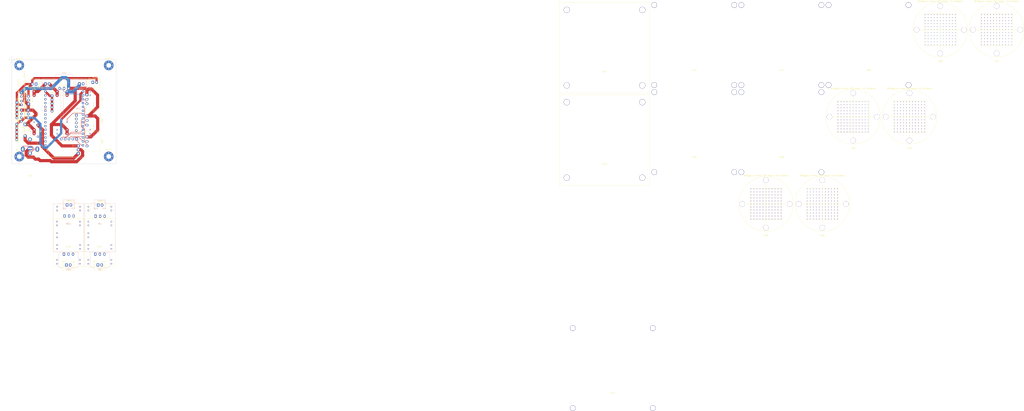
<source format=kicad_pcb>
(kicad_pcb (version 20171130) (host pcbnew 5.1.5+dfsg1-2build2)
  (layers (0 F.Cu signal) (31 B.Cu signal) (34 B.Paste user) (35 F.Paste user) (36 B.SilkS user) (37 F.SilkS user) (38 B.Mask user) (39 F.Mask user) (44 Edge.Cuts user))
  (net 0 "")
  (net 1 VIN+Master1)
  (net 2 "Net-(D1-Pad2)")
  (net 3 POWER-IN-)
  (net 4 "Net-(J2-Pad5)")
  (net 5 "Net-(J2-Pad4)")
  (net 6 "Net-(J2-Pad3)")
  (net 7 "Net-(J2-Pad2)")
  (net 8 "Net-(J2-Pad1)")
  (net 9 +12V)
  (net 10 +5V)
  (net 11 +3V3)
  (net 12 POWER-IN+)
  (net 13 "Net-(U2-Pad3)")
  (net 14 "Net-(U2-Pad2)")
  (net 15 "Net-(U2-Pad1)")
  (net 16 "Net-(U3-Pad0)")
  (net 17 DIM-4)
  (net 18 DIM-1)
  (net 19 LDD_1-OUT-)
  (net 20 LDD_1-OUT+)
  (net 21 LDD_4-OUT-)
  (net 22 LDD_4-OUT+)
  (net 23 "Net-(U12-Pad1)")
  (net 24 "Net-(U12-Pad2)")
  (net 25 "Net-(U12-Pad3)")
  (net 26 DIM-2)
  (net 27 DIM-5)
  (net 28 LDD_5-OUT+)
  (net 29 LDD_5-OUT-)
  (net 30 LDD_2-OUT+)
  (net 31 LDD_2-OUT-)
  (net 32 "Net-(U20-Pad1)")
  (net 33 "Net-(U20-Pad2)")
  (net 34 "Net-(U20-Pad3)")
  (net 35 "Net-(U21-Pad3)")
  (net 36 "Net-(U21-Pad2)")
  (net 37 "Net-(U21-Pad1)")
  (net 38 DIM-3)
  (net 39 DIM-6)
  (net 40 "Net-(U24-Pad6)")
  (net 41 "Net-(U24-Pad7)")
  (net 42 BOARD_GND)
  (net 43 "Net-(U24-Pad18)")
  (net 44 "Net-(U24-Pad19)")
  (net 45 "Net-(U24-Pad20)")
  (net 46 "Net-(U24-Pad21)")
  (net 47 "Net-(U24-Pad22)")
  (net 48 "Net-(U24-Pad23)")
  (net 49 "Net-(U24-Pad24)")
  (net 50 "Net-(U24-Pad25)")
  (net 51 "Net-(U24-Pad26)")
  (net 52 "Net-(U24-Pad27)")
  (net 53 "Net-(U24-Pad28)")
  (net 54 "Net-(U24-Pad29)")
  (net 55 "Net-(U24-Pad30)")
  (net 56 LDD_6-OUT-)
  (net 57 LDD_6-OUT+)
  (net 58 LDD_3-OUT+)
  (net 59 LDD_3-OUT-)
  (net 60 "Net-(U29-Pad0)")
  (net 61 "Net-(U30-Pad0)")
  (net 62 "Net-(U31-Pad0)")
  (net 63 "Net-(U32-Pad0)")
  (net 64 "Net-(U35-Pad0)")
  (net 65 "Net-(U36-Pad0)")
  (net 66 "Net-(U37-Pad0)")
  (net 67 "Net-(U38-Pad0)")
  (net 68 "Net-(U39-Pad0)")
  (net 69 "Net-(U40-Pad0)")
  (net 70 "Net-(U41-Pad0)")
  (net 71 "Net-(U42-Pad0)")
  (net 72 "Net-(U43-Pad0)")
  (net 73 "Net-(U44-Pad0)")
  (module MountingHole:MountingHole_3.2mm_M3_Pad_Via (layer F.Cu) (at 4.9 64.125)
    (fp_text reference REF** (at 0 -4.2) (layer F.SilkS))
    (fp_text value MountingHole_3.2mm_M3_Pad_Via)
    (pad 1 thru_hole circle (at 0.05 0.05) (size 6.4 6.4) (drill 3.2) (layers *.Cu *.Mask))
    (pad 1 thru_hole circle (at 2.4 0) (size 0.8 0.8) (drill 0.5) (layers *.Cu *.Mask))
    (pad 1 thru_hole circle (at 1.697056 1.697056) (size 0.8 0.8) (drill 0.5) (layers *.Cu *.Mask))
    (pad 1 thru_hole circle (at 0 2.4) (size 0.8 0.8) (drill 0.5) (layers *.Cu *.Mask))
    (pad 1 thru_hole circle (at -1.697056 1.697056) (size 0.8 0.8) (drill 0.5) (layers *.Cu *.Mask))
    (pad 1 thru_hole circle (at -2.4 0) (size 0.8 0.8) (drill 0.5) (layers *.Cu *.Mask))
    (pad 1 thru_hole circle (at -1.697056 -1.697056) (size 0.8 0.8) (drill 0.5) (layers *.Cu *.Mask))
    (pad 1 thru_hole circle (at 0 -2.4) (size 0.8 0.8) (drill 0.5) (layers *.Cu *.Mask))
    (pad 1 thru_hole circle (at 1.697056 -1.697056) (size 0.8 0.8) (drill 0.5) (layers *.Cu *.Mask))
  )
  (module MountingHole:MountingHole_3.2mm_M3_Pad_Via (layer F.Cu) (at 64.075 64.075)
    (fp_text reference REF** (at 0 -4.2) (layer F.SilkS))
    (fp_text value MountingHole_3.2mm_M3_Pad_Via)
    (pad 1 thru_hole circle (at 1.697056 -1.697056) (size 0.8 0.8) (drill 0.5) (layers *.Cu *.Mask))
    (pad 1 thru_hole circle (at 0 -2.4) (size 0.8 0.8) (drill 0.5) (layers *.Cu *.Mask))
    (pad 1 thru_hole circle (at -1.697056 -1.697056) (size 0.8 0.8) (drill 0.5) (layers *.Cu *.Mask))
    (pad 1 thru_hole circle (at -2.4 0) (size 0.8 0.8) (drill 0.5) (layers *.Cu *.Mask))
    (pad 1 thru_hole circle (at -1.697056 1.697056) (size 0.8 0.8) (drill 0.5) (layers *.Cu *.Mask))
    (pad 1 thru_hole circle (at 0 2.4) (size 0.8 0.8) (drill 0.5) (layers *.Cu *.Mask))
    (pad 1 thru_hole circle (at 1.697056 1.697056) (size 0.8 0.8) (drill 0.5) (layers *.Cu *.Mask))
    (pad 1 thru_hole circle (at 2.4 0) (size 0.8 0.8) (drill 0.5) (layers *.Cu *.Mask))
    (pad 1 thru_hole circle (at 0.05 0.05) (size 6.4 6.4) (drill 3.2) (layers *.Cu *.Mask))
  )
  (module MountingHole:MountingHole_3.2mm_M3_Pad_Via (layer F.Cu) (at 64.125 3.75)
    (fp_text reference REF** (at 0 -4.2) (layer F.SilkS))
    (fp_text value MountingHole_3.2mm_M3_Pad_Via)
    (pad 1 thru_hole circle (at 0 0.05) (size 6.4 6.4) (drill 3.2) (layers *.Cu *.Mask))
    (pad 1 thru_hole circle (at 2.4 0) (size 0.8 0.8) (drill 0.5) (layers *.Cu *.Mask))
    (pad 1 thru_hole circle (at 1.697056 1.697056) (size 0.8 0.8) (drill 0.5) (layers *.Cu *.Mask))
    (pad 1 thru_hole circle (at 0 2.4) (size 0.8 0.8) (drill 0.5) (layers *.Cu *.Mask))
    (pad 1 thru_hole circle (at -1.697056 1.697056) (size 0.8 0.8) (drill 0.5) (layers *.Cu *.Mask))
    (pad 1 thru_hole circle (at -2.4 0) (size 0.8 0.8) (drill 0.5) (layers *.Cu *.Mask))
    (pad 1 thru_hole circle (at -1.697056 -1.697056) (size 0.8 0.8) (drill 0.5) (layers *.Cu *.Mask))
    (pad 1 thru_hole circle (at 0 -2.4) (size 0.8 0.8) (drill 0.5) (layers *.Cu *.Mask))
    (pad 1 thru_hole circle (at 1.697056 -1.697056) (size 0.8 0.8) (drill 0.5) (layers *.Cu *.Mask))
  )
  (module MountingHole:MountingHole_3.2mm_M3_Pad_Via (layer F.Cu) (at 4.9 3.8)
    (fp_text reference REF** (at 0 -4.2) (layer F.SilkS))
    (fp_text value MountingHole_3.2mm_M3_Pad_Via)
    (pad 1 thru_hole circle (at 1.697056 -1.697056) (size 0.8 0.8) (drill 0.5) (layers *.Cu *.Mask))
    (pad 1 thru_hole circle (at 0 -2.4) (size 0.8 0.8) (drill 0.5) (layers *.Cu *.Mask))
    (pad 1 thru_hole circle (at -1.697056 -1.697056) (size 0.8 0.8) (drill 0.5) (layers *.Cu *.Mask))
    (pad 1 thru_hole circle (at -2.4 0) (size 0.8 0.8) (drill 0.5) (layers *.Cu *.Mask))
    (pad 1 thru_hole circle (at -1.697056 1.697056) (size 0.8 0.8) (drill 0.5) (layers *.Cu *.Mask))
    (pad 1 thru_hole circle (at 0 2.4) (size 0.8 0.8) (drill 0.5) (layers *.Cu *.Mask))
    (pad 1 thru_hole circle (at 1.697056 1.697056) (size 0.8 0.8) (drill 0.5) (layers *.Cu *.Mask))
    (pad 1 thru_hole circle (at 2.4 0) (size 0.8 0.8) (drill 0.5) (layers *.Cu *.Mask))
    (pad 1 thru_hole circle (at 0 0) (size 6.4 6.4) (drill 3.2) (layers *.Cu *.Mask))
  )
  (module ariadne:POWER_JACK_DCJ250-20-B-K1-A (layer F.Cu) (at 12.025 58.8)
    (fp_text reference U3 (at -0.01 18.01 180) (layer F.SilkS))
    (fp_text value POWER_CONNECTOR-DCJ250-20-B-K1-A)
    (pad 1 thru_hole oval (at 0 0 270) (size 2.5 3.5) (drill oval 0.8 3) (layers *.Cu *.Mask) (net 12 POWER-IN+))
    (pad 0 thru_hole oval (at -4.8 0.5 270) (size 3.5 2.5) (drill oval 2 0.8) (layers *.Cu *.Mask) (net 16 "Net-(U3-Pad0)"))
    (pad 0 thru_hole oval (at 4.8 0.5 270) (size 3.5 2.5) (drill oval 2 0.8) (layers *.Cu *.Mask) (net 16 "Net-(U3-Pad0)"))
    (pad 2 thru_hole circle (at 0 -6 180) (size 2.5 2.5) (drill 1.5) (layers *.Cu *.Mask) (net 3 POWER-IN-))
    (pad 0 thru_hole circle (at 0 3.25 180) (size 2.5 2.5) (drill 1.5) (layers *.Cu *.Mask) (net 16 "Net-(U3-Pad0)"))
  )
  (module Diode_THT:D_DO-41_SOD81_P7.62mm_Horizontal (layer F.Cu) (at 8.775 42.925 270)
    (fp_text reference D1 (at 3.81 -2.47 90) (layer F.SilkS))
    (fp_text value D_Zener-10V)
    (fp_text user K (at 0 -2.1 90) (layer F.SilkS))
    (pad 1 thru_hole rect (at 0 0 270) (size 2.2 2.2) (drill 1.1) (layers *.Cu *.Mask) (net 1 VIN+Master1))
    (pad 2 thru_hole oval (at 7.62 0 270) (size 2.2 2.2) (drill 1.1) (layers *.Cu *.Mask) (net 2 "Net-(D1-Pad2)"))
  )
  (module Connector_PinHeader_2.54mm:PinHeader_1x05_P2.54mm_Vertical (layer F.Cu) (at 42.7 36.8)
    (fp_text reference J1 (at 0 -2.33) (layer F.SilkS))
    (fp_text value Conn_01x05_Male)
    (pad 1 thru_hole rect (at 0 0) (size 1.7 1.7) (drill 1) (layers *.Cu *.Mask) (net 3 POWER-IN-))
    (pad 2 thru_hole oval (at 0 2.54) (size 1.7 1.7) (drill 1) (layers *.Cu *.Mask) (net 3 POWER-IN-))
    (pad 3 thru_hole oval (at 0 5.08) (size 1.7 1.7) (drill 1) (layers *.Cu *.Mask) (net 3 POWER-IN-))
    (pad 4 thru_hole oval (at 0 7.62) (size 1.7 1.7) (drill 1) (layers *.Cu *.Mask) (net 3 POWER-IN-))
    (pad 5 thru_hole oval (at 0 10.16) (size 1.7 1.7) (drill 1) (layers *.Cu *.Mask) (net 3 POWER-IN-))
  )
  (module Connector_PinHeader_2.54mm:PinHeader_1x05_P2.54mm_Vertical (layer B.Cu) (at 42.875 52.525 90)
    (fp_text reference J2 (at 0 2.33 90) (layer B.SilkS) (effects (justify mirror)))
    (fp_text value Conn_01x05_Male)
    (pad 5 thru_hole oval (at 0 -10.16 90) (size 1.7 1.7) (drill 1) (layers *.Cu *.Mask) (net 4 "Net-(J2-Pad5)"))
    (pad 4 thru_hole oval (at 0 -7.62 90) (size 1.7 1.7) (drill 1) (layers *.Cu *.Mask) (net 5 "Net-(J2-Pad4)"))
    (pad 3 thru_hole oval (at 0 -5.08 90) (size 1.7 1.7) (drill 1) (layers *.Cu *.Mask) (net 6 "Net-(J2-Pad3)"))
    (pad 2 thru_hole oval (at 0 -2.54 90) (size 1.7 1.7) (drill 1) (layers *.Cu *.Mask) (net 7 "Net-(J2-Pad2)"))
    (pad 1 thru_hole rect (at 0 0 90) (size 1.7 1.7) (drill 1) (layers *.Cu *.Mask) (net 8 "Net-(J2-Pad1)"))
  )
  (module Connector_PinHeader_2.54mm:PinHeader_1x05_P2.54mm_Vertical (layer F.Cu) (at 3.325 28.4)
    (fp_text reference J3 (at 0 -2.33) (layer F.SilkS))
    (fp_text value Conn_01x05_Male)
    (pad 1 thru_hole rect (at 0 0) (size 1.7 1.7) (drill 1) (layers *.Cu *.Mask) (net 9 +12V))
    (pad 2 thru_hole oval (at 0 2.54) (size 1.7 1.7) (drill 1) (layers *.Cu *.Mask) (net 9 +12V))
    (pad 3 thru_hole oval (at 0 5.08) (size 1.7 1.7) (drill 1) (layers *.Cu *.Mask) (net 9 +12V))
    (pad 4 thru_hole oval (at 0 7.62) (size 1.7 1.7) (drill 1) (layers *.Cu *.Mask) (net 9 +12V))
    (pad 5 thru_hole oval (at 0 10.16) (size 1.7 1.7) (drill 1) (layers *.Cu *.Mask) (net 9 +12V))
  )
  (module Connector_PinHeader_2.54mm:PinHeader_1x05_P2.54mm_Vertical (layer F.Cu) (at 3.225 42.85)
    (fp_text reference J4 (at 0 -2.33) (layer F.SilkS))
    (fp_text value Conn_01x05_Male)
    (pad 1 thru_hole rect (at 0 0) (size 1.7 1.7) (drill 1) (layers *.Cu *.Mask) (net 10 +5V))
    (pad 2 thru_hole oval (at 0 2.54) (size 1.7 1.7) (drill 1) (layers *.Cu *.Mask) (net 10 +5V))
    (pad 3 thru_hole oval (at 0 5.08) (size 1.7 1.7) (drill 1) (layers *.Cu *.Mask) (net 10 +5V))
    (pad 4 thru_hole oval (at 0 7.62) (size 1.7 1.7) (drill 1) (layers *.Cu *.Mask) (net 10 +5V))
    (pad 5 thru_hole oval (at 0 10.16) (size 1.7 1.7) (drill 1) (layers *.Cu *.Mask) (net 10 +5V))
  )
  (module Connector_PinHeader_2.54mm:PinHeader_1x05_P2.54mm_Vertical (layer F.Cu) (at 26.575 24)
    (fp_text reference J5 (at 0 -2.33) (layer F.SilkS))
    (fp_text value Conn_01x05_Male)
    (pad 5 thru_hole oval (at 0 10.16) (size 1.7 1.7) (drill 1) (layers *.Cu *.Mask) (net 11 +3V3))
    (pad 4 thru_hole oval (at 0 7.62) (size 1.7 1.7) (drill 1) (layers *.Cu *.Mask) (net 11 +3V3))
    (pad 3 thru_hole oval (at 0 5.08) (size 1.7 1.7) (drill 1) (layers *.Cu *.Mask) (net 11 +3V3))
    (pad 2 thru_hole oval (at 0 2.54) (size 1.7 1.7) (drill 1) (layers *.Cu *.Mask) (net 11 +3V3))
    (pad 1 thru_hole rect (at 0 0) (size 1.7 1.7) (drill 1) (layers *.Cu *.Mask) (net 11 +3V3))
  )
  (module Capacitor_THT:C_Disc_D3.0mm_W1.6mm_P2.50mm (layer F.Cu) (at 6.25 21.925 270)
    (fp_text reference Murata-Ceramic-Capacitor-50v1-22uF1 (at 1.25 -2.05 90) (layer F.SilkS))
    (fp_text value C)
    (pad 1 thru_hole circle (at 0 0 270) (size 1.6 1.6) (drill 0.8) (layers *.Cu *.Mask) (net 1 VIN+Master1))
    (pad 2 thru_hole circle (at 2.5 0 270) (size 1.6 1.6) (drill 0.8) (layers *.Cu *.Mask) (net 3 POWER-IN-))
  )
  (module Capacitor_THT:C_Disc_D3.0mm_W1.6mm_P2.50mm (layer F.Cu) (at 6.275 33.425 270)
    (fp_text reference Murata-Ceramic-Capacitor-50v1-22uF2 (at 1.25 -2.05 90) (layer F.SilkS))
    (fp_text value C)
    (pad 2 thru_hole circle (at 2.5 0 270) (size 1.6 1.6) (drill 0.8) (layers *.Cu *.Mask) (net 3 POWER-IN-))
    (pad 1 thru_hole circle (at 0 0 270) (size 1.6 1.6) (drill 0.8) (layers *.Cu *.Mask) (net 1 VIN+Master1))
  )
  (module Capacitor_THT:C_Disc_D3.0mm_W1.6mm_P2.50mm (layer F.Cu) (at 6.4 29.95 90)
    (fp_text reference Murata-Ceramic-Capacitor-50v1-22uF3 (at 1.25 -2.05 90) (layer F.SilkS))
    (fp_text value C)
    (pad 1 thru_hole circle (at 0 0 90) (size 1.6 1.6) (drill 0.8) (layers *.Cu *.Mask) (net 9 +12V))
    (pad 2 thru_hole circle (at 2.5 0 90) (size 1.6 1.6) (drill 0.8) (layers *.Cu *.Mask) (net 3 POWER-IN-))
  )
  (module Capacitor_THT:C_Disc_D3.0mm_W1.6mm_P2.50mm (layer F.Cu) (at 6.225 40.85 90)
    (fp_text reference Murata-Ceramic-Capacitor-50v1-22uF4 (at 1.25 -2.05 90) (layer F.SilkS))
    (fp_text value C)
    (pad 2 thru_hole circle (at 2.5 0 90) (size 1.6 1.6) (drill 0.8) (layers *.Cu *.Mask) (net 3 POWER-IN-))
    (pad 1 thru_hole circle (at 0 0 90) (size 1.6 1.6) (drill 0.8) (layers *.Cu *.Mask) (net 10 +5V))
  )
  (module Package_TO_SOT_THT:TO-220-3_Horizontal_TabDown (layer F.Cu) (at 44.025 62.2 90)
    (fp_text reference Q1 (at 2.54 -20.58 90) (layer F.SilkS))
    (fp_text value IRF5305-Reverse-Polarity)
    (pad "" np_thru_hole oval (at 2.54 -16.66 90) (size 3.5 3.5) (drill 3.5) (layers *.Cu *.Mask))
    (pad 1 thru_hole rect (at 0 0 90) (size 1.905 2) (drill 1.1) (layers *.Cu *.Mask) (net 2 "Net-(D1-Pad2)"))
    (pad 2 thru_hole oval (at 2.54 0 90) (size 1.905 2) (drill 1.1) (layers *.Cu *.Mask) (net 12 POWER-IN+))
    (pad 3 thru_hole oval (at 5.08 0 90) (size 1.905 2) (drill 1.1) (layers *.Cu *.Mask) (net 1 VIN+Master1))
  )
  (module Resistor_THT:R_Axial_DIN0204_L3.6mm_D1.6mm_P7.62mm_Horizontal (layer F.Cu) (at 17.225 43.375 270)
    (fp_text reference R1 (at 3.81 -1.92 90) (layer F.SilkS))
    (fp_text value 100K)
    (pad 1 thru_hole circle (at 0 0 270) (size 1.4 1.4) (drill 0.7) (layers *.Cu *.Mask) (net 2 "Net-(D1-Pad2)"))
    (pad 2 thru_hole oval (at 7.62 0 270) (size 1.4 1.4) (drill 0.7) (layers *.Cu *.Mask) (net 3 POWER-IN-))
  )
  (module Connector_Molex:Molex_Micro-Fit_3.0_43650-0300_1x03_P3.00mm_Horizontal (layer B.Cu) (at 55.275 128.8)
    (fp_text reference U2 (at 3 10.12) (layer B.SilkS) (effects (justify mirror)))
    (fp_text value Meanwell-LDD-1200LW-connector)
    (pad 3 thru_hole oval (at 6 0) (size 1.5 2.02) (drill 1.02) (layers *.Cu *.Mask) (net 13 "Net-(U2-Pad3)"))
    (pad 2 thru_hole oval (at 3 0) (size 1.5 2.02) (drill 1.02) (layers *.Cu *.Mask) (net 14 "Net-(U2-Pad2)"))
    (pad 1 thru_hole roundrect (at 0 0) (size 1.5 2.02) (drill 1.02) (layers *.Cu *.Mask) (roundrect_rratio 0.166667) (net 15 "Net-(U2-Pad1)"))
    (pad "" np_thru_hole circle (at 3 4.32) (size 3 3) (drill 3) (layers *.Cu *.Mask))
  )
  (module Connector_Molex:Molex_Micro-Fit_3.0_43650-0300_1x03_P3.00mm_Horizontal (layer F.Cu) (at 49.675 23.225 270)
    (fp_text reference U5 (at 3 -10.12 90) (layer F.SilkS))
    (fp_text value Meanwell-LDD-1200LW-connector)
    (pad 3 thru_hole oval (at 6 0 270) (size 1.5 2.02) (drill 1.02) (layers *.Cu *.Mask) (net 18 DIM-1))
    (pad 2 thru_hole oval (at 3 0 270) (size 1.5 2.02) (drill 1.02) (layers *.Cu *.Mask) (net 3 POWER-IN-))
    (pad 1 thru_hole roundrect (at 0 0 270) (size 1.5 2.02) (drill 1.02) (layers *.Cu *.Mask) (roundrect_rratio 0.166667) (net 1 VIN+Master1))
    (pad "" np_thru_hole circle (at 3 -4.32 270) (size 3 3) (drill 3) (layers *.Cu *.Mask))
  )
  (module Connector_JST:JST_XH_B2B-XH-AM_1x02_P2.50mm_Vertical (layer B.Cu) (at 57.2 96.325)
    (fp_text reference U6 (at 1.25 3.55) (layer B.SilkS) (effects (justify mirror)))
    (fp_text value Connector-LED)
    (pad 1 thru_hole roundrect (at 0 0) (size 1.7 2) (drill 1) (layers *.Cu *.Mask) (roundrect_rratio 0.147059) (net 20 LDD_1-OUT+))
    (pad 2 thru_hole oval (at 2.5 0) (size 1.7 2) (drill 1) (layers *.Cu *.Mask) (net 19 LDD_1-OUT-))
    (pad "" np_thru_hole circle (at -1.6 -2) (size 1.2 1.2) (drill 1.2) (layers *.Cu *.Mask))
  )
  (module Connector_JST:JST_XH_B2B-XH-AM_1x02_P2.50mm_Vertical (layer B.Cu) (at 22.25 16.075)
    (fp_text reference U7 (at 1.25 3.55) (layer B.SilkS) (effects (justify mirror)))
    (fp_text value Connector-LED)
    (pad 1 thru_hole roundrect (at 0 0) (size 1.7 2) (drill 1) (layers *.Cu *.Mask) (roundrect_rratio 0.147059) (net 22 LDD_4-OUT+))
    (pad 2 thru_hole oval (at 2.5 0) (size 1.7 2) (drill 1) (layers *.Cu *.Mask) (net 21 LDD_4-OUT-))
    (pad "" np_thru_hole circle (at -1.6 -2) (size 1.2 1.2) (drill 1.2) (layers *.Cu *.Mask))
  )
  (module ariadne:Meanwell-LDD-1xxxL (layer B.Cu) (at 22.35 34.95)
    (fp_text reference U8 (at -0.025 -2.475) (layer B.SilkS) (effects (justify mirror)))
    (fp_text value Meanwell-LDD-1200LW)
    (pad 12 thru_hole oval (at 7.62 -13.84 90) (size 1 1) (drill 0.7) (layers *.Cu *.Mask) (net 21 LDD_4-OUT-))
    (pad 11 thru_hole oval (at 7.62 -11.3 90) (size 1 1) (drill 0.7) (layers *.Cu *.Mask) (net 21 LDD_4-OUT-))
    (pad 2 thru_hole oval (at 7.62 11.56 90) (size 1 1) (drill 0.7) (layers *.Cu *.Mask) (net 3 POWER-IN-))
    (pad 1 thru_hole oval (at 7.62 14.1 90) (size 1 1) (drill 0.7) (layers *.Cu *.Mask) (net 3 POWER-IN-))
    (pad 21 thru_hole oval (at -7.62 6.48 90) (size 1 1) (drill 0.7) (layers *.Cu *.Mask) (net 17 DIM-4))
    (pad 24 thru_hole oval (at -7.62 14.1 90) (size 1 1) (drill 0.7) (layers *.Cu *.Mask) (net 1 VIN+Master1))
    (pad 23 thru_hole oval (at -7.62 11.56 90) (size 1 1) (drill 0.7) (layers *.Cu *.Mask) (net 1 VIN+Master1))
    (pad 14 thru_hole oval (at -7.62 -11.3 90) (size 1 1) (drill 0.7) (layers *.Cu *.Mask) (net 22 LDD_4-OUT+))
    (pad 13 thru_hole oval (at -7.62 -13.84 90) (size 1 1) (drill 0.7) (layers *.Cu *.Mask) (net 22 LDD_4-OUT+))
  )
  (module ariadne:Meanwell-LDD-1xxxL (layer B.Cu) (at 58.275 111.2)
    (fp_text reference U9 (at -0.025 -2.475) (layer B.SilkS) (effects (justify mirror)))
    (fp_text value Meanwell-LDD-1200LW)
    (pad 13 thru_hole oval (at -7.62 -13.84 90) (size 1 1) (drill 0.7) (layers *.Cu *.Mask) (net 20 LDD_1-OUT+))
    (pad 14 thru_hole oval (at -7.62 -11.3 90) (size 1 1) (drill 0.7) (layers *.Cu *.Mask) (net 20 LDD_1-OUT+))
    (pad 23 thru_hole oval (at -7.62 11.56 90) (size 1 1) (drill 0.7) (layers *.Cu *.Mask) (net 15 "Net-(U2-Pad1)"))
    (pad 24 thru_hole oval (at -7.62 14.1 90) (size 1 1) (drill 0.7) (layers *.Cu *.Mask) (net 15 "Net-(U2-Pad1)"))
    (pad 21 thru_hole oval (at -7.62 6.48 90) (size 1 1) (drill 0.7) (layers *.Cu *.Mask) (net 13 "Net-(U2-Pad3)"))
    (pad 1 thru_hole oval (at 7.62 14.1 90) (size 1 1) (drill 0.7) (layers *.Cu *.Mask) (net 14 "Net-(U2-Pad2)"))
    (pad 2 thru_hole oval (at 7.62 11.56 90) (size 1 1) (drill 0.7) (layers *.Cu *.Mask) (net 14 "Net-(U2-Pad2)"))
    (pad 11 thru_hole oval (at 7.62 -11.3 90) (size 1 1) (drill 0.7) (layers *.Cu *.Mask) (net 19 LDD_1-OUT-))
    (pad 12 thru_hole oval (at 7.62 -13.84 90) (size 1 1) (drill 0.7) (layers *.Cu *.Mask) (net 19 LDD_1-OUT-))
  )
  (module Converter_DCDC:Converter_DCDC_muRata_OKI-78SR_Vertical (layer F.Cu) (at 10.975 29.35 90)
    (fp_text reference U10 (at 2.54 2.54 270) (layer F.SilkS))
    (fp_text value OKI-78SR-12v)
    (pad 1 thru_hole rect (at 0 0 90) (size 1.8 1.8) (drill 1) (layers *.Cu *.Mask) (net 1 VIN+Master1))
    (pad 2 thru_hole circle (at 2.54 0 90) (size 1.8 1.8) (drill 1) (layers *.Cu *.Mask) (net 3 POWER-IN-))
    (pad 3 thru_hole circle (at 5.08 0 90) (size 1.8 1.8) (drill 1) (layers *.Cu *.Mask) (net 9 +12V))
  )
  (module Converter_DCDC:Converter_DCDC_muRata_OKI-78SR_Vertical (layer F.Cu) (at 10.85 33.425 270)
    (fp_text reference U11 (at 2.54 2.54 270) (layer F.SilkS))
    (fp_text value OKI-78SR-5v)
    (pad 3 thru_hole circle (at 5.08 0 270) (size 1.8 1.8) (drill 1) (layers *.Cu *.Mask) (net 10 +5V))
    (pad 2 thru_hole circle (at 2.54 0 270) (size 1.8 1.8) (drill 1) (layers *.Cu *.Mask) (net 3 POWER-IN-))
    (pad 1 thru_hole rect (at 0 0 270) (size 1.8 1.8) (drill 1) (layers *.Cu *.Mask) (net 1 VIN+Master1))
  )
  (module Connector_Molex:Molex_Micro-Fit_3.0_43650-0300_1x03_P3.00mm_Horizontal (layer F.Cu) (at 34.875 103.55)
    (fp_text reference U12 (at 3 -10.12) (layer F.SilkS))
    (fp_text value Meanwell-LDD-1200LW-connector)
    (pad 3 thru_hole oval (at 6 0) (size 1.5 2.02) (drill 1.02) (layers *.Cu *.Mask) (net 25 "Net-(U12-Pad3)"))
    (pad 2 thru_hole oval (at 3 0) (size 1.5 2.02) (drill 1.02) (layers *.Cu *.Mask) (net 24 "Net-(U12-Pad2)"))
    (pad 1 thru_hole roundrect (at 0 0) (size 1.5 2.02) (drill 1.02) (layers *.Cu *.Mask) (roundrect_rratio 0.166667) (net 23 "Net-(U12-Pad1)"))
    (pad "" np_thru_hole circle (at 3 -4.32) (size 3 3) (drill 3) (layers *.Cu *.Mask))
  )
  (module Connector_Molex:Molex_Micro-Fit_3.0_43650-0300_1x03_P3.00mm_Horizontal (layer B.Cu) (at 37.55 19.025 180)
    (fp_text reference U14 (at 3 10.12) (layer B.SilkS) (effects (justify mirror)))
    (fp_text value Meanwell-LDD-1200LW-connector)
    (pad "" np_thru_hole circle (at 3 4.32 180) (size 3 3) (drill 3) (layers *.Cu *.Mask))
    (pad 1 thru_hole roundrect (at 0 0 180) (size 1.5 2.02) (drill 1.02) (layers *.Cu *.Mask) (roundrect_rratio 0.166667) (net 1 VIN+Master1))
    (pad 2 thru_hole oval (at 3 0 180) (size 1.5 2.02) (drill 1.02) (layers *.Cu *.Mask) (net 3 POWER-IN-))
    (pad 3 thru_hole oval (at 6 0 180) (size 1.5 2.02) (drill 1.02) (layers *.Cu *.Mask) (net 26 DIM-2))
  )
  (module Connector_JST:JST_XH_B2B-XH-AM_1x02_P2.50mm_Vertical (layer B.Cu) (at 44.675 16.025)
    (fp_text reference U16 (at 1.25 3.55) (layer B.SilkS) (effects (justify mirror)))
    (fp_text value Connector-LED)
    (pad "" np_thru_hole circle (at -1.6 -2) (size 1.2 1.2) (drill 1.2) (layers *.Cu *.Mask))
    (pad 2 thru_hole oval (at 2.5 0) (size 1.7 2) (drill 1) (layers *.Cu *.Mask) (net 29 LDD_5-OUT-))
    (pad 1 thru_hole roundrect (at 0 0) (size 1.7 2) (drill 1) (layers *.Cu *.Mask) (roundrect_rratio 0.147059) (net 28 LDD_5-OUT+))
  )
  (module Connector_JST:JST_XH_B2B-XH-AM_1x02_P2.50mm_Vertical (layer F.Cu) (at 36.125 135.975)
    (fp_text reference U17 (at 1.25 -3.55) (layer F.SilkS))
    (fp_text value Connector-LED)
    (pad 1 thru_hole roundrect (at 0 0) (size 1.7 2) (drill 1) (layers *.Cu *.Mask) (roundrect_rratio 0.147059) (net 30 LDD_2-OUT+))
    (pad 2 thru_hole oval (at 2.5 0) (size 1.7 2) (drill 1) (layers *.Cu *.Mask) (net 31 LDD_2-OUT-))
    (pad "" np_thru_hole circle (at -1.6 2) (size 1.2 1.2) (drill 1.2) (layers *.Cu *.Mask))
  )
  (module ariadne:Meanwell-LDD-1xxxL (layer F.Cu) (at 37.475 121.35)
    (fp_text reference U18 (at -0.025 2.475) (layer F.SilkS))
    (fp_text value Meanwell-LDD-1200LW)
    (pad 13 thru_hole oval (at -7.62 13.84 270) (size 1 1) (drill 0.7) (layers *.Cu *.Mask) (net 30 LDD_2-OUT+))
    (pad 14 thru_hole oval (at -7.62 11.3 270) (size 1 1) (drill 0.7) (layers *.Cu *.Mask) (net 30 LDD_2-OUT+))
    (pad 23 thru_hole oval (at -7.62 -11.56 270) (size 1 1) (drill 0.7) (layers *.Cu *.Mask) (net 23 "Net-(U12-Pad1)"))
    (pad 24 thru_hole oval (at -7.62 -14.1 270) (size 1 1) (drill 0.7) (layers *.Cu *.Mask) (net 23 "Net-(U12-Pad1)"))
    (pad 21 thru_hole oval (at -7.62 -6.48 270) (size 1 1) (drill 0.7) (layers *.Cu *.Mask) (net 25 "Net-(U12-Pad3)"))
    (pad 1 thru_hole oval (at 7.62 -14.1 270) (size 1 1) (drill 0.7) (layers *.Cu *.Mask) (net 24 "Net-(U12-Pad2)"))
    (pad 2 thru_hole oval (at 7.62 -11.56 270) (size 1 1) (drill 0.7) (layers *.Cu *.Mask) (net 24 "Net-(U12-Pad2)"))
    (pad 11 thru_hole oval (at 7.62 11.3 270) (size 1 1) (drill 0.7) (layers *.Cu *.Mask) (net 31 LDD_2-OUT-))
    (pad 12 thru_hole oval (at 7.62 13.84 270) (size 1 1) (drill 0.7) (layers *.Cu *.Mask) (net 31 LDD_2-OUT-))
  )
  (module ariadne:Meanwell-LDD-1xxxL (layer B.Cu) (at 44.175 34.95)
    (fp_text reference U19 (at -0.025 -2.475) (layer B.SilkS) (effects (justify mirror)))
    (fp_text value Meanwell-LDD-1200LW)
    (pad 12 thru_hole oval (at 7.62 -13.84 90) (size 1 1) (drill 0.7) (layers *.Cu *.Mask) (net 29 LDD_5-OUT-))
    (pad 11 thru_hole oval (at 7.62 -11.3 90) (size 1 1) (drill 0.7) (layers *.Cu *.Mask) (net 29 LDD_5-OUT-))
    (pad 2 thru_hole oval (at 7.62 11.56 90) (size 1 1) (drill 0.7) (layers *.Cu *.Mask) (net 3 POWER-IN-))
    (pad 1 thru_hole oval (at 7.62 14.1 90) (size 1 1) (drill 0.7) (layers *.Cu *.Mask) (net 3 POWER-IN-))
    (pad 21 thru_hole oval (at -7.62 6.48 90) (size 1 1) (drill 0.7) (layers *.Cu *.Mask) (net 27 DIM-5))
    (pad 24 thru_hole oval (at -7.62 14.1 90) (size 1 1) (drill 0.7) (layers *.Cu *.Mask) (net 1 VIN+Master1))
    (pad 23 thru_hole oval (at -7.62 11.56 90) (size 1 1) (drill 0.7) (layers *.Cu *.Mask) (net 1 VIN+Master1))
    (pad 14 thru_hole oval (at -7.62 -11.3 90) (size 1 1) (drill 0.7) (layers *.Cu *.Mask) (net 28 LDD_5-OUT+))
    (pad 13 thru_hole oval (at -7.62 -13.84 90) (size 1 1) (drill 0.7) (layers *.Cu *.Mask) (net 28 LDD_5-OUT+))
  )
  (module Connector_Molex:Molex_Micro-Fit_3.0_43650-0300_1x03_P3.00mm_Horizontal (layer F.Cu) (at 55.425 103.7)
    (fp_text reference U20 (at 3 -10.12) (layer F.SilkS))
    (fp_text value Meanwell-LDD-1200LW-connector)
    (pad "" np_thru_hole circle (at 3 -4.32) (size 3 3) (drill 3) (layers *.Cu *.Mask))
    (pad 1 thru_hole roundrect (at 0 0) (size 1.5 2.02) (drill 1.02) (layers *.Cu *.Mask) (roundrect_rratio 0.166667) (net 32 "Net-(U20-Pad1)"))
    (pad 2 thru_hole oval (at 3 0) (size 1.5 2.02) (drill 1.02) (layers *.Cu *.Mask) (net 33 "Net-(U20-Pad2)"))
    (pad 3 thru_hole oval (at 6 0) (size 1.5 2.02) (drill 1.02) (layers *.Cu *.Mask) (net 34 "Net-(U20-Pad3)"))
  )
  (module Connector_Molex:Molex_Micro-Fit_3.0_43650-0300_1x03_P3.00mm_Horizontal (layer B.Cu) (at 34.475 128.8)
    (fp_text reference U21 (at 3 10.12) (layer B.SilkS) (effects (justify mirror)))
    (fp_text value Meanwell-LDD-1200LW-connector)
    (pad 3 thru_hole oval (at 6 0) (size 1.5 2.02) (drill 1.02) (layers *.Cu *.Mask) (net 35 "Net-(U21-Pad3)"))
    (pad 2 thru_hole oval (at 3 0) (size 1.5 2.02) (drill 1.02) (layers *.Cu *.Mask) (net 36 "Net-(U21-Pad2)"))
    (pad 1 thru_hole roundrect (at 0 0) (size 1.5 2.02) (drill 1.02) (layers *.Cu *.Mask) (roundrect_rratio 0.166667) (net 37 "Net-(U21-Pad1)"))
    (pad "" np_thru_hole circle (at 3 4.32) (size 3 3) (drill 3) (layers *.Cu *.Mask))
  )
  (module Connector_Molex:Molex_Micro-Fit_3.0_43650-0300_1x03_P3.00mm_Horizontal (layer F.Cu) (at 49.75 37.325 270)
    (fp_text reference U22 (at 3 -10.12 90) (layer F.SilkS))
    (fp_text value Meanwell-LDD-1200LW-connector)
    (pad "" np_thru_hole circle (at 3 -4.32 270) (size 3 3) (drill 3) (layers *.Cu *.Mask))
    (pad 1 thru_hole roundrect (at 0 0 270) (size 1.5 2.02) (drill 1.02) (layers *.Cu *.Mask) (roundrect_rratio 0.166667) (net 1 VIN+Master1))
    (pad 2 thru_hole oval (at 3 0 270) (size 1.5 2.02) (drill 1.02) (layers *.Cu *.Mask) (net 3 POWER-IN-))
    (pad 3 thru_hole oval (at 6 0 270) (size 1.5 2.02) (drill 1.02) (layers *.Cu *.Mask) (net 38 DIM-3))
  )
  (module Connector_Molex:Molex_Micro-Fit_3.0_43650-0300_1x03_P3.00mm_Horizontal (layer F.Cu) (at 49.75 51.175 270)
    (fp_text reference U23 (at 3 -10.12 90) (layer F.SilkS))
    (fp_text value Meanwell-LDD-1200LW-connector)
    (pad "" np_thru_hole circle (at 3 -4.32 270) (size 3 3) (drill 3) (layers *.Cu *.Mask))
    (pad 1 thru_hole roundrect (at 0 0 270) (size 1.5 2.02) (drill 1.02) (layers *.Cu *.Mask) (roundrect_rratio 0.166667) (net 1 VIN+Master1))
    (pad 2 thru_hole oval (at 3 0 270) (size 1.5 2.02) (drill 1.02) (layers *.Cu *.Mask) (net 3 POWER-IN-))
    (pad 3 thru_hole oval (at 6 0 270) (size 1.5 2.02) (drill 1.02) (layers *.Cu *.Mask) (net 39 DIM-6))
  )
  (module ariadne:ESP32-DEVKIT (layer F.Cu) (at 34.65 38.65 180)
    (fp_text reference U24 (at 0 15) (layer F.SilkS))
    (fp_text value ESP32-WROOM-32D)
    (fp_text user USB (at 0 21.59) (layer F.SilkS))
    (pad 1 thru_hole circle (at -12.446 -18.034 180) (size 1.524 1.524) (drill 0.762) (layers *.Cu *.Mask) (net 8 "Net-(J2-Pad1)"))
    (pad 2 thru_hole circle (at -12.446 -15.494 180) (size 1.524 1.524) (drill 0.762) (layers *.Cu *.Mask) (net 7 "Net-(J2-Pad2)"))
    (pad 3 thru_hole circle (at -12.446 -12.954 180) (size 1.524 1.524) (drill 0.762) (layers *.Cu *.Mask) (net 6 "Net-(J2-Pad3)"))
    (pad 4 thru_hole circle (at -12.446 -10.414 180) (size 1.524 1.524) (drill 0.762) (layers *.Cu *.Mask) (net 5 "Net-(J2-Pad4)"))
    (pad 5 thru_hole circle (at -12.446 -7.874 180) (size 1.524 1.524) (drill 0.762) (layers *.Cu *.Mask) (net 4 "Net-(J2-Pad5)"))
    (pad 6 thru_hole circle (at -12.446 -5.334 180) (size 1.524 1.524) (drill 0.762) (layers *.Cu *.Mask) (net 40 "Net-(U24-Pad6)"))
    (pad 7 thru_hole circle (at -12.446 -2.794 180) (size 1.524 1.524) (drill 0.762) (layers *.Cu *.Mask) (net 41 "Net-(U24-Pad7)"))
    (pad 8 thru_hole circle (at -12.446 -0.254 180) (size 1.524 1.524) (drill 0.762) (layers *.Cu *.Mask) (net 39 DIM-6))
    (pad 9 thru_hole circle (at -12.446 2.286 180) (size 1.524 1.524) (drill 0.762) (layers *.Cu *.Mask) (net 27 DIM-5))
    (pad 10 thru_hole circle (at -12.446 4.826 180) (size 1.524 1.524) (drill 0.762) (layers *.Cu *.Mask) (net 17 DIM-4))
    (pad 11 thru_hole circle (at -12.446 7.366 180) (size 1.524 1.524) (drill 0.762) (layers *.Cu *.Mask) (net 38 DIM-3))
    (pad 12 thru_hole circle (at -12.446 9.906 180) (size 1.524 1.524) (drill 0.762) (layers *.Cu *.Mask) (net 26 DIM-2))
    (pad 13 thru_hole circle (at -12.446 12.446 180) (size 1.524 1.524) (drill 0.762) (layers *.Cu *.Mask) (net 18 DIM-1))
    (pad 14 thru_hole circle (at -12.446 14.986 180) (size 1.524 1.524) (drill 0.762) (layers *.Cu *.Mask) (net 3 POWER-IN-))
    (pad 14 thru_hole circle (at -12.446 14.986 180) (size 1.524 1.524) (drill 0.762) (layers *.Cu *.Mask) (net 3 POWER-IN-))
    (pad 15 thru_hole circle (at -12.446 17.526 180) (size 1.524 1.524) (drill 0.762) (layers *.Cu *.Mask) (net 10 +5V))
    (pad 16 thru_hole circle (at 12.446 17.526 180) (size 1.524 1.524) (drill 0.762) (layers *.Cu *.Mask) (net 11 +3V3))
    (pad 17 thru_hole circle (at 12.446 14.986 180) (size 1.524 1.524) (drill 0.762) (layers *.Cu *.Mask) (net 42 BOARD_GND))
    (pad 18 thru_hole circle (at 12.446 12.446 180) (size 1.524 1.524) (drill 0.762) (layers *.Cu *.Mask) (net 43 "Net-(U24-Pad18)"))
    (pad 19 thru_hole circle (at 12.446 9.906 180) (size 1.524 1.524) (drill 0.762) (layers *.Cu *.Mask) (net 44 "Net-(U24-Pad19)"))
    (pad 20 thru_hole circle (at 12.446 7.366 180) (size 1.524 1.524) (drill 0.762) (layers *.Cu *.Mask) (net 45 "Net-(U24-Pad20)"))
    (pad 21 thru_hole circle (at 12.446 4.826 180) (size 1.524 1.524) (drill 0.762) (layers *.Cu *.Mask) (net 46 "Net-(U24-Pad21)"))
    (pad 22 thru_hole circle (at 12.446 2.286 180) (size 1.524 1.524) (drill 0.762) (layers *.Cu *.Mask) (net 47 "Net-(U24-Pad22)"))
    (pad 23 thru_hole circle (at 12.446 -0.254 180) (size 1.524 1.524) (drill 0.762) (layers *.Cu *.Mask) (net 48 "Net-(U24-Pad23)"))
    (pad 24 thru_hole circle (at 12.446 -2.794 180) (size 1.524 1.524) (drill 0.762) (layers *.Cu *.Mask) (net 49 "Net-(U24-Pad24)"))
    (pad 25 thru_hole circle (at 12.446 -5.334 180) (size 1.524 1.524) (drill 0.762) (layers *.Cu *.Mask) (net 50 "Net-(U24-Pad25)"))
    (pad 26 thru_hole circle (at 12.446 -7.874 180) (size 1.524 1.524) (drill 0.762) (layers *.Cu *.Mask) (net 51 "Net-(U24-Pad26)"))
    (pad 27 thru_hole circle (at 12.446 -10.414 180) (size 1.524 1.524) (drill 0.762) (layers *.Cu *.Mask) (net 52 "Net-(U24-Pad27)"))
    (pad 28 thru_hole circle (at 12.446 -12.954 180) (size 1.524 1.524) (drill 0.762) (layers *.Cu *.Mask) (net 53 "Net-(U24-Pad28)"))
    (pad 29 thru_hole circle (at 12.446 -15.494 180) (size 1.524 1.524) (drill 0.762) (layers *.Cu *.Mask) (net 54 "Net-(U24-Pad29)"))
    (pad 30 thru_hole circle (at 12.446 -18.034 180) (size 1.524 1.524) (drill 0.762) (layers *.Cu *.Mask) (net 55 "Net-(U24-Pad30)"))
  )
  (module Connector_JST:JST_XH_B2B-XH-AM_1x02_P2.50mm_Vertical (layer B.Cu) (at 36.55 96.2)
    (fp_text reference U25 (at 1.25 3.55) (layer B.SilkS) (effects (justify mirror)))
    (fp_text value Connector-LED)
    (pad 1 thru_hole roundrect (at 0 0) (size 1.7 2) (drill 1) (layers *.Cu *.Mask) (roundrect_rratio 0.147059) (net 57 LDD_6-OUT+))
    (pad 2 thru_hole oval (at 2.5 0) (size 1.7 2) (drill 1) (layers *.Cu *.Mask) (net 56 LDD_6-OUT-))
    (pad "" np_thru_hole circle (at -1.6 -2) (size 1.2 1.2) (drill 1.2) (layers *.Cu *.Mask))
  )
  (module Connector_JST:JST_XH_B2B-XH-AM_1x02_P2.50mm_Vertical (layer F.Cu) (at 56.95 135.95)
    (fp_text reference U26 (at 1.25 -3.55) (layer F.SilkS))
    (fp_text value Connector-LED)
    (pad "" np_thru_hole circle (at -1.6 2) (size 1.2 1.2) (drill 1.2) (layers *.Cu *.Mask))
    (pad 2 thru_hole oval (at 2.5 0) (size 1.7 2) (drill 1) (layers *.Cu *.Mask) (net 59 LDD_3-OUT-))
    (pad 1 thru_hole roundrect (at 0 0) (size 1.7 2) (drill 1) (layers *.Cu *.Mask) (roundrect_rratio 0.147059) (net 58 LDD_3-OUT+))
  )
  (module ariadne:Meanwell-LDD-1xxxL (layer F.Cu) (at 58.275 121.35)
    (fp_text reference U27 (at -0.025 2.475) (layer F.SilkS))
    (fp_text value Meanwell-LDD-1200LW)
    (pad 12 thru_hole oval (at 7.62 13.84 270) (size 1 1) (drill 0.7) (layers *.Cu *.Mask) (net 59 LDD_3-OUT-))
    (pad 11 thru_hole oval (at 7.62 11.3 270) (size 1 1) (drill 0.7) (layers *.Cu *.Mask) (net 59 LDD_3-OUT-))
    (pad 2 thru_hole oval (at 7.62 -11.56 270) (size 1 1) (drill 0.7) (layers *.Cu *.Mask) (net 33 "Net-(U20-Pad2)"))
    (pad 1 thru_hole oval (at 7.62 -14.1 270) (size 1 1) (drill 0.7) (layers *.Cu *.Mask) (net 33 "Net-(U20-Pad2)"))
    (pad 21 thru_hole oval (at -7.62 -6.48 270) (size 1 1) (drill 0.7) (layers *.Cu *.Mask) (net 34 "Net-(U20-Pad3)"))
    (pad 24 thru_hole oval (at -7.62 -14.1 270) (size 1 1) (drill 0.7) (layers *.Cu *.Mask) (net 32 "Net-(U20-Pad1)"))
    (pad 23 thru_hole oval (at -7.62 -11.56 270) (size 1 1) (drill 0.7) (layers *.Cu *.Mask) (net 32 "Net-(U20-Pad1)"))
    (pad 14 thru_hole oval (at -7.62 11.3 270) (size 1 1) (drill 0.7) (layers *.Cu *.Mask) (net 58 LDD_3-OUT+))
    (pad 13 thru_hole oval (at -7.62 13.84 270) (size 1 1) (drill 0.7) (layers *.Cu *.Mask) (net 58 LDD_3-OUT+))
  )
  (module ariadne:Meanwell-LDD-1xxxL (layer B.Cu) (at 37.525 111.2)
    (fp_text reference U28 (at -0.025 -2.475) (layer B.SilkS) (effects (justify mirror)))
    (fp_text value Meanwell-LDD-1200LW)
    (pad 13 thru_hole oval (at -7.62 -13.84 90) (size 1 1) (drill 0.7) (layers *.Cu *.Mask) (net 57 LDD_6-OUT+))
    (pad 14 thru_hole oval (at -7.62 -11.3 90) (size 1 1) (drill 0.7) (layers *.Cu *.Mask) (net 57 LDD_6-OUT+))
    (pad 23 thru_hole oval (at -7.62 11.56 90) (size 1 1) (drill 0.7) (layers *.Cu *.Mask) (net 37 "Net-(U21-Pad1)"))
    (pad 24 thru_hole oval (at -7.62 14.1 90) (size 1 1) (drill 0.7) (layers *.Cu *.Mask) (net 37 "Net-(U21-Pad1)"))
    (pad 21 thru_hole oval (at -7.62 6.48 90) (size 1 1) (drill 0.7) (layers *.Cu *.Mask) (net 35 "Net-(U21-Pad3)"))
    (pad 1 thru_hole oval (at 7.62 14.1 90) (size 1 1) (drill 0.7) (layers *.Cu *.Mask) (net 36 "Net-(U21-Pad2)"))
    (pad 2 thru_hole oval (at 7.62 11.56 90) (size 1 1) (drill 0.7) (layers *.Cu *.Mask) (net 36 "Net-(U21-Pad2)"))
    (pad 11 thru_hole oval (at 7.62 -11.3 90) (size 1 1) (drill 0.7) (layers *.Cu *.Mask) (net 56 LDD_6-OUT-))
    (pad 12 thru_hole oval (at 7.62 -13.84 90) (size 1 1) (drill 0.7) (layers *.Cu *.Mask) (net 56 LDD_6-OUT-))
  )
  (module ariadne:Vero-18-mech (layer F.Cu) (at 594.400001 37.860001)
    (fp_text reference U29 (at 0 20.8) (layer F.SilkS))
    (fp_text value Bridgelux-Vero-18-mech-v3-ariadne (at 0 -18.8) (layer F.SilkS))
    (pad 0 thru_hole circle (at -15.7 0) (size 3.6 3.6) (drill 3.6) (layers *.Cu *.Mask) (net 60 "Net-(U29-Pad0)"))
    (pad 0 thru_hole circle (at 15.7 0) (size 3.6 3.6) (drill 3.6) (layers *.Cu *.Mask) (net 60 "Net-(U29-Pad0)"))
    (pad 0 thru_hole circle (at 0 15.7) (size 3.6 3.6) (drill 3.6) (layers *.Cu *.Mask) (net 60 "Net-(U29-Pad0)"))
    (pad 0 thru_hole circle (at 0 -15.7) (size 3.6 3.6) (drill 3.6) (layers *.Cu *.Mask) (net 60 "Net-(U29-Pad0)"))
    (pad 0 thru_hole circle (at 2 6) (size 0.4 0.4) (drill 0.2) (layers *.Cu *.Mask) (net 60 "Net-(U29-Pad0)"))
    (pad 0 thru_hole circle (at -2 10) (size 0.4 0.4) (drill 0.2) (layers *.Cu *.Mask) (net 60 "Net-(U29-Pad0)"))
    (pad 0 thru_hole circle (at -6 8) (size 0.4 0.4) (drill 0.2) (layers *.Cu *.Mask) (net 60 "Net-(U29-Pad0)"))
    (pad 0 thru_hole circle (at 8 0) (size 0.4 0.4) (drill 0.2) (layers *.Cu *.Mask) (net 60 "Net-(U29-Pad0)"))
    (pad 0 thru_hole circle (at 8 6) (size 0.4 0.4) (drill 0.2) (layers *.Cu *.Mask) (net 60 "Net-(U29-Pad0)"))
    (pad 0 thru_hole circle (at -6 6) (size 0.4 0.4) (drill 0.2) (layers *.Cu *.Mask) (net 60 "Net-(U29-Pad0)"))
    (pad 0 thru_hole circle (at 8 10) (size 0.4 0.4) (drill 0.2) (layers *.Cu *.Mask) (net 60 "Net-(U29-Pad0)"))
    (pad 0 thru_hole circle (at 6 10) (size 0.4 0.4) (drill 0.2) (layers *.Cu *.Mask) (net 60 "Net-(U29-Pad0)"))
    (pad 0 thru_hole circle (at -6 2) (size 0.4 0.4) (drill 0.2) (layers *.Cu *.Mask) (net 60 "Net-(U29-Pad0)"))
    (pad 0 thru_hole circle (at 6 6) (size 0.4 0.4) (drill 0.2) (layers *.Cu *.Mask) (net 60 "Net-(U29-Pad0)"))
    (pad 0 thru_hole circle (at -8 10) (size 0.4 0.4) (drill 0.2) (layers *.Cu *.Mask) (net 60 "Net-(U29-Pad0)"))
    (pad 0 thru_hole circle (at 6 0) (size 0.4 0.4) (drill 0.2) (layers *.Cu *.Mask) (net 60 "Net-(U29-Pad0)"))
    (pad 0 thru_hole circle (at -6 10) (size 0.4 0.4) (drill 0.2) (layers *.Cu *.Mask) (net 60 "Net-(U29-Pad0)"))
    (pad 0 thru_hole circle (at 6 8) (size 0.4 0.4) (drill 0.2) (layers *.Cu *.Mask) (net 60 "Net-(U29-Pad0)"))
    (pad 0 thru_hole circle (at -8 8) (size 0.4 0.4) (drill 0.2) (layers *.Cu *.Mask) (net 60 "Net-(U29-Pad0)"))
    (pad 0 thru_hole circle (at 10 4) (size 0.4 0.4) (drill 0.2) (layers *.Cu *.Mask) (net 60 "Net-(U29-Pad0)"))
    (pad 0 thru_hole circle (at -8 0) (size 0.4 0.4) (drill 0.2) (layers *.Cu *.Mask) (net 60 "Net-(U29-Pad0)"))
    (pad 0 thru_hole circle (at 0 8) (size 0.4 0.4) (drill 0.2) (layers *.Cu *.Mask) (net 60 "Net-(U29-Pad0)"))
    (pad 0 thru_hole circle (at 0 0) (size 0.4 0.4) (drill 0.2) (layers *.Cu *.Mask) (net 60 "Net-(U29-Pad0)"))
    (pad 0 thru_hole circle (at 2 0) (size 0.4 0.4) (drill 0.2) (layers *.Cu *.Mask) (net 60 "Net-(U29-Pad0)"))
    (pad 0 thru_hole circle (at 10 6) (size 0.4 0.4) (drill 0.2) (layers *.Cu *.Mask) (net 60 "Net-(U29-Pad0)"))
    (pad 0 thru_hole circle (at 6 2) (size 0.4 0.4) (drill 0.2) (layers *.Cu *.Mask) (net 60 "Net-(U29-Pad0)"))
    (pad 0 thru_hole circle (at 4 2) (size 0.4 0.4) (drill 0.2) (layers *.Cu *.Mask) (net 60 "Net-(U29-Pad0)"))
    (pad 0 thru_hole circle (at 0 10) (size 0.4 0.4) (drill 0.2) (layers *.Cu *.Mask) (net 60 "Net-(U29-Pad0)"))
    (pad 0 thru_hole circle (at -2 6) (size 0.4 0.4) (drill 0.2) (layers *.Cu *.Mask) (net 60 "Net-(U29-Pad0)"))
    (pad 0 thru_hole circle (at 8 2) (size 0.4 0.4) (drill 0.2) (layers *.Cu *.Mask) (net 60 "Net-(U29-Pad0)"))
    (pad 0 thru_hole circle (at -10 0) (size 0.4 0.4) (drill 0.2) (layers *.Cu *.Mask) (net 60 "Net-(U29-Pad0)"))
    (pad 0 thru_hole circle (at -8 2) (size 0.4 0.4) (drill 0.2) (layers *.Cu *.Mask) (net 60 "Net-(U29-Pad0)"))
    (pad 0 thru_hole circle (at 2 4) (size 0.4 0.4) (drill 0.2) (layers *.Cu *.Mask) (net 60 "Net-(U29-Pad0)"))
    (pad 0 thru_hole circle (at 4 10) (size 0.4 0.4) (drill 0.2) (layers *.Cu *.Mask) (net 60 "Net-(U29-Pad0)"))
    (pad 0 thru_hole circle (at 10 0) (size 0.4 0.4) (drill 0.2) (layers *.Cu *.Mask) (net 60 "Net-(U29-Pad0)"))
    (pad 0 thru_hole circle (at -4 0) (size 0.4 0.4) (drill 0.2) (layers *.Cu *.Mask) (net 60 "Net-(U29-Pad0)"))
    (pad 0 thru_hole circle (at -10 2) (size 0.4 0.4) (drill 0.2) (layers *.Cu *.Mask) (net 60 "Net-(U29-Pad0)"))
    (pad 0 thru_hole circle (at 4 0) (size 0.4 0.4) (drill 0.2) (layers *.Cu *.Mask) (net 60 "Net-(U29-Pad0)"))
    (pad 0 thru_hole circle (at 10 2) (size 0.4 0.4) (drill 0.2) (layers *.Cu *.Mask) (net 60 "Net-(U29-Pad0)"))
    (pad 0 thru_hole circle (at 4 8) (size 0.4 0.4) (drill 0.2) (layers *.Cu *.Mask) (net 60 "Net-(U29-Pad0)"))
    (pad 0 thru_hole circle (at -8 6) (size 0.4 0.4) (drill 0.2) (layers *.Cu *.Mask) (net 60 "Net-(U29-Pad0)"))
    (pad 0 thru_hole circle (at 6 4) (size 0.4 0.4) (drill 0.2) (layers *.Cu *.Mask) (net 60 "Net-(U29-Pad0)"))
    (pad 0 thru_hole circle (at 0 2) (size 0.4 0.4) (drill 0.2) (layers *.Cu *.Mask) (net 60 "Net-(U29-Pad0)"))
    (pad 0 thru_hole circle (at -10 4) (size 0.4 0.4) (drill 0.2) (layers *.Cu *.Mask) (net 60 "Net-(U29-Pad0)"))
    (pad 0 thru_hole circle (at -10 6) (size 0.4 0.4) (drill 0.2) (layers *.Cu *.Mask) (net 60 "Net-(U29-Pad0)"))
    (pad 0 thru_hole circle (at 10 10) (size 0.4 0.4) (drill 0.2) (layers *.Cu *.Mask) (net 60 "Net-(U29-Pad0)"))
    (pad 0 thru_hole circle (at -4 2) (size 0.4 0.4) (drill 0.2) (layers *.Cu *.Mask) (net 60 "Net-(U29-Pad0)"))
    (pad 0 thru_hole circle (at -10 10) (size 0.4 0.4) (drill 0.2) (layers *.Cu *.Mask) (net 60 "Net-(U29-Pad0)"))
    (pad 0 thru_hole circle (at 0 6) (size 0.4 0.4) (drill 0.2) (layers *.Cu *.Mask) (net 60 "Net-(U29-Pad0)"))
    (pad 0 thru_hole circle (at 8 4) (size 0.4 0.4) (drill 0.2) (layers *.Cu *.Mask) (net 60 "Net-(U29-Pad0)"))
    (pad 0 thru_hole circle (at -4 4) (size 0.4 0.4) (drill 0.2) (layers *.Cu *.Mask) (net 60 "Net-(U29-Pad0)"))
    (pad 0 thru_hole circle (at 4 4) (size 0.4 0.4) (drill 0.2) (layers *.Cu *.Mask) (net 60 "Net-(U29-Pad0)"))
    (pad 0 thru_hole circle (at -8 4) (size 0.4 0.4) (drill 0.2) (layers *.Cu *.Mask) (net 60 "Net-(U29-Pad0)"))
    (pad 0 thru_hole circle (at -6 4) (size 0.4 0.4) (drill 0.2) (layers *.Cu *.Mask) (net 60 "Net-(U29-Pad0)"))
    (pad 0 thru_hole circle (at -2 4) (size 0.4 0.4) (drill 0.2) (layers *.Cu *.Mask) (net 60 "Net-(U29-Pad0)"))
    (pad 0 thru_hole circle (at -4 8) (size 0.4 0.4) (drill 0.2) (layers *.Cu *.Mask) (net 60 "Net-(U29-Pad0)"))
    (pad 0 thru_hole circle (at 2 8) (size 0.4 0.4) (drill 0.2) (layers *.Cu *.Mask) (net 60 "Net-(U29-Pad0)"))
    (pad 0 thru_hole circle (at -4 10) (size 0.4 0.4) (drill 0.2) (layers *.Cu *.Mask) (net 60 "Net-(U29-Pad0)"))
    (pad 0 thru_hole circle (at -10 8) (size 0.4 0.4) (drill 0.2) (layers *.Cu *.Mask) (net 60 "Net-(U29-Pad0)"))
    (pad 0 thru_hole circle (at 2 10) (size 0.4 0.4) (drill 0.2) (layers *.Cu *.Mask) (net 60 "Net-(U29-Pad0)"))
    (pad 0 thru_hole circle (at 2 2) (size 0.4 0.4) (drill 0.2) (layers *.Cu *.Mask) (net 60 "Net-(U29-Pad0)"))
    (pad 0 thru_hole circle (at 8 8) (size 0.4 0.4) (drill 0.2) (layers *.Cu *.Mask) (net 60 "Net-(U29-Pad0)"))
    (pad 0 thru_hole circle (at 4 6) (size 0.4 0.4) (drill 0.2) (layers *.Cu *.Mask) (net 60 "Net-(U29-Pad0)"))
    (pad 0 thru_hole circle (at 0 4) (size 0.4 0.4) (drill 0.2) (layers *.Cu *.Mask) (net 60 "Net-(U29-Pad0)"))
    (pad 0 thru_hole circle (at -4 6) (size 0.4 0.4) (drill 0.2) (layers *.Cu *.Mask) (net 60 "Net-(U29-Pad0)"))
    (pad 0 thru_hole circle (at -2 2) (size 0.4 0.4) (drill 0.2) (layers *.Cu *.Mask) (net 60 "Net-(U29-Pad0)"))
    (pad 0 thru_hole circle (at -6 0) (size 0.4 0.4) (drill 0.2) (layers *.Cu *.Mask) (net 60 "Net-(U29-Pad0)"))
    (pad 0 thru_hole circle (at -2 8) (size 0.4 0.4) (drill 0.2) (layers *.Cu *.Mask) (net 60 "Net-(U29-Pad0)"))
    (pad 0 thru_hole circle (at 10 8) (size 0.4 0.4) (drill 0.2) (layers *.Cu *.Mask) (net 60 "Net-(U29-Pad0)"))
    (pad 0 thru_hole circle (at -2 0) (size 0.4 0.4) (drill 0.2) (layers *.Cu *.Mask) (net 60 "Net-(U29-Pad0)"))
    (pad 0 thru_hole circle (at 2 -2) (size 0.4 0.4) (drill 0.2) (layers *.Cu *.Mask) (net 60 "Net-(U29-Pad0)"))
    (pad 0 thru_hole circle (at 8 -8) (size 0.4 0.4) (drill 0.2) (layers *.Cu *.Mask) (net 60 "Net-(U29-Pad0)"))
    (pad 0 thru_hole circle (at 8 -2) (size 0.4 0.4) (drill 0.2) (layers *.Cu *.Mask) (net 60 "Net-(U29-Pad0)"))
    (pad 0 thru_hole circle (at -6 -2) (size 0.4 0.4) (drill 0.2) (layers *.Cu *.Mask) (net 60 "Net-(U29-Pad0)"))
    (pad 0 thru_hole circle (at -6 -6) (size 0.4 0.4) (drill 0.2) (layers *.Cu *.Mask) (net 60 "Net-(U29-Pad0)"))
    (pad 0 thru_hole circle (at 6 -2) (size 0.4 0.4) (drill 0.2) (layers *.Cu *.Mask) (net 60 "Net-(U29-Pad0)"))
    (pad 0 thru_hole circle (at 6 -8) (size 0.4 0.4) (drill 0.2) (layers *.Cu *.Mask) (net 60 "Net-(U29-Pad0)"))
    (pad 0 thru_hole circle (at 10 -4) (size 0.4 0.4) (drill 0.2) (layers *.Cu *.Mask) (net 60 "Net-(U29-Pad0)"))
    (pad 0 thru_hole circle (at -8 -8) (size 0.4 0.4) (drill 0.2) (layers *.Cu *.Mask) (net 60 "Net-(U29-Pad0)"))
    (pad 0 thru_hole circle (at 0 -8) (size 0.4 0.4) (drill 0.2) (layers *.Cu *.Mask) (net 60 "Net-(U29-Pad0)"))
    (pad 0 thru_hole circle (at 2 -8) (size 0.4 0.4) (drill 0.2) (layers *.Cu *.Mask) (net 60 "Net-(U29-Pad0)"))
    (pad 0 thru_hole circle (at 10 -2) (size 0.4 0.4) (drill 0.2) (layers *.Cu *.Mask) (net 60 "Net-(U29-Pad0)"))
    (pad 0 thru_hole circle (at 6 -6) (size 0.4 0.4) (drill 0.2) (layers *.Cu *.Mask) (net 60 "Net-(U29-Pad0)"))
    (pad 0 thru_hole circle (at 4 -6) (size 0.4 0.4) (drill 0.2) (layers *.Cu *.Mask) (net 60 "Net-(U29-Pad0)"))
    (pad 0 thru_hole circle (at -2 -2) (size 0.4 0.4) (drill 0.2) (layers *.Cu *.Mask) (net 60 "Net-(U29-Pad0)"))
    (pad 0 thru_hole circle (at 8 -6) (size 0.4 0.4) (drill 0.2) (layers *.Cu *.Mask) (net 60 "Net-(U29-Pad0)"))
    (pad 0 thru_hole circle (at -10 -8) (size 0.4 0.4) (drill 0.2) (layers *.Cu *.Mask) (net 60 "Net-(U29-Pad0)"))
    (pad 0 thru_hole circle (at -8 -6) (size 0.4 0.4) (drill 0.2) (layers *.Cu *.Mask) (net 60 "Net-(U29-Pad0)"))
    (pad 0 thru_hole circle (at 2 -4) (size 0.4 0.4) (drill 0.2) (layers *.Cu *.Mask) (net 60 "Net-(U29-Pad0)"))
    (pad 0 thru_hole circle (at 10 -8) (size 0.4 0.4) (drill 0.2) (layers *.Cu *.Mask) (net 60 "Net-(U29-Pad0)"))
    (pad 0 thru_hole circle (at -4 -8) (size 0.4 0.4) (drill 0.2) (layers *.Cu *.Mask) (net 60 "Net-(U29-Pad0)"))
    (pad 0 thru_hole circle (at -10 -6) (size 0.4 0.4) (drill 0.2) (layers *.Cu *.Mask) (net 60 "Net-(U29-Pad0)"))
    (pad 0 thru_hole circle (at 4 -8) (size 0.4 0.4) (drill 0.2) (layers *.Cu *.Mask) (net 60 "Net-(U29-Pad0)"))
    (pad 0 thru_hole circle (at 10 -6) (size 0.4 0.4) (drill 0.2) (layers *.Cu *.Mask) (net 60 "Net-(U29-Pad0)"))
    (pad 0 thru_hole circle (at -8 -2) (size 0.4 0.4) (drill 0.2) (layers *.Cu *.Mask) (net 60 "Net-(U29-Pad0)"))
    (pad 0 thru_hole circle (at 6 -4) (size 0.4 0.4) (drill 0.2) (layers *.Cu *.Mask) (net 60 "Net-(U29-Pad0)"))
    (pad 0 thru_hole circle (at 0 -6) (size 0.4 0.4) (drill 0.2) (layers *.Cu *.Mask) (net 60 "Net-(U29-Pad0)"))
    (pad 0 thru_hole circle (at -10 -4) (size 0.4 0.4) (drill 0.2) (layers *.Cu *.Mask) (net 60 "Net-(U29-Pad0)"))
    (pad 0 thru_hole circle (at -10 -2) (size 0.4 0.4) (drill 0.2) (layers *.Cu *.Mask) (net 60 "Net-(U29-Pad0)"))
    (pad 0 thru_hole circle (at -4 -6) (size 0.4 0.4) (drill 0.2) (layers *.Cu *.Mask) (net 60 "Net-(U29-Pad0)"))
    (pad 0 thru_hole circle (at 0 -2) (size 0.4 0.4) (drill 0.2) (layers *.Cu *.Mask) (net 60 "Net-(U29-Pad0)"))
    (pad 0 thru_hole circle (at 8 -4) (size 0.4 0.4) (drill 0.2) (layers *.Cu *.Mask) (net 60 "Net-(U29-Pad0)"))
    (pad 0 thru_hole circle (at -4 -4) (size 0.4 0.4) (drill 0.2) (layers *.Cu *.Mask) (net 60 "Net-(U29-Pad0)"))
    (pad 0 thru_hole circle (at 4 -4) (size 0.4 0.4) (drill 0.2) (layers *.Cu *.Mask) (net 60 "Net-(U29-Pad0)"))
    (pad 0 thru_hole circle (at -8 -4) (size 0.4 0.4) (drill 0.2) (layers *.Cu *.Mask) (net 60 "Net-(U29-Pad0)"))
    (pad 0 thru_hole circle (at -6 -4) (size 0.4 0.4) (drill 0.2) (layers *.Cu *.Mask) (net 60 "Net-(U29-Pad0)"))
    (pad 0 thru_hole circle (at -2 -4) (size 0.4 0.4) (drill 0.2) (layers *.Cu *.Mask) (net 60 "Net-(U29-Pad0)"))
    (pad 0 thru_hole circle (at 2 -6) (size 0.4 0.4) (drill 0.2) (layers *.Cu *.Mask) (net 60 "Net-(U29-Pad0)"))
    (pad 0 thru_hole circle (at 4 -2) (size 0.4 0.4) (drill 0.2) (layers *.Cu *.Mask) (net 60 "Net-(U29-Pad0)"))
    (pad 0 thru_hole circle (at 0 -4) (size 0.4 0.4) (drill 0.2) (layers *.Cu *.Mask) (net 60 "Net-(U29-Pad0)"))
    (pad 0 thru_hole circle (at -4 -2) (size 0.4 0.4) (drill 0.2) (layers *.Cu *.Mask) (net 60 "Net-(U29-Pad0)"))
    (pad 0 thru_hole circle (at -2 -6) (size 0.4 0.4) (drill 0.2) (layers *.Cu *.Mask) (net 60 "Net-(U29-Pad0)"))
    (pad 0 thru_hole circle (at -6 -8) (size 0.4 0.4) (drill 0.2) (layers *.Cu *.Mask) (net 60 "Net-(U29-Pad0)"))
    (pad 0 thru_hole circle (at -2 -8) (size 0.4 0.4) (drill 0.2) (layers *.Cu *.Mask) (net 60 "Net-(U29-Pad0)"))
    (pad 0 thru_hole circle (at -6 -10) (size 0.4 0.4) (drill 0.2) (layers *.Cu *.Mask) (net 60 "Net-(U29-Pad0)"))
    (pad 0 thru_hole circle (at 6 -10) (size 0.4 0.4) (drill 0.2) (layers *.Cu *.Mask) (net 60 "Net-(U29-Pad0)"))
    (pad 0 thru_hole circle (at 4 -10) (size 0.4 0.4) (drill 0.2) (layers *.Cu *.Mask) (net 60 "Net-(U29-Pad0)"))
    (pad 0 thru_hole circle (at 8 -10) (size 0.4 0.4) (drill 0.2) (layers *.Cu *.Mask) (net 60 "Net-(U29-Pad0)"))
    (pad 0 thru_hole circle (at -8 -10) (size 0.4 0.4) (drill 0.2) (layers *.Cu *.Mask) (net 60 "Net-(U29-Pad0)"))
    (pad 0 thru_hole circle (at -10 -10) (size 0.4 0.4) (drill 0.2) (layers *.Cu *.Mask) (net 60 "Net-(U29-Pad0)"))
    (pad 0 thru_hole circle (at 10 -10) (size 0.4 0.4) (drill 0.2) (layers *.Cu *.Mask) (net 60 "Net-(U29-Pad0)"))
    (pad 0 thru_hole circle (at 0 -10) (size 0.4 0.4) (drill 0.2) (layers *.Cu *.Mask) (net 60 "Net-(U29-Pad0)"))
    (pad 0 thru_hole circle (at -4 -10) (size 0.4 0.4) (drill 0.2) (layers *.Cu *.Mask) (net 60 "Net-(U29-Pad0)"))
    (pad 0 thru_hole circle (at 2 -10) (size 0.4 0.4) (drill 0.2) (layers *.Cu *.Mask) (net 60 "Net-(U29-Pad0)"))
    (pad 0 thru_hole circle (at -2 -10) (size 0.4 0.4) (drill 0.2) (layers *.Cu *.Mask) (net 60 "Net-(U29-Pad0)"))
  )
  (module ariadne:Vero-18-mech (layer F.Cu) (at 536.700001 95.560001)
    (fp_text reference U30 (at 0 20.8) (layer F.SilkS))
    (fp_text value Bridgelux-Vero-18-mech-v3-ariadne (at 0 -18.8) (layer F.SilkS))
    (pad 0 thru_hole circle (at -2 -10) (size 0.4 0.4) (drill 0.2) (layers *.Cu *.Mask) (net 61 "Net-(U30-Pad0)"))
    (pad 0 thru_hole circle (at 2 -10) (size 0.4 0.4) (drill 0.2) (layers *.Cu *.Mask) (net 61 "Net-(U30-Pad0)"))
    (pad 0 thru_hole circle (at -4 -10) (size 0.4 0.4) (drill 0.2) (layers *.Cu *.Mask) (net 61 "Net-(U30-Pad0)"))
    (pad 0 thru_hole circle (at 0 -10) (size 0.4 0.4) (drill 0.2) (layers *.Cu *.Mask) (net 61 "Net-(U30-Pad0)"))
    (pad 0 thru_hole circle (at 10 -10) (size 0.4 0.4) (drill 0.2) (layers *.Cu *.Mask) (net 61 "Net-(U30-Pad0)"))
    (pad 0 thru_hole circle (at -10 -10) (size 0.4 0.4) (drill 0.2) (layers *.Cu *.Mask) (net 61 "Net-(U30-Pad0)"))
    (pad 0 thru_hole circle (at -8 -10) (size 0.4 0.4) (drill 0.2) (layers *.Cu *.Mask) (net 61 "Net-(U30-Pad0)"))
    (pad 0 thru_hole circle (at 8 -10) (size 0.4 0.4) (drill 0.2) (layers *.Cu *.Mask) (net 61 "Net-(U30-Pad0)"))
    (pad 0 thru_hole circle (at 4 -10) (size 0.4 0.4) (drill 0.2) (layers *.Cu *.Mask) (net 61 "Net-(U30-Pad0)"))
    (pad 0 thru_hole circle (at 6 -10) (size 0.4 0.4) (drill 0.2) (layers *.Cu *.Mask) (net 61 "Net-(U30-Pad0)"))
    (pad 0 thru_hole circle (at -6 -10) (size 0.4 0.4) (drill 0.2) (layers *.Cu *.Mask) (net 61 "Net-(U30-Pad0)"))
    (pad 0 thru_hole circle (at -2 -8) (size 0.4 0.4) (drill 0.2) (layers *.Cu *.Mask) (net 61 "Net-(U30-Pad0)"))
    (pad 0 thru_hole circle (at -6 -8) (size 0.4 0.4) (drill 0.2) (layers *.Cu *.Mask) (net 61 "Net-(U30-Pad0)"))
    (pad 0 thru_hole circle (at -2 -6) (size 0.4 0.4) (drill 0.2) (layers *.Cu *.Mask) (net 61 "Net-(U30-Pad0)"))
    (pad 0 thru_hole circle (at -4 -2) (size 0.4 0.4) (drill 0.2) (layers *.Cu *.Mask) (net 61 "Net-(U30-Pad0)"))
    (pad 0 thru_hole circle (at 0 -4) (size 0.4 0.4) (drill 0.2) (layers *.Cu *.Mask) (net 61 "Net-(U30-Pad0)"))
    (pad 0 thru_hole circle (at 4 -2) (size 0.4 0.4) (drill 0.2) (layers *.Cu *.Mask) (net 61 "Net-(U30-Pad0)"))
    (pad 0 thru_hole circle (at 2 -6) (size 0.4 0.4) (drill 0.2) (layers *.Cu *.Mask) (net 61 "Net-(U30-Pad0)"))
    (pad 0 thru_hole circle (at -2 -4) (size 0.4 0.4) (drill 0.2) (layers *.Cu *.Mask) (net 61 "Net-(U30-Pad0)"))
    (pad 0 thru_hole circle (at -6 -4) (size 0.4 0.4) (drill 0.2) (layers *.Cu *.Mask) (net 61 "Net-(U30-Pad0)"))
    (pad 0 thru_hole circle (at -8 -4) (size 0.4 0.4) (drill 0.2) (layers *.Cu *.Mask) (net 61 "Net-(U30-Pad0)"))
    (pad 0 thru_hole circle (at 4 -4) (size 0.4 0.4) (drill 0.2) (layers *.Cu *.Mask) (net 61 "Net-(U30-Pad0)"))
    (pad 0 thru_hole circle (at -4 -4) (size 0.4 0.4) (drill 0.2) (layers *.Cu *.Mask) (net 61 "Net-(U30-Pad0)"))
    (pad 0 thru_hole circle (at 8 -4) (size 0.4 0.4) (drill 0.2) (layers *.Cu *.Mask) (net 61 "Net-(U30-Pad0)"))
    (pad 0 thru_hole circle (at 0 -2) (size 0.4 0.4) (drill 0.2) (layers *.Cu *.Mask) (net 61 "Net-(U30-Pad0)"))
    (pad 0 thru_hole circle (at -4 -6) (size 0.4 0.4) (drill 0.2) (layers *.Cu *.Mask) (net 61 "Net-(U30-Pad0)"))
    (pad 0 thru_hole circle (at -10 -2) (size 0.4 0.4) (drill 0.2) (layers *.Cu *.Mask) (net 61 "Net-(U30-Pad0)"))
    (pad 0 thru_hole circle (at -10 -4) (size 0.4 0.4) (drill 0.2) (layers *.Cu *.Mask) (net 61 "Net-(U30-Pad0)"))
    (pad 0 thru_hole circle (at 0 -6) (size 0.4 0.4) (drill 0.2) (layers *.Cu *.Mask) (net 61 "Net-(U30-Pad0)"))
    (pad 0 thru_hole circle (at 6 -4) (size 0.4 0.4) (drill 0.2) (layers *.Cu *.Mask) (net 61 "Net-(U30-Pad0)"))
    (pad 0 thru_hole circle (at -8 -2) (size 0.4 0.4) (drill 0.2) (layers *.Cu *.Mask) (net 61 "Net-(U30-Pad0)"))
    (pad 0 thru_hole circle (at 10 -6) (size 0.4 0.4) (drill 0.2) (layers *.Cu *.Mask) (net 61 "Net-(U30-Pad0)"))
    (pad 0 thru_hole circle (at 4 -8) (size 0.4 0.4) (drill 0.2) (layers *.Cu *.Mask) (net 61 "Net-(U30-Pad0)"))
    (pad 0 thru_hole circle (at -10 -6) (size 0.4 0.4) (drill 0.2) (layers *.Cu *.Mask) (net 61 "Net-(U30-Pad0)"))
    (pad 0 thru_hole circle (at -4 -8) (size 0.4 0.4) (drill 0.2) (layers *.Cu *.Mask) (net 61 "Net-(U30-Pad0)"))
    (pad 0 thru_hole circle (at 10 -8) (size 0.4 0.4) (drill 0.2) (layers *.Cu *.Mask) (net 61 "Net-(U30-Pad0)"))
    (pad 0 thru_hole circle (at 2 -4) (size 0.4 0.4) (drill 0.2) (layers *.Cu *.Mask) (net 61 "Net-(U30-Pad0)"))
    (pad 0 thru_hole circle (at -8 -6) (size 0.4 0.4) (drill 0.2) (layers *.Cu *.Mask) (net 61 "Net-(U30-Pad0)"))
    (pad 0 thru_hole circle (at -10 -8) (size 0.4 0.4) (drill 0.2) (layers *.Cu *.Mask) (net 61 "Net-(U30-Pad0)"))
    (pad 0 thru_hole circle (at 8 -6) (size 0.4 0.4) (drill 0.2) (layers *.Cu *.Mask) (net 61 "Net-(U30-Pad0)"))
    (pad 0 thru_hole circle (at -2 -2) (size 0.4 0.4) (drill 0.2) (layers *.Cu *.Mask) (net 61 "Net-(U30-Pad0)"))
    (pad 0 thru_hole circle (at 4 -6) (size 0.4 0.4) (drill 0.2) (layers *.Cu *.Mask) (net 61 "Net-(U30-Pad0)"))
    (pad 0 thru_hole circle (at 6 -6) (size 0.4 0.4) (drill 0.2) (layers *.Cu *.Mask) (net 61 "Net-(U30-Pad0)"))
    (pad 0 thru_hole circle (at 10 -2) (size 0.4 0.4) (drill 0.2) (layers *.Cu *.Mask) (net 61 "Net-(U30-Pad0)"))
    (pad 0 thru_hole circle (at 2 -8) (size 0.4 0.4) (drill 0.2) (layers *.Cu *.Mask) (net 61 "Net-(U30-Pad0)"))
    (pad 0 thru_hole circle (at 0 -8) (size 0.4 0.4) (drill 0.2) (layers *.Cu *.Mask) (net 61 "Net-(U30-Pad0)"))
    (pad 0 thru_hole circle (at -8 -8) (size 0.4 0.4) (drill 0.2) (layers *.Cu *.Mask) (net 61 "Net-(U30-Pad0)"))
    (pad 0 thru_hole circle (at 10 -4) (size 0.4 0.4) (drill 0.2) (layers *.Cu *.Mask) (net 61 "Net-(U30-Pad0)"))
    (pad 0 thru_hole circle (at 6 -8) (size 0.4 0.4) (drill 0.2) (layers *.Cu *.Mask) (net 61 "Net-(U30-Pad0)"))
    (pad 0 thru_hole circle (at 6 -2) (size 0.4 0.4) (drill 0.2) (layers *.Cu *.Mask) (net 61 "Net-(U30-Pad0)"))
    (pad 0 thru_hole circle (at -6 -6) (size 0.4 0.4) (drill 0.2) (layers *.Cu *.Mask) (net 61 "Net-(U30-Pad0)"))
    (pad 0 thru_hole circle (at -6 -2) (size 0.4 0.4) (drill 0.2) (layers *.Cu *.Mask) (net 61 "Net-(U30-Pad0)"))
    (pad 0 thru_hole circle (at 8 -2) (size 0.4 0.4) (drill 0.2) (layers *.Cu *.Mask) (net 61 "Net-(U30-Pad0)"))
    (pad 0 thru_hole circle (at 8 -8) (size 0.4 0.4) (drill 0.2) (layers *.Cu *.Mask) (net 61 "Net-(U30-Pad0)"))
    (pad 0 thru_hole circle (at 2 -2) (size 0.4 0.4) (drill 0.2) (layers *.Cu *.Mask) (net 61 "Net-(U30-Pad0)"))
    (pad 0 thru_hole circle (at -2 0) (size 0.4 0.4) (drill 0.2) (layers *.Cu *.Mask) (net 61 "Net-(U30-Pad0)"))
    (pad 0 thru_hole circle (at 10 8) (size 0.4 0.4) (drill 0.2) (layers *.Cu *.Mask) (net 61 "Net-(U30-Pad0)"))
    (pad 0 thru_hole circle (at -2 8) (size 0.4 0.4) (drill 0.2) (layers *.Cu *.Mask) (net 61 "Net-(U30-Pad0)"))
    (pad 0 thru_hole circle (at -6 0) (size 0.4 0.4) (drill 0.2) (layers *.Cu *.Mask) (net 61 "Net-(U30-Pad0)"))
    (pad 0 thru_hole circle (at -2 2) (size 0.4 0.4) (drill 0.2) (layers *.Cu *.Mask) (net 61 "Net-(U30-Pad0)"))
    (pad 0 thru_hole circle (at -4 6) (size 0.4 0.4) (drill 0.2) (layers *.Cu *.Mask) (net 61 "Net-(U30-Pad0)"))
    (pad 0 thru_hole circle (at 0 4) (size 0.4 0.4) (drill 0.2) (layers *.Cu *.Mask) (net 61 "Net-(U30-Pad0)"))
    (pad 0 thru_hole circle (at 4 6) (size 0.4 0.4) (drill 0.2) (layers *.Cu *.Mask) (net 61 "Net-(U30-Pad0)"))
    (pad 0 thru_hole circle (at 8 8) (size 0.4 0.4) (drill 0.2) (layers *.Cu *.Mask) (net 61 "Net-(U30-Pad0)"))
    (pad 0 thru_hole circle (at 2 2) (size 0.4 0.4) (drill 0.2) (layers *.Cu *.Mask) (net 61 "Net-(U30-Pad0)"))
    (pad 0 thru_hole circle (at 2 10) (size 0.4 0.4) (drill 0.2) (layers *.Cu *.Mask) (net 61 "Net-(U30-Pad0)"))
    (pad 0 thru_hole circle (at -10 8) (size 0.4 0.4) (drill 0.2) (layers *.Cu *.Mask) (net 61 "Net-(U30-Pad0)"))
    (pad 0 thru_hole circle (at -4 10) (size 0.4 0.4) (drill 0.2) (layers *.Cu *.Mask) (net 61 "Net-(U30-Pad0)"))
    (pad 0 thru_hole circle (at 2 8) (size 0.4 0.4) (drill 0.2) (layers *.Cu *.Mask) (net 61 "Net-(U30-Pad0)"))
    (pad 0 thru_hole circle (at -4 8) (size 0.4 0.4) (drill 0.2) (layers *.Cu *.Mask) (net 61 "Net-(U30-Pad0)"))
    (pad 0 thru_hole circle (at -2 4) (size 0.4 0.4) (drill 0.2) (layers *.Cu *.Mask) (net 61 "Net-(U30-Pad0)"))
    (pad 0 thru_hole circle (at -6 4) (size 0.4 0.4) (drill 0.2) (layers *.Cu *.Mask) (net 61 "Net-(U30-Pad0)"))
    (pad 0 thru_hole circle (at -8 4) (size 0.4 0.4) (drill 0.2) (layers *.Cu *.Mask) (net 61 "Net-(U30-Pad0)"))
    (pad 0 thru_hole circle (at 4 4) (size 0.4 0.4) (drill 0.2) (layers *.Cu *.Mask) (net 61 "Net-(U30-Pad0)"))
    (pad 0 thru_hole circle (at -4 4) (size 0.4 0.4) (drill 0.2) (layers *.Cu *.Mask) (net 61 "Net-(U30-Pad0)"))
    (pad 0 thru_hole circle (at 8 4) (size 0.4 0.4) (drill 0.2) (layers *.Cu *.Mask) (net 61 "Net-(U30-Pad0)"))
    (pad 0 thru_hole circle (at 0 6) (size 0.4 0.4) (drill 0.2) (layers *.Cu *.Mask) (net 61 "Net-(U30-Pad0)"))
    (pad 0 thru_hole circle (at -10 10) (size 0.4 0.4) (drill 0.2) (layers *.Cu *.Mask) (net 61 "Net-(U30-Pad0)"))
    (pad 0 thru_hole circle (at -4 2) (size 0.4 0.4) (drill 0.2) (layers *.Cu *.Mask) (net 61 "Net-(U30-Pad0)"))
    (pad 0 thru_hole circle (at 10 10) (size 0.4 0.4) (drill 0.2) (layers *.Cu *.Mask) (net 61 "Net-(U30-Pad0)"))
    (pad 0 thru_hole circle (at -10 6) (size 0.4 0.4) (drill 0.2) (layers *.Cu *.Mask) (net 61 "Net-(U30-Pad0)"))
    (pad 0 thru_hole circle (at -10 4) (size 0.4 0.4) (drill 0.2) (layers *.Cu *.Mask) (net 61 "Net-(U30-Pad0)"))
    (pad 0 thru_hole circle (at 0 2) (size 0.4 0.4) (drill 0.2) (layers *.Cu *.Mask) (net 61 "Net-(U30-Pad0)"))
    (pad 0 thru_hole circle (at 6 4) (size 0.4 0.4) (drill 0.2) (layers *.Cu *.Mask) (net 61 "Net-(U30-Pad0)"))
    (pad 0 thru_hole circle (at -8 6) (size 0.4 0.4) (drill 0.2) (layers *.Cu *.Mask) (net 61 "Net-(U30-Pad0)"))
    (pad 0 thru_hole circle (at 4 8) (size 0.4 0.4) (drill 0.2) (layers *.Cu *.Mask) (net 61 "Net-(U30-Pad0)"))
    (pad 0 thru_hole circle (at 10 2) (size 0.4 0.4) (drill 0.2) (layers *.Cu *.Mask) (net 61 "Net-(U30-Pad0)"))
    (pad 0 thru_hole circle (at 4 0) (size 0.4 0.4) (drill 0.2) (layers *.Cu *.Mask) (net 61 "Net-(U30-Pad0)"))
    (pad 0 thru_hole circle (at -10 2) (size 0.4 0.4) (drill 0.2) (layers *.Cu *.Mask) (net 61 "Net-(U30-Pad0)"))
    (pad 0 thru_hole circle (at -4 0) (size 0.4 0.4) (drill 0.2) (layers *.Cu *.Mask) (net 61 "Net-(U30-Pad0)"))
    (pad 0 thru_hole circle (at 10 0) (size 0.4 0.4) (drill 0.2) (layers *.Cu *.Mask) (net 61 "Net-(U30-Pad0)"))
    (pad 0 thru_hole circle (at 4 10) (size 0.4 0.4) (drill 0.2) (layers *.Cu *.Mask) (net 61 "Net-(U30-Pad0)"))
    (pad 0 thru_hole circle (at 2 4) (size 0.4 0.4) (drill 0.2) (layers *.Cu *.Mask) (net 61 "Net-(U30-Pad0)"))
    (pad 0 thru_hole circle (at -8 2) (size 0.4 0.4) (drill 0.2) (layers *.Cu *.Mask) (net 61 "Net-(U30-Pad0)"))
    (pad 0 thru_hole circle (at -10 0) (size 0.4 0.4) (drill 0.2) (layers *.Cu *.Mask) (net 61 "Net-(U30-Pad0)"))
    (pad 0 thru_hole circle (at 8 2) (size 0.4 0.4) (drill 0.2) (layers *.Cu *.Mask) (net 61 "Net-(U30-Pad0)"))
    (pad 0 thru_hole circle (at -2 6) (size 0.4 0.4) (drill 0.2) (layers *.Cu *.Mask) (net 61 "Net-(U30-Pad0)"))
    (pad 0 thru_hole circle (at 0 10) (size 0.4 0.4) (drill 0.2) (layers *.Cu *.Mask) (net 61 "Net-(U30-Pad0)"))
    (pad 0 thru_hole circle (at 4 2) (size 0.4 0.4) (drill 0.2) (layers *.Cu *.Mask) (net 61 "Net-(U30-Pad0)"))
    (pad 0 thru_hole circle (at 6 2) (size 0.4 0.4) (drill 0.2) (layers *.Cu *.Mask) (net 61 "Net-(U30-Pad0)"))
    (pad 0 thru_hole circle (at 10 6) (size 0.4 0.4) (drill 0.2) (layers *.Cu *.Mask) (net 61 "Net-(U30-Pad0)"))
    (pad 0 thru_hole circle (at 2 0) (size 0.4 0.4) (drill 0.2) (layers *.Cu *.Mask) (net 61 "Net-(U30-Pad0)"))
    (pad 0 thru_hole circle (at 0 0) (size 0.4 0.4) (drill 0.2) (layers *.Cu *.Mask) (net 61 "Net-(U30-Pad0)"))
    (pad 0 thru_hole circle (at 0 8) (size 0.4 0.4) (drill 0.2) (layers *.Cu *.Mask) (net 61 "Net-(U30-Pad0)"))
    (pad 0 thru_hole circle (at -8 0) (size 0.4 0.4) (drill 0.2) (layers *.Cu *.Mask) (net 61 "Net-(U30-Pad0)"))
    (pad 0 thru_hole circle (at 10 4) (size 0.4 0.4) (drill 0.2) (layers *.Cu *.Mask) (net 61 "Net-(U30-Pad0)"))
    (pad 0 thru_hole circle (at -8 8) (size 0.4 0.4) (drill 0.2) (layers *.Cu *.Mask) (net 61 "Net-(U30-Pad0)"))
    (pad 0 thru_hole circle (at 6 8) (size 0.4 0.4) (drill 0.2) (layers *.Cu *.Mask) (net 61 "Net-(U30-Pad0)"))
    (pad 0 thru_hole circle (at -6 10) (size 0.4 0.4) (drill 0.2) (layers *.Cu *.Mask) (net 61 "Net-(U30-Pad0)"))
    (pad 0 thru_hole circle (at 6 0) (size 0.4 0.4) (drill 0.2) (layers *.Cu *.Mask) (net 61 "Net-(U30-Pad0)"))
    (pad 0 thru_hole circle (at -8 10) (size 0.4 0.4) (drill 0.2) (layers *.Cu *.Mask) (net 61 "Net-(U30-Pad0)"))
    (pad 0 thru_hole circle (at 6 6) (size 0.4 0.4) (drill 0.2) (layers *.Cu *.Mask) (net 61 "Net-(U30-Pad0)"))
    (pad 0 thru_hole circle (at -6 2) (size 0.4 0.4) (drill 0.2) (layers *.Cu *.Mask) (net 61 "Net-(U30-Pad0)"))
    (pad 0 thru_hole circle (at 6 10) (size 0.4 0.4) (drill 0.2) (layers *.Cu *.Mask) (net 61 "Net-(U30-Pad0)"))
    (pad 0 thru_hole circle (at 8 10) (size 0.4 0.4) (drill 0.2) (layers *.Cu *.Mask) (net 61 "Net-(U30-Pad0)"))
    (pad 0 thru_hole circle (at -6 6) (size 0.4 0.4) (drill 0.2) (layers *.Cu *.Mask) (net 61 "Net-(U30-Pad0)"))
    (pad 0 thru_hole circle (at 8 6) (size 0.4 0.4) (drill 0.2) (layers *.Cu *.Mask) (net 61 "Net-(U30-Pad0)"))
    (pad 0 thru_hole circle (at 8 0) (size 0.4 0.4) (drill 0.2) (layers *.Cu *.Mask) (net 61 "Net-(U30-Pad0)"))
    (pad 0 thru_hole circle (at -6 8) (size 0.4 0.4) (drill 0.2) (layers *.Cu *.Mask) (net 61 "Net-(U30-Pad0)"))
    (pad 0 thru_hole circle (at -2 10) (size 0.4 0.4) (drill 0.2) (layers *.Cu *.Mask) (net 61 "Net-(U30-Pad0)"))
    (pad 0 thru_hole circle (at 2 6) (size 0.4 0.4) (drill 0.2) (layers *.Cu *.Mask) (net 61 "Net-(U30-Pad0)"))
    (pad 0 thru_hole circle (at 0 -15.7) (size 3.6 3.6) (drill 3.6) (layers *.Cu *.Mask) (net 61 "Net-(U30-Pad0)"))
    (pad 0 thru_hole circle (at 0 15.7) (size 3.6 3.6) (drill 3.6) (layers *.Cu *.Mask) (net 61 "Net-(U30-Pad0)"))
    (pad 0 thru_hole circle (at 15.7 0) (size 3.6 3.6) (drill 3.6) (layers *.Cu *.Mask) (net 61 "Net-(U30-Pad0)"))
    (pad 0 thru_hole circle (at -15.7 0) (size 3.6 3.6) (drill 3.6) (layers *.Cu *.Mask) (net 61 "Net-(U30-Pad0)"))
  )
  (module ariadne:Vero-18-mech (layer F.Cu) (at 652.100001 -19.839999)
    (fp_text reference U31 (at 0 20.8) (layer F.SilkS))
    (fp_text value Bridgelux-Vero-18-mech-v3-ariadne (at 0 -18.8) (layer F.SilkS))
    (pad 0 thru_hole circle (at -15.7 0) (size 3.6 3.6) (drill 3.6) (layers *.Cu *.Mask) (net 62 "Net-(U31-Pad0)"))
    (pad 0 thru_hole circle (at 15.7 0) (size 3.6 3.6) (drill 3.6) (layers *.Cu *.Mask) (net 62 "Net-(U31-Pad0)"))
    (pad 0 thru_hole circle (at 0 15.7) (size 3.6 3.6) (drill 3.6) (layers *.Cu *.Mask) (net 62 "Net-(U31-Pad0)"))
    (pad 0 thru_hole circle (at 0 -15.7) (size 3.6 3.6) (drill 3.6) (layers *.Cu *.Mask) (net 62 "Net-(U31-Pad0)"))
    (pad 0 thru_hole circle (at 2 6) (size 0.4 0.4) (drill 0.2) (layers *.Cu *.Mask) (net 62 "Net-(U31-Pad0)"))
    (pad 0 thru_hole circle (at -2 10) (size 0.4 0.4) (drill 0.2) (layers *.Cu *.Mask) (net 62 "Net-(U31-Pad0)"))
    (pad 0 thru_hole circle (at -6 8) (size 0.4 0.4) (drill 0.2) (layers *.Cu *.Mask) (net 62 "Net-(U31-Pad0)"))
    (pad 0 thru_hole circle (at 8 0) (size 0.4 0.4) (drill 0.2) (layers *.Cu *.Mask) (net 62 "Net-(U31-Pad0)"))
    (pad 0 thru_hole circle (at 8 6) (size 0.4 0.4) (drill 0.2) (layers *.Cu *.Mask) (net 62 "Net-(U31-Pad0)"))
    (pad 0 thru_hole circle (at -6 6) (size 0.4 0.4) (drill 0.2) (layers *.Cu *.Mask) (net 62 "Net-(U31-Pad0)"))
    (pad 0 thru_hole circle (at 8 10) (size 0.4 0.4) (drill 0.2) (layers *.Cu *.Mask) (net 62 "Net-(U31-Pad0)"))
    (pad 0 thru_hole circle (at 6 10) (size 0.4 0.4) (drill 0.2) (layers *.Cu *.Mask) (net 62 "Net-(U31-Pad0)"))
    (pad 0 thru_hole circle (at -6 2) (size 0.4 0.4) (drill 0.2) (layers *.Cu *.Mask) (net 62 "Net-(U31-Pad0)"))
    (pad 0 thru_hole circle (at 6 6) (size 0.4 0.4) (drill 0.2) (layers *.Cu *.Mask) (net 62 "Net-(U31-Pad0)"))
    (pad 0 thru_hole circle (at -8 10) (size 0.4 0.4) (drill 0.2) (layers *.Cu *.Mask) (net 62 "Net-(U31-Pad0)"))
    (pad 0 thru_hole circle (at 6 0) (size 0.4 0.4) (drill 0.2) (layers *.Cu *.Mask) (net 62 "Net-(U31-Pad0)"))
    (pad 0 thru_hole circle (at -6 10) (size 0.4 0.4) (drill 0.2) (layers *.Cu *.Mask) (net 62 "Net-(U31-Pad0)"))
    (pad 0 thru_hole circle (at 6 8) (size 0.4 0.4) (drill 0.2) (layers *.Cu *.Mask) (net 62 "Net-(U31-Pad0)"))
    (pad 0 thru_hole circle (at -8 8) (size 0.4 0.4) (drill 0.2) (layers *.Cu *.Mask) (net 62 "Net-(U31-Pad0)"))
    (pad 0 thru_hole circle (at 10 4) (size 0.4 0.4) (drill 0.2) (layers *.Cu *.Mask) (net 62 "Net-(U31-Pad0)"))
    (pad 0 thru_hole circle (at -8 0) (size 0.4 0.4) (drill 0.2) (layers *.Cu *.Mask) (net 62 "Net-(U31-Pad0)"))
    (pad 0 thru_hole circle (at 0 8) (size 0.4 0.4) (drill 0.2) (layers *.Cu *.Mask) (net 62 "Net-(U31-Pad0)"))
    (pad 0 thru_hole circle (at 0 0) (size 0.4 0.4) (drill 0.2) (layers *.Cu *.Mask) (net 62 "Net-(U31-Pad0)"))
    (pad 0 thru_hole circle (at 2 0) (size 0.4 0.4) (drill 0.2) (layers *.Cu *.Mask) (net 62 "Net-(U31-Pad0)"))
    (pad 0 thru_hole circle (at 10 6) (size 0.4 0.4) (drill 0.2) (layers *.Cu *.Mask) (net 62 "Net-(U31-Pad0)"))
    (pad 0 thru_hole circle (at 6 2) (size 0.4 0.4) (drill 0.2) (layers *.Cu *.Mask) (net 62 "Net-(U31-Pad0)"))
    (pad 0 thru_hole circle (at 4 2) (size 0.4 0.4) (drill 0.2) (layers *.Cu *.Mask) (net 62 "Net-(U31-Pad0)"))
    (pad 0 thru_hole circle (at 0 10) (size 0.4 0.4) (drill 0.2) (layers *.Cu *.Mask) (net 62 "Net-(U31-Pad0)"))
    (pad 0 thru_hole circle (at -2 6) (size 0.4 0.4) (drill 0.2) (layers *.Cu *.Mask) (net 62 "Net-(U31-Pad0)"))
    (pad 0 thru_hole circle (at 8 2) (size 0.4 0.4) (drill 0.2) (layers *.Cu *.Mask) (net 62 "Net-(U31-Pad0)"))
    (pad 0 thru_hole circle (at -10 0) (size 0.4 0.4) (drill 0.2) (layers *.Cu *.Mask) (net 62 "Net-(U31-Pad0)"))
    (pad 0 thru_hole circle (at -8 2) (size 0.4 0.4) (drill 0.2) (layers *.Cu *.Mask) (net 62 "Net-(U31-Pad0)"))
    (pad 0 thru_hole circle (at 2 4) (size 0.4 0.4) (drill 0.2) (layers *.Cu *.Mask) (net 62 "Net-(U31-Pad0)"))
    (pad 0 thru_hole circle (at 4 10) (size 0.4 0.4) (drill 0.2) (layers *.Cu *.Mask) (net 62 "Net-(U31-Pad0)"))
    (pad 0 thru_hole circle (at 10 0) (size 0.4 0.4) (drill 0.2) (layers *.Cu *.Mask) (net 62 "Net-(U31-Pad0)"))
    (pad 0 thru_hole circle (at -4 0) (size 0.4 0.4) (drill 0.2) (layers *.Cu *.Mask) (net 62 "Net-(U31-Pad0)"))
    (pad 0 thru_hole circle (at -10 2) (size 0.4 0.4) (drill 0.2) (layers *.Cu *.Mask) (net 62 "Net-(U31-Pad0)"))
    (pad 0 thru_hole circle (at 4 0) (size 0.4 0.4) (drill 0.2) (layers *.Cu *.Mask) (net 62 "Net-(U31-Pad0)"))
    (pad 0 thru_hole circle (at 10 2) (size 0.4 0.4) (drill 0.2) (layers *.Cu *.Mask) (net 62 "Net-(U31-Pad0)"))
    (pad 0 thru_hole circle (at 4 8) (size 0.4 0.4) (drill 0.2) (layers *.Cu *.Mask) (net 62 "Net-(U31-Pad0)"))
    (pad 0 thru_hole circle (at -8 6) (size 0.4 0.4) (drill 0.2) (layers *.Cu *.Mask) (net 62 "Net-(U31-Pad0)"))
    (pad 0 thru_hole circle (at 6 4) (size 0.4 0.4) (drill 0.2) (layers *.Cu *.Mask) (net 62 "Net-(U31-Pad0)"))
    (pad 0 thru_hole circle (at 0 2) (size 0.4 0.4) (drill 0.2) (layers *.Cu *.Mask) (net 62 "Net-(U31-Pad0)"))
    (pad 0 thru_hole circle (at -10 4) (size 0.4 0.4) (drill 0.2) (layers *.Cu *.Mask) (net 62 "Net-(U31-Pad0)"))
    (pad 0 thru_hole circle (at -10 6) (size 0.4 0.4) (drill 0.2) (layers *.Cu *.Mask) (net 62 "Net-(U31-Pad0)"))
    (pad 0 thru_hole circle (at 10 10) (size 0.4 0.4) (drill 0.2) (layers *.Cu *.Mask) (net 62 "Net-(U31-Pad0)"))
    (pad 0 thru_hole circle (at -4 2) (size 0.4 0.4) (drill 0.2) (layers *.Cu *.Mask) (net 62 "Net-(U31-Pad0)"))
    (pad 0 thru_hole circle (at -10 10) (size 0.4 0.4) (drill 0.2) (layers *.Cu *.Mask) (net 62 "Net-(U31-Pad0)"))
    (pad 0 thru_hole circle (at 0 6) (size 0.4 0.4) (drill 0.2) (layers *.Cu *.Mask) (net 62 "Net-(U31-Pad0)"))
    (pad 0 thru_hole circle (at 8 4) (size 0.4 0.4) (drill 0.2) (layers *.Cu *.Mask) (net 62 "Net-(U31-Pad0)"))
    (pad 0 thru_hole circle (at -4 4) (size 0.4 0.4) (drill 0.2) (layers *.Cu *.Mask) (net 62 "Net-(U31-Pad0)"))
    (pad 0 thru_hole circle (at 4 4) (size 0.4 0.4) (drill 0.2) (layers *.Cu *.Mask) (net 62 "Net-(U31-Pad0)"))
    (pad 0 thru_hole circle (at -8 4) (size 0.4 0.4) (drill 0.2) (layers *.Cu *.Mask) (net 62 "Net-(U31-Pad0)"))
    (pad 0 thru_hole circle (at -6 4) (size 0.4 0.4) (drill 0.2) (layers *.Cu *.Mask) (net 62 "Net-(U31-Pad0)"))
    (pad 0 thru_hole circle (at -2 4) (size 0.4 0.4) (drill 0.2) (layers *.Cu *.Mask) (net 62 "Net-(U31-Pad0)"))
    (pad 0 thru_hole circle (at -4 8) (size 0.4 0.4) (drill 0.2) (layers *.Cu *.Mask) (net 62 "Net-(U31-Pad0)"))
    (pad 0 thru_hole circle (at 2 8) (size 0.4 0.4) (drill 0.2) (layers *.Cu *.Mask) (net 62 "Net-(U31-Pad0)"))
    (pad 0 thru_hole circle (at -4 10) (size 0.4 0.4) (drill 0.2) (layers *.Cu *.Mask) (net 62 "Net-(U31-Pad0)"))
    (pad 0 thru_hole circle (at -10 8) (size 0.4 0.4) (drill 0.2) (layers *.Cu *.Mask) (net 62 "Net-(U31-Pad0)"))
    (pad 0 thru_hole circle (at 2 10) (size 0.4 0.4) (drill 0.2) (layers *.Cu *.Mask) (net 62 "Net-(U31-Pad0)"))
    (pad 0 thru_hole circle (at 2 2) (size 0.4 0.4) (drill 0.2) (layers *.Cu *.Mask) (net 62 "Net-(U31-Pad0)"))
    (pad 0 thru_hole circle (at 8 8) (size 0.4 0.4) (drill 0.2) (layers *.Cu *.Mask) (net 62 "Net-(U31-Pad0)"))
    (pad 0 thru_hole circle (at 4 6) (size 0.4 0.4) (drill 0.2) (layers *.Cu *.Mask) (net 62 "Net-(U31-Pad0)"))
    (pad 0 thru_hole circle (at 0 4) (size 0.4 0.4) (drill 0.2) (layers *.Cu *.Mask) (net 62 "Net-(U31-Pad0)"))
    (pad 0 thru_hole circle (at -4 6) (size 0.4 0.4) (drill 0.2) (layers *.Cu *.Mask) (net 62 "Net-(U31-Pad0)"))
    (pad 0 thru_hole circle (at -2 2) (size 0.4 0.4) (drill 0.2) (layers *.Cu *.Mask) (net 62 "Net-(U31-Pad0)"))
    (pad 0 thru_hole circle (at -6 0) (size 0.4 0.4) (drill 0.2) (layers *.Cu *.Mask) (net 62 "Net-(U31-Pad0)"))
    (pad 0 thru_hole circle (at -2 8) (size 0.4 0.4) (drill 0.2) (layers *.Cu *.Mask) (net 62 "Net-(U31-Pad0)"))
    (pad 0 thru_hole circle (at 10 8) (size 0.4 0.4) (drill 0.2) (layers *.Cu *.Mask) (net 62 "Net-(U31-Pad0)"))
    (pad 0 thru_hole circle (at -2 0) (size 0.4 0.4) (drill 0.2) (layers *.Cu *.Mask) (net 62 "Net-(U31-Pad0)"))
    (pad 0 thru_hole circle (at 2 -2) (size 0.4 0.4) (drill 0.2) (layers *.Cu *.Mask) (net 62 "Net-(U31-Pad0)"))
    (pad 0 thru_hole circle (at 8 -8) (size 0.4 0.4) (drill 0.2) (layers *.Cu *.Mask) (net 62 "Net-(U31-Pad0)"))
    (pad 0 thru_hole circle (at 8 -2) (size 0.4 0.4) (drill 0.2) (layers *.Cu *.Mask) (net 62 "Net-(U31-Pad0)"))
    (pad 0 thru_hole circle (at -6 -2) (size 0.4 0.4) (drill 0.2) (layers *.Cu *.Mask) (net 62 "Net-(U31-Pad0)"))
    (pad 0 thru_hole circle (at -6 -6) (size 0.4 0.4) (drill 0.2) (layers *.Cu *.Mask) (net 62 "Net-(U31-Pad0)"))
    (pad 0 thru_hole circle (at 6 -2) (size 0.4 0.4) (drill 0.2) (layers *.Cu *.Mask) (net 62 "Net-(U31-Pad0)"))
    (pad 0 thru_hole circle (at 6 -8) (size 0.4 0.4) (drill 0.2) (layers *.Cu *.Mask) (net 62 "Net-(U31-Pad0)"))
    (pad 0 thru_hole circle (at 10 -4) (size 0.4 0.4) (drill 0.2) (layers *.Cu *.Mask) (net 62 "Net-(U31-Pad0)"))
    (pad 0 thru_hole circle (at -8 -8) (size 0.4 0.4) (drill 0.2) (layers *.Cu *.Mask) (net 62 "Net-(U31-Pad0)"))
    (pad 0 thru_hole circle (at 0 -8) (size 0.4 0.4) (drill 0.2) (layers *.Cu *.Mask) (net 62 "Net-(U31-Pad0)"))
    (pad 0 thru_hole circle (at 2 -8) (size 0.4 0.4) (drill 0.2) (layers *.Cu *.Mask) (net 62 "Net-(U31-Pad0)"))
    (pad 0 thru_hole circle (at 10 -2) (size 0.4 0.4) (drill 0.2) (layers *.Cu *.Mask) (net 62 "Net-(U31-Pad0)"))
    (pad 0 thru_hole circle (at 6 -6) (size 0.4 0.4) (drill 0.2) (layers *.Cu *.Mask) (net 62 "Net-(U31-Pad0)"))
    (pad 0 thru_hole circle (at 4 -6) (size 0.4 0.4) (drill 0.2) (layers *.Cu *.Mask) (net 62 "Net-(U31-Pad0)"))
    (pad 0 thru_hole circle (at -2 -2) (size 0.4 0.4) (drill 0.2) (layers *.Cu *.Mask) (net 62 "Net-(U31-Pad0)"))
    (pad 0 thru_hole circle (at 8 -6) (size 0.4 0.4) (drill 0.2) (layers *.Cu *.Mask) (net 62 "Net-(U31-Pad0)"))
    (pad 0 thru_hole circle (at -10 -8) (size 0.4 0.4) (drill 0.2) (layers *.Cu *.Mask) (net 62 "Net-(U31-Pad0)"))
    (pad 0 thru_hole circle (at -8 -6) (size 0.4 0.4) (drill 0.2) (layers *.Cu *.Mask) (net 62 "Net-(U31-Pad0)"))
    (pad 0 thru_hole circle (at 2 -4) (size 0.4 0.4) (drill 0.2) (layers *.Cu *.Mask) (net 62 "Net-(U31-Pad0)"))
    (pad 0 thru_hole circle (at 10 -8) (size 0.4 0.4) (drill 0.2) (layers *.Cu *.Mask) (net 62 "Net-(U31-Pad0)"))
    (pad 0 thru_hole circle (at -4 -8) (size 0.4 0.4) (drill 0.2) (layers *.Cu *.Mask) (net 62 "Net-(U31-Pad0)"))
    (pad 0 thru_hole circle (at -10 -6) (size 0.4 0.4) (drill 0.2) (layers *.Cu *.Mask) (net 62 "Net-(U31-Pad0)"))
    (pad 0 thru_hole circle (at 4 -8) (size 0.4 0.4) (drill 0.2) (layers *.Cu *.Mask) (net 62 "Net-(U31-Pad0)"))
    (pad 0 thru_hole circle (at 10 -6) (size 0.4 0.4) (drill 0.2) (layers *.Cu *.Mask) (net 62 "Net-(U31-Pad0)"))
    (pad 0 thru_hole circle (at -8 -2) (size 0.4 0.4) (drill 0.2) (layers *.Cu *.Mask) (net 62 "Net-(U31-Pad0)"))
    (pad 0 thru_hole circle (at 6 -4) (size 0.4 0.4) (drill 0.2) (layers *.Cu *.Mask) (net 62 "Net-(U31-Pad0)"))
    (pad 0 thru_hole circle (at 0 -6) (size 0.4 0.4) (drill 0.2) (layers *.Cu *.Mask) (net 62 "Net-(U31-Pad0)"))
    (pad 0 thru_hole circle (at -10 -4) (size 0.4 0.4) (drill 0.2) (layers *.Cu *.Mask) (net 62 "Net-(U31-Pad0)"))
    (pad 0 thru_hole circle (at -10 -2) (size 0.4 0.4) (drill 0.2) (layers *.Cu *.Mask) (net 62 "Net-(U31-Pad0)"))
    (pad 0 thru_hole circle (at -4 -6) (size 0.4 0.4) (drill 0.2) (layers *.Cu *.Mask) (net 62 "Net-(U31-Pad0)"))
    (pad 0 thru_hole circle (at 0 -2) (size 0.4 0.4) (drill 0.2) (layers *.Cu *.Mask) (net 62 "Net-(U31-Pad0)"))
    (pad 0 thru_hole circle (at 8 -4) (size 0.4 0.4) (drill 0.2) (layers *.Cu *.Mask) (net 62 "Net-(U31-Pad0)"))
    (pad 0 thru_hole circle (at -4 -4) (size 0.4 0.4) (drill 0.2) (layers *.Cu *.Mask) (net 62 "Net-(U31-Pad0)"))
    (pad 0 thru_hole circle (at 4 -4) (size 0.4 0.4) (drill 0.2) (layers *.Cu *.Mask) (net 62 "Net-(U31-Pad0)"))
    (pad 0 thru_hole circle (at -8 -4) (size 0.4 0.4) (drill 0.2) (layers *.Cu *.Mask) (net 62 "Net-(U31-Pad0)"))
    (pad 0 thru_hole circle (at -6 -4) (size 0.4 0.4) (drill 0.2) (layers *.Cu *.Mask) (net 62 "Net-(U31-Pad0)"))
    (pad 0 thru_hole circle (at -2 -4) (size 0.4 0.4) (drill 0.2) (layers *.Cu *.Mask) (net 62 "Net-(U31-Pad0)"))
    (pad 0 thru_hole circle (at 2 -6) (size 0.4 0.4) (drill 0.2) (layers *.Cu *.Mask) (net 62 "Net-(U31-Pad0)"))
    (pad 0 thru_hole circle (at 4 -2) (size 0.4 0.4) (drill 0.2) (layers *.Cu *.Mask) (net 62 "Net-(U31-Pad0)"))
    (pad 0 thru_hole circle (at 0 -4) (size 0.4 0.4) (drill 0.2) (layers *.Cu *.Mask) (net 62 "Net-(U31-Pad0)"))
    (pad 0 thru_hole circle (at -4 -2) (size 0.4 0.4) (drill 0.2) (layers *.Cu *.Mask) (net 62 "Net-(U31-Pad0)"))
    (pad 0 thru_hole circle (at -2 -6) (size 0.4 0.4) (drill 0.2) (layers *.Cu *.Mask) (net 62 "Net-(U31-Pad0)"))
    (pad 0 thru_hole circle (at -6 -8) (size 0.4 0.4) (drill 0.2) (layers *.Cu *.Mask) (net 62 "Net-(U31-Pad0)"))
    (pad 0 thru_hole circle (at -2 -8) (size 0.4 0.4) (drill 0.2) (layers *.Cu *.Mask) (net 62 "Net-(U31-Pad0)"))
    (pad 0 thru_hole circle (at -6 -10) (size 0.4 0.4) (drill 0.2) (layers *.Cu *.Mask) (net 62 "Net-(U31-Pad0)"))
    (pad 0 thru_hole circle (at 6 -10) (size 0.4 0.4) (drill 0.2) (layers *.Cu *.Mask) (net 62 "Net-(U31-Pad0)"))
    (pad 0 thru_hole circle (at 4 -10) (size 0.4 0.4) (drill 0.2) (layers *.Cu *.Mask) (net 62 "Net-(U31-Pad0)"))
    (pad 0 thru_hole circle (at 8 -10) (size 0.4 0.4) (drill 0.2) (layers *.Cu *.Mask) (net 62 "Net-(U31-Pad0)"))
    (pad 0 thru_hole circle (at -8 -10) (size 0.4 0.4) (drill 0.2) (layers *.Cu *.Mask) (net 62 "Net-(U31-Pad0)"))
    (pad 0 thru_hole circle (at -10 -10) (size 0.4 0.4) (drill 0.2) (layers *.Cu *.Mask) (net 62 "Net-(U31-Pad0)"))
    (pad 0 thru_hole circle (at 10 -10) (size 0.4 0.4) (drill 0.2) (layers *.Cu *.Mask) (net 62 "Net-(U31-Pad0)"))
    (pad 0 thru_hole circle (at 0 -10) (size 0.4 0.4) (drill 0.2) (layers *.Cu *.Mask) (net 62 "Net-(U31-Pad0)"))
    (pad 0 thru_hole circle (at -4 -10) (size 0.4 0.4) (drill 0.2) (layers *.Cu *.Mask) (net 62 "Net-(U31-Pad0)"))
    (pad 0 thru_hole circle (at 2 -10) (size 0.4 0.4) (drill 0.2) (layers *.Cu *.Mask) (net 62 "Net-(U31-Pad0)"))
    (pad 0 thru_hole circle (at -2 -10) (size 0.4 0.4) (drill 0.2) (layers *.Cu *.Mask) (net 62 "Net-(U31-Pad0)"))
  )
  (module ariadne:Vero-18-mech (layer F.Cu) (at 557.080001 37.860001)
    (fp_text reference U32 (at 0 20.8) (layer F.SilkS))
    (fp_text value Bridgelux-Vero-18-mech-v3-ariadne (at 0 -18.8) (layer F.SilkS))
    (pad 0 thru_hole circle (at -2 -10) (size 0.4 0.4) (drill 0.2) (layers *.Cu *.Mask) (net 63 "Net-(U32-Pad0)"))
    (pad 0 thru_hole circle (at 2 -10) (size 0.4 0.4) (drill 0.2) (layers *.Cu *.Mask) (net 63 "Net-(U32-Pad0)"))
    (pad 0 thru_hole circle (at -4 -10) (size 0.4 0.4) (drill 0.2) (layers *.Cu *.Mask) (net 63 "Net-(U32-Pad0)"))
    (pad 0 thru_hole circle (at 0 -10) (size 0.4 0.4) (drill 0.2) (layers *.Cu *.Mask) (net 63 "Net-(U32-Pad0)"))
    (pad 0 thru_hole circle (at 10 -10) (size 0.4 0.4) (drill 0.2) (layers *.Cu *.Mask) (net 63 "Net-(U32-Pad0)"))
    (pad 0 thru_hole circle (at -10 -10) (size 0.4 0.4) (drill 0.2) (layers *.Cu *.Mask) (net 63 "Net-(U32-Pad0)"))
    (pad 0 thru_hole circle (at -8 -10) (size 0.4 0.4) (drill 0.2) (layers *.Cu *.Mask) (net 63 "Net-(U32-Pad0)"))
    (pad 0 thru_hole circle (at 8 -10) (size 0.4 0.4) (drill 0.2) (layers *.Cu *.Mask) (net 63 "Net-(U32-Pad0)"))
    (pad 0 thru_hole circle (at 4 -10) (size 0.4 0.4) (drill 0.2) (layers *.Cu *.Mask) (net 63 "Net-(U32-Pad0)"))
    (pad 0 thru_hole circle (at 6 -10) (size 0.4 0.4) (drill 0.2) (layers *.Cu *.Mask) (net 63 "Net-(U32-Pad0)"))
    (pad 0 thru_hole circle (at -6 -10) (size 0.4 0.4) (drill 0.2) (layers *.Cu *.Mask) (net 63 "Net-(U32-Pad0)"))
    (pad 0 thru_hole circle (at -2 -8) (size 0.4 0.4) (drill 0.2) (layers *.Cu *.Mask) (net 63 "Net-(U32-Pad0)"))
    (pad 0 thru_hole circle (at -6 -8) (size 0.4 0.4) (drill 0.2) (layers *.Cu *.Mask) (net 63 "Net-(U32-Pad0)"))
    (pad 0 thru_hole circle (at -2 -6) (size 0.4 0.4) (drill 0.2) (layers *.Cu *.Mask) (net 63 "Net-(U32-Pad0)"))
    (pad 0 thru_hole circle (at -4 -2) (size 0.4 0.4) (drill 0.2) (layers *.Cu *.Mask) (net 63 "Net-(U32-Pad0)"))
    (pad 0 thru_hole circle (at 0 -4) (size 0.4 0.4) (drill 0.2) (layers *.Cu *.Mask) (net 63 "Net-(U32-Pad0)"))
    (pad 0 thru_hole circle (at 4 -2) (size 0.4 0.4) (drill 0.2) (layers *.Cu *.Mask) (net 63 "Net-(U32-Pad0)"))
    (pad 0 thru_hole circle (at 2 -6) (size 0.4 0.4) (drill 0.2) (layers *.Cu *.Mask) (net 63 "Net-(U32-Pad0)"))
    (pad 0 thru_hole circle (at -2 -4) (size 0.4 0.4) (drill 0.2) (layers *.Cu *.Mask) (net 63 "Net-(U32-Pad0)"))
    (pad 0 thru_hole circle (at -6 -4) (size 0.4 0.4) (drill 0.2) (layers *.Cu *.Mask) (net 63 "Net-(U32-Pad0)"))
    (pad 0 thru_hole circle (at -8 -4) (size 0.4 0.4) (drill 0.2) (layers *.Cu *.Mask) (net 63 "Net-(U32-Pad0)"))
    (pad 0 thru_hole circle (at 4 -4) (size 0.4 0.4) (drill 0.2) (layers *.Cu *.Mask) (net 63 "Net-(U32-Pad0)"))
    (pad 0 thru_hole circle (at -4 -4) (size 0.4 0.4) (drill 0.2) (layers *.Cu *.Mask) (net 63 "Net-(U32-Pad0)"))
    (pad 0 thru_hole circle (at 8 -4) (size 0.4 0.4) (drill 0.2) (layers *.Cu *.Mask) (net 63 "Net-(U32-Pad0)"))
    (pad 0 thru_hole circle (at 0 -2) (size 0.4 0.4) (drill 0.2) (layers *.Cu *.Mask) (net 63 "Net-(U32-Pad0)"))
    (pad 0 thru_hole circle (at -4 -6) (size 0.4 0.4) (drill 0.2) (layers *.Cu *.Mask) (net 63 "Net-(U32-Pad0)"))
    (pad 0 thru_hole circle (at -10 -2) (size 0.4 0.4) (drill 0.2) (layers *.Cu *.Mask) (net 63 "Net-(U32-Pad0)"))
    (pad 0 thru_hole circle (at -10 -4) (size 0.4 0.4) (drill 0.2) (layers *.Cu *.Mask) (net 63 "Net-(U32-Pad0)"))
    (pad 0 thru_hole circle (at 0 -6) (size 0.4 0.4) (drill 0.2) (layers *.Cu *.Mask) (net 63 "Net-(U32-Pad0)"))
    (pad 0 thru_hole circle (at 6 -4) (size 0.4 0.4) (drill 0.2) (layers *.Cu *.Mask) (net 63 "Net-(U32-Pad0)"))
    (pad 0 thru_hole circle (at -8 -2) (size 0.4 0.4) (drill 0.2) (layers *.Cu *.Mask) (net 63 "Net-(U32-Pad0)"))
    (pad 0 thru_hole circle (at 10 -6) (size 0.4 0.4) (drill 0.2) (layers *.Cu *.Mask) (net 63 "Net-(U32-Pad0)"))
    (pad 0 thru_hole circle (at 4 -8) (size 0.4 0.4) (drill 0.2) (layers *.Cu *.Mask) (net 63 "Net-(U32-Pad0)"))
    (pad 0 thru_hole circle (at -10 -6) (size 0.4 0.4) (drill 0.2) (layers *.Cu *.Mask) (net 63 "Net-(U32-Pad0)"))
    (pad 0 thru_hole circle (at -4 -8) (size 0.4 0.4) (drill 0.2) (layers *.Cu *.Mask) (net 63 "Net-(U32-Pad0)"))
    (pad 0 thru_hole circle (at 10 -8) (size 0.4 0.4) (drill 0.2) (layers *.Cu *.Mask) (net 63 "Net-(U32-Pad0)"))
    (pad 0 thru_hole circle (at 2 -4) (size 0.4 0.4) (drill 0.2) (layers *.Cu *.Mask) (net 63 "Net-(U32-Pad0)"))
    (pad 0 thru_hole circle (at -8 -6) (size 0.4 0.4) (drill 0.2) (layers *.Cu *.Mask) (net 63 "Net-(U32-Pad0)"))
    (pad 0 thru_hole circle (at -10 -8) (size 0.4 0.4) (drill 0.2) (layers *.Cu *.Mask) (net 63 "Net-(U32-Pad0)"))
    (pad 0 thru_hole circle (at 8 -6) (size 0.4 0.4) (drill 0.2) (layers *.Cu *.Mask) (net 63 "Net-(U32-Pad0)"))
    (pad 0 thru_hole circle (at -2 -2) (size 0.4 0.4) (drill 0.2) (layers *.Cu *.Mask) (net 63 "Net-(U32-Pad0)"))
    (pad 0 thru_hole circle (at 4 -6) (size 0.4 0.4) (drill 0.2) (layers *.Cu *.Mask) (net 63 "Net-(U32-Pad0)"))
    (pad 0 thru_hole circle (at 6 -6) (size 0.4 0.4) (drill 0.2) (layers *.Cu *.Mask) (net 63 "Net-(U32-Pad0)"))
    (pad 0 thru_hole circle (at 10 -2) (size 0.4 0.4) (drill 0.2) (layers *.Cu *.Mask) (net 63 "Net-(U32-Pad0)"))
    (pad 0 thru_hole circle (at 2 -8) (size 0.4 0.4) (drill 0.2) (layers *.Cu *.Mask) (net 63 "Net-(U32-Pad0)"))
    (pad 0 thru_hole circle (at 0 -8) (size 0.4 0.4) (drill 0.2) (layers *.Cu *.Mask) (net 63 "Net-(U32-Pad0)"))
    (pad 0 thru_hole circle (at -8 -8) (size 0.4 0.4) (drill 0.2) (layers *.Cu *.Mask) (net 63 "Net-(U32-Pad0)"))
    (pad 0 thru_hole circle (at 10 -4) (size 0.4 0.4) (drill 0.2) (layers *.Cu *.Mask) (net 63 "Net-(U32-Pad0)"))
    (pad 0 thru_hole circle (at 6 -8) (size 0.4 0.4) (drill 0.2) (layers *.Cu *.Mask) (net 63 "Net-(U32-Pad0)"))
    (pad 0 thru_hole circle (at 6 -2) (size 0.4 0.4) (drill 0.2) (layers *.Cu *.Mask) (net 63 "Net-(U32-Pad0)"))
    (pad 0 thru_hole circle (at -6 -6) (size 0.4 0.4) (drill 0.2) (layers *.Cu *.Mask) (net 63 "Net-(U32-Pad0)"))
    (pad 0 thru_hole circle (at -6 -2) (size 0.4 0.4) (drill 0.2) (layers *.Cu *.Mask) (net 63 "Net-(U32-Pad0)"))
    (pad 0 thru_hole circle (at 8 -2) (size 0.4 0.4) (drill 0.2) (layers *.Cu *.Mask) (net 63 "Net-(U32-Pad0)"))
    (pad 0 thru_hole circle (at 8 -8) (size 0.4 0.4) (drill 0.2) (layers *.Cu *.Mask) (net 63 "Net-(U32-Pad0)"))
    (pad 0 thru_hole circle (at 2 -2) (size 0.4 0.4) (drill 0.2) (layers *.Cu *.Mask) (net 63 "Net-(U32-Pad0)"))
    (pad 0 thru_hole circle (at -2 0) (size 0.4 0.4) (drill 0.2) (layers *.Cu *.Mask) (net 63 "Net-(U32-Pad0)"))
    (pad 0 thru_hole circle (at 10 8) (size 0.4 0.4) (drill 0.2) (layers *.Cu *.Mask) (net 63 "Net-(U32-Pad0)"))
    (pad 0 thru_hole circle (at -2 8) (size 0.4 0.4) (drill 0.2) (layers *.Cu *.Mask) (net 63 "Net-(U32-Pad0)"))
    (pad 0 thru_hole circle (at -6 0) (size 0.4 0.4) (drill 0.2) (layers *.Cu *.Mask) (net 63 "Net-(U32-Pad0)"))
    (pad 0 thru_hole circle (at -2 2) (size 0.4 0.4) (drill 0.2) (layers *.Cu *.Mask) (net 63 "Net-(U32-Pad0)"))
    (pad 0 thru_hole circle (at -4 6) (size 0.4 0.4) (drill 0.2) (layers *.Cu *.Mask) (net 63 "Net-(U32-Pad0)"))
    (pad 0 thru_hole circle (at 0 4) (size 0.4 0.4) (drill 0.2) (layers *.Cu *.Mask) (net 63 "Net-(U32-Pad0)"))
    (pad 0 thru_hole circle (at 4 6) (size 0.4 0.4) (drill 0.2) (layers *.Cu *.Mask) (net 63 "Net-(U32-Pad0)"))
    (pad 0 thru_hole circle (at 8 8) (size 0.4 0.4) (drill 0.2) (layers *.Cu *.Mask) (net 63 "Net-(U32-Pad0)"))
    (pad 0 thru_hole circle (at 2 2) (size 0.4 0.4) (drill 0.2) (layers *.Cu *.Mask) (net 63 "Net-(U32-Pad0)"))
    (pad 0 thru_hole circle (at 2 10) (size 0.4 0.4) (drill 0.2) (layers *.Cu *.Mask) (net 63 "Net-(U32-Pad0)"))
    (pad 0 thru_hole circle (at -10 8) (size 0.4 0.4) (drill 0.2) (layers *.Cu *.Mask) (net 63 "Net-(U32-Pad0)"))
    (pad 0 thru_hole circle (at -4 10) (size 0.4 0.4) (drill 0.2) (layers *.Cu *.Mask) (net 63 "Net-(U32-Pad0)"))
    (pad 0 thru_hole circle (at 2 8) (size 0.4 0.4) (drill 0.2) (layers *.Cu *.Mask) (net 63 "Net-(U32-Pad0)"))
    (pad 0 thru_hole circle (at -4 8) (size 0.4 0.4) (drill 0.2) (layers *.Cu *.Mask) (net 63 "Net-(U32-Pad0)"))
    (pad 0 thru_hole circle (at -2 4) (size 0.4 0.4) (drill 0.2) (layers *.Cu *.Mask) (net 63 "Net-(U32-Pad0)"))
    (pad 0 thru_hole circle (at -6 4) (size 0.4 0.4) (drill 0.2) (layers *.Cu *.Mask) (net 63 "Net-(U32-Pad0)"))
    (pad 0 thru_hole circle (at -8 4) (size 0.4 0.4) (drill 0.2) (layers *.Cu *.Mask) (net 63 "Net-(U32-Pad0)"))
    (pad 0 thru_hole circle (at 4 4) (size 0.4 0.4) (drill 0.2) (layers *.Cu *.Mask) (net 63 "Net-(U32-Pad0)"))
    (pad 0 thru_hole circle (at -4 4) (size 0.4 0.4) (drill 0.2) (layers *.Cu *.Mask) (net 63 "Net-(U32-Pad0)"))
    (pad 0 thru_hole circle (at 8 4) (size 0.4 0.4) (drill 0.2) (layers *.Cu *.Mask) (net 63 "Net-(U32-Pad0)"))
    (pad 0 thru_hole circle (at 0 6) (size 0.4 0.4) (drill 0.2) (layers *.Cu *.Mask) (net 63 "Net-(U32-Pad0)"))
    (pad 0 thru_hole circle (at -10 10) (size 0.4 0.4) (drill 0.2) (layers *.Cu *.Mask) (net 63 "Net-(U32-Pad0)"))
    (pad 0 thru_hole circle (at -4 2) (size 0.4 0.4) (drill 0.2) (layers *.Cu *.Mask) (net 63 "Net-(U32-Pad0)"))
    (pad 0 thru_hole circle (at 10 10) (size 0.4 0.4) (drill 0.2) (layers *.Cu *.Mask) (net 63 "Net-(U32-Pad0)"))
    (pad 0 thru_hole circle (at -10 6) (size 0.4 0.4) (drill 0.2) (layers *.Cu *.Mask) (net 63 "Net-(U32-Pad0)"))
    (pad 0 thru_hole circle (at -10 4) (size 0.4 0.4) (drill 0.2) (layers *.Cu *.Mask) (net 63 "Net-(U32-Pad0)"))
    (pad 0 thru_hole circle (at 0 2) (size 0.4 0.4) (drill 0.2) (layers *.Cu *.Mask) (net 63 "Net-(U32-Pad0)"))
    (pad 0 thru_hole circle (at 6 4) (size 0.4 0.4) (drill 0.2) (layers *.Cu *.Mask) (net 63 "Net-(U32-Pad0)"))
    (pad 0 thru_hole circle (at -8 6) (size 0.4 0.4) (drill 0.2) (layers *.Cu *.Mask) (net 63 "Net-(U32-Pad0)"))
    (pad 0 thru_hole circle (at 4 8) (size 0.4 0.4) (drill 0.2) (layers *.Cu *.Mask) (net 63 "Net-(U32-Pad0)"))
    (pad 0 thru_hole circle (at 10 2) (size 0.4 0.4) (drill 0.2) (layers *.Cu *.Mask) (net 63 "Net-(U32-Pad0)"))
    (pad 0 thru_hole circle (at 4 0) (size 0.4 0.4) (drill 0.2) (layers *.Cu *.Mask) (net 63 "Net-(U32-Pad0)"))
    (pad 0 thru_hole circle (at -10 2) (size 0.4 0.4) (drill 0.2) (layers *.Cu *.Mask) (net 63 "Net-(U32-Pad0)"))
    (pad 0 thru_hole circle (at -4 0) (size 0.4 0.4) (drill 0.2) (layers *.Cu *.Mask) (net 63 "Net-(U32-Pad0)"))
    (pad 0 thru_hole circle (at 10 0) (size 0.4 0.4) (drill 0.2) (layers *.Cu *.Mask) (net 63 "Net-(U32-Pad0)"))
    (pad 0 thru_hole circle (at 4 10) (size 0.4 0.4) (drill 0.2) (layers *.Cu *.Mask) (net 63 "Net-(U32-Pad0)"))
    (pad 0 thru_hole circle (at 2 4) (size 0.4 0.4) (drill 0.2) (layers *.Cu *.Mask) (net 63 "Net-(U32-Pad0)"))
    (pad 0 thru_hole circle (at -8 2) (size 0.4 0.4) (drill 0.2) (layers *.Cu *.Mask) (net 63 "Net-(U32-Pad0)"))
    (pad 0 thru_hole circle (at -10 0) (size 0.4 0.4) (drill 0.2) (layers *.Cu *.Mask) (net 63 "Net-(U32-Pad0)"))
    (pad 0 thru_hole circle (at 8 2) (size 0.4 0.4) (drill 0.2) (layers *.Cu *.Mask) (net 63 "Net-(U32-Pad0)"))
    (pad 0 thru_hole circle (at -2 6) (size 0.4 0.4) (drill 0.2) (layers *.Cu *.Mask) (net 63 "Net-(U32-Pad0)"))
    (pad 0 thru_hole circle (at 0 10) (size 0.4 0.4) (drill 0.2) (layers *.Cu *.Mask) (net 63 "Net-(U32-Pad0)"))
    (pad 0 thru_hole circle (at 4 2) (size 0.4 0.4) (drill 0.2) (layers *.Cu *.Mask) (net 63 "Net-(U32-Pad0)"))
    (pad 0 thru_hole circle (at 6 2) (size 0.4 0.4) (drill 0.2) (layers *.Cu *.Mask) (net 63 "Net-(U32-Pad0)"))
    (pad 0 thru_hole circle (at 10 6) (size 0.4 0.4) (drill 0.2) (layers *.Cu *.Mask) (net 63 "Net-(U32-Pad0)"))
    (pad 0 thru_hole circle (at 2 0) (size 0.4 0.4) (drill 0.2) (layers *.Cu *.Mask) (net 63 "Net-(U32-Pad0)"))
    (pad 0 thru_hole circle (at 0 0) (size 0.4 0.4) (drill 0.2) (layers *.Cu *.Mask) (net 63 "Net-(U32-Pad0)"))
    (pad 0 thru_hole circle (at 0 8) (size 0.4 0.4) (drill 0.2) (layers *.Cu *.Mask) (net 63 "Net-(U32-Pad0)"))
    (pad 0 thru_hole circle (at -8 0) (size 0.4 0.4) (drill 0.2) (layers *.Cu *.Mask) (net 63 "Net-(U32-Pad0)"))
    (pad 0 thru_hole circle (at 10 4) (size 0.4 0.4) (drill 0.2) (layers *.Cu *.Mask) (net 63 "Net-(U32-Pad0)"))
    (pad 0 thru_hole circle (at -8 8) (size 0.4 0.4) (drill 0.2) (layers *.Cu *.Mask) (net 63 "Net-(U32-Pad0)"))
    (pad 0 thru_hole circle (at 6 8) (size 0.4 0.4) (drill 0.2) (layers *.Cu *.Mask) (net 63 "Net-(U32-Pad0)"))
    (pad 0 thru_hole circle (at -6 10) (size 0.4 0.4) (drill 0.2) (layers *.Cu *.Mask) (net 63 "Net-(U32-Pad0)"))
    (pad 0 thru_hole circle (at 6 0) (size 0.4 0.4) (drill 0.2) (layers *.Cu *.Mask) (net 63 "Net-(U32-Pad0)"))
    (pad 0 thru_hole circle (at -8 10) (size 0.4 0.4) (drill 0.2) (layers *.Cu *.Mask) (net 63 "Net-(U32-Pad0)"))
    (pad 0 thru_hole circle (at 6 6) (size 0.4 0.4) (drill 0.2) (layers *.Cu *.Mask) (net 63 "Net-(U32-Pad0)"))
    (pad 0 thru_hole circle (at -6 2) (size 0.4 0.4) (drill 0.2) (layers *.Cu *.Mask) (net 63 "Net-(U32-Pad0)"))
    (pad 0 thru_hole circle (at 6 10) (size 0.4 0.4) (drill 0.2) (layers *.Cu *.Mask) (net 63 "Net-(U32-Pad0)"))
    (pad 0 thru_hole circle (at 8 10) (size 0.4 0.4) (drill 0.2) (layers *.Cu *.Mask) (net 63 "Net-(U32-Pad0)"))
    (pad 0 thru_hole circle (at -6 6) (size 0.4 0.4) (drill 0.2) (layers *.Cu *.Mask) (net 63 "Net-(U32-Pad0)"))
    (pad 0 thru_hole circle (at 8 6) (size 0.4 0.4) (drill 0.2) (layers *.Cu *.Mask) (net 63 "Net-(U32-Pad0)"))
    (pad 0 thru_hole circle (at 8 0) (size 0.4 0.4) (drill 0.2) (layers *.Cu *.Mask) (net 63 "Net-(U32-Pad0)"))
    (pad 0 thru_hole circle (at -6 8) (size 0.4 0.4) (drill 0.2) (layers *.Cu *.Mask) (net 63 "Net-(U32-Pad0)"))
    (pad 0 thru_hole circle (at -2 10) (size 0.4 0.4) (drill 0.2) (layers *.Cu *.Mask) (net 63 "Net-(U32-Pad0)"))
    (pad 0 thru_hole circle (at 2 6) (size 0.4 0.4) (drill 0.2) (layers *.Cu *.Mask) (net 63 "Net-(U32-Pad0)"))
    (pad 0 thru_hole circle (at 0 -15.7) (size 3.6 3.6) (drill 3.6) (layers *.Cu *.Mask) (net 63 "Net-(U32-Pad0)"))
    (pad 0 thru_hole circle (at 0 15.7) (size 3.6 3.6) (drill 3.6) (layers *.Cu *.Mask) (net 63 "Net-(U32-Pad0)"))
    (pad 0 thru_hole circle (at 15.7 0) (size 3.6 3.6) (drill 3.6) (layers *.Cu *.Mask) (net 63 "Net-(U32-Pad0)"))
    (pad 0 thru_hole circle (at -15.7 0) (size 3.6 3.6) (drill 3.6) (layers *.Cu *.Mask) (net 63 "Net-(U32-Pad0)"))
  )
  (module Connector_JST:JST_XH_B2B-XH-AM_1x02_P2.50mm_Vertical (layer F.Cu) (at 53.6 15.025)
    (fp_text reference U33 (at 1.25 -3.55) (layer F.SilkS))
    (fp_text value Noctua-NF-A4x10-Simple-Fan-ariadne)
    (pad "" np_thru_hole circle (at -1.6 2) (size 1.2 1.2) (drill 1.2) (layers *.Cu *.Mask))
    (pad 2 thru_hole oval (at 2.5 0) (size 1.7 2) (drill 1) (layers *.Cu *.Mask) (net 9 +12V))
    (pad 1 thru_hole roundrect (at 0 0) (size 1.7 2) (drill 1) (layers *.Cu *.Mask) (roundrect_rratio 0.147059) (net 3 POWER-IN-))
  )
  (module Connector_JST:JST_XH_B2B-XH-AM_1x02_P2.50mm_Vertical (layer F.Cu) (at 16 16.2 180)
    (fp_text reference U34 (at 1.25 -3.55) (layer F.SilkS))
    (fp_text value Noctua-NF-A4x10-Simple-Fan-ariadne)
    (pad "" np_thru_hole circle (at -1.6 2 180) (size 1.2 1.2) (drill 1.2) (layers *.Cu *.Mask))
    (pad 2 thru_hole oval (at 2.5 0 180) (size 1.7 2) (drill 1) (layers *.Cu *.Mask) (net 9 +12V))
    (pad 1 thru_hole roundrect (at 0 0 180) (size 1.7 2) (drill 1) (layers *.Cu *.Mask) (roundrect_rratio 0.147059) (net 3 POWER-IN-))
  )
  (module ariadne:Vero-18-mech (layer F.Cu) (at 499.380001 95.560001)
    (fp_text reference U35 (at 0 20.8) (layer F.SilkS))
    (fp_text value Bridgelux-Vero-18-mech-v3-ariadne (at 0 -18.8) (layer F.SilkS))
    (pad 0 thru_hole circle (at -2 -10) (size 0.4 0.4) (drill 0.2) (layers *.Cu *.Mask) (net 64 "Net-(U35-Pad0)"))
    (pad 0 thru_hole circle (at 2 -10) (size 0.4 0.4) (drill 0.2) (layers *.Cu *.Mask) (net 64 "Net-(U35-Pad0)"))
    (pad 0 thru_hole circle (at -4 -10) (size 0.4 0.4) (drill 0.2) (layers *.Cu *.Mask) (net 64 "Net-(U35-Pad0)"))
    (pad 0 thru_hole circle (at 0 -10) (size 0.4 0.4) (drill 0.2) (layers *.Cu *.Mask) (net 64 "Net-(U35-Pad0)"))
    (pad 0 thru_hole circle (at 10 -10) (size 0.4 0.4) (drill 0.2) (layers *.Cu *.Mask) (net 64 "Net-(U35-Pad0)"))
    (pad 0 thru_hole circle (at -10 -10) (size 0.4 0.4) (drill 0.2) (layers *.Cu *.Mask) (net 64 "Net-(U35-Pad0)"))
    (pad 0 thru_hole circle (at -8 -10) (size 0.4 0.4) (drill 0.2) (layers *.Cu *.Mask) (net 64 "Net-(U35-Pad0)"))
    (pad 0 thru_hole circle (at 8 -10) (size 0.4 0.4) (drill 0.2) (layers *.Cu *.Mask) (net 64 "Net-(U35-Pad0)"))
    (pad 0 thru_hole circle (at 4 -10) (size 0.4 0.4) (drill 0.2) (layers *.Cu *.Mask) (net 64 "Net-(U35-Pad0)"))
    (pad 0 thru_hole circle (at 6 -10) (size 0.4 0.4) (drill 0.2) (layers *.Cu *.Mask) (net 64 "Net-(U35-Pad0)"))
    (pad 0 thru_hole circle (at -6 -10) (size 0.4 0.4) (drill 0.2) (layers *.Cu *.Mask) (net 64 "Net-(U35-Pad0)"))
    (pad 0 thru_hole circle (at -2 -8) (size 0.4 0.4) (drill 0.2) (layers *.Cu *.Mask) (net 64 "Net-(U35-Pad0)"))
    (pad 0 thru_hole circle (at -6 -8) (size 0.4 0.4) (drill 0.2) (layers *.Cu *.Mask) (net 64 "Net-(U35-Pad0)"))
    (pad 0 thru_hole circle (at -2 -6) (size 0.4 0.4) (drill 0.2) (layers *.Cu *.Mask) (net 64 "Net-(U35-Pad0)"))
    (pad 0 thru_hole circle (at -4 -2) (size 0.4 0.4) (drill 0.2) (layers *.Cu *.Mask) (net 64 "Net-(U35-Pad0)"))
    (pad 0 thru_hole circle (at 0 -4) (size 0.4 0.4) (drill 0.2) (layers *.Cu *.Mask) (net 64 "Net-(U35-Pad0)"))
    (pad 0 thru_hole circle (at 4 -2) (size 0.4 0.4) (drill 0.2) (layers *.Cu *.Mask) (net 64 "Net-(U35-Pad0)"))
    (pad 0 thru_hole circle (at 2 -6) (size 0.4 0.4) (drill 0.2) (layers *.Cu *.Mask) (net 64 "Net-(U35-Pad0)"))
    (pad 0 thru_hole circle (at -2 -4) (size 0.4 0.4) (drill 0.2) (layers *.Cu *.Mask) (net 64 "Net-(U35-Pad0)"))
    (pad 0 thru_hole circle (at -6 -4) (size 0.4 0.4) (drill 0.2) (layers *.Cu *.Mask) (net 64 "Net-(U35-Pad0)"))
    (pad 0 thru_hole circle (at -8 -4) (size 0.4 0.4) (drill 0.2) (layers *.Cu *.Mask) (net 64 "Net-(U35-Pad0)"))
    (pad 0 thru_hole circle (at 4 -4) (size 0.4 0.4) (drill 0.2) (layers *.Cu *.Mask) (net 64 "Net-(U35-Pad0)"))
    (pad 0 thru_hole circle (at -4 -4) (size 0.4 0.4) (drill 0.2) (layers *.Cu *.Mask) (net 64 "Net-(U35-Pad0)"))
    (pad 0 thru_hole circle (at 8 -4) (size 0.4 0.4) (drill 0.2) (layers *.Cu *.Mask) (net 64 "Net-(U35-Pad0)"))
    (pad 0 thru_hole circle (at 0 -2) (size 0.4 0.4) (drill 0.2) (layers *.Cu *.Mask) (net 64 "Net-(U35-Pad0)"))
    (pad 0 thru_hole circle (at -4 -6) (size 0.4 0.4) (drill 0.2) (layers *.Cu *.Mask) (net 64 "Net-(U35-Pad0)"))
    (pad 0 thru_hole circle (at -10 -2) (size 0.4 0.4) (drill 0.2) (layers *.Cu *.Mask) (net 64 "Net-(U35-Pad0)"))
    (pad 0 thru_hole circle (at -10 -4) (size 0.4 0.4) (drill 0.2) (layers *.Cu *.Mask) (net 64 "Net-(U35-Pad0)"))
    (pad 0 thru_hole circle (at 0 -6) (size 0.4 0.4) (drill 0.2) (layers *.Cu *.Mask) (net 64 "Net-(U35-Pad0)"))
    (pad 0 thru_hole circle (at 6 -4) (size 0.4 0.4) (drill 0.2) (layers *.Cu *.Mask) (net 64 "Net-(U35-Pad0)"))
    (pad 0 thru_hole circle (at -8 -2) (size 0.4 0.4) (drill 0.2) (layers *.Cu *.Mask) (net 64 "Net-(U35-Pad0)"))
    (pad 0 thru_hole circle (at 10 -6) (size 0.4 0.4) (drill 0.2) (layers *.Cu *.Mask) (net 64 "Net-(U35-Pad0)"))
    (pad 0 thru_hole circle (at 4 -8) (size 0.4 0.4) (drill 0.2) (layers *.Cu *.Mask) (net 64 "Net-(U35-Pad0)"))
    (pad 0 thru_hole circle (at -10 -6) (size 0.4 0.4) (drill 0.2) (layers *.Cu *.Mask) (net 64 "Net-(U35-Pad0)"))
    (pad 0 thru_hole circle (at -4 -8) (size 0.4 0.4) (drill 0.2) (layers *.Cu *.Mask) (net 64 "Net-(U35-Pad0)"))
    (pad 0 thru_hole circle (at 10 -8) (size 0.4 0.4) (drill 0.2) (layers *.Cu *.Mask) (net 64 "Net-(U35-Pad0)"))
    (pad 0 thru_hole circle (at 2 -4) (size 0.4 0.4) (drill 0.2) (layers *.Cu *.Mask) (net 64 "Net-(U35-Pad0)"))
    (pad 0 thru_hole circle (at -8 -6) (size 0.4 0.4) (drill 0.2) (layers *.Cu *.Mask) (net 64 "Net-(U35-Pad0)"))
    (pad 0 thru_hole circle (at -10 -8) (size 0.4 0.4) (drill 0.2) (layers *.Cu *.Mask) (net 64 "Net-(U35-Pad0)"))
    (pad 0 thru_hole circle (at 8 -6) (size 0.4 0.4) (drill 0.2) (layers *.Cu *.Mask) (net 64 "Net-(U35-Pad0)"))
    (pad 0 thru_hole circle (at -2 -2) (size 0.4 0.4) (drill 0.2) (layers *.Cu *.Mask) (net 64 "Net-(U35-Pad0)"))
    (pad 0 thru_hole circle (at 4 -6) (size 0.4 0.4) (drill 0.2) (layers *.Cu *.Mask) (net 64 "Net-(U35-Pad0)"))
    (pad 0 thru_hole circle (at 6 -6) (size 0.4 0.4) (drill 0.2) (layers *.Cu *.Mask) (net 64 "Net-(U35-Pad0)"))
    (pad 0 thru_hole circle (at 10 -2) (size 0.4 0.4) (drill 0.2) (layers *.Cu *.Mask) (net 64 "Net-(U35-Pad0)"))
    (pad 0 thru_hole circle (at 2 -8) (size 0.4 0.4) (drill 0.2) (layers *.Cu *.Mask) (net 64 "Net-(U35-Pad0)"))
    (pad 0 thru_hole circle (at 0 -8) (size 0.4 0.4) (drill 0.2) (layers *.Cu *.Mask) (net 64 "Net-(U35-Pad0)"))
    (pad 0 thru_hole circle (at -8 -8) (size 0.4 0.4) (drill 0.2) (layers *.Cu *.Mask) (net 64 "Net-(U35-Pad0)"))
    (pad 0 thru_hole circle (at 10 -4) (size 0.4 0.4) (drill 0.2) (layers *.Cu *.Mask) (net 64 "Net-(U35-Pad0)"))
    (pad 0 thru_hole circle (at 6 -8) (size 0.4 0.4) (drill 0.2) (layers *.Cu *.Mask) (net 64 "Net-(U35-Pad0)"))
    (pad 0 thru_hole circle (at 6 -2) (size 0.4 0.4) (drill 0.2) (layers *.Cu *.Mask) (net 64 "Net-(U35-Pad0)"))
    (pad 0 thru_hole circle (at -6 -6) (size 0.4 0.4) (drill 0.2) (layers *.Cu *.Mask) (net 64 "Net-(U35-Pad0)"))
    (pad 0 thru_hole circle (at -6 -2) (size 0.4 0.4) (drill 0.2) (layers *.Cu *.Mask) (net 64 "Net-(U35-Pad0)"))
    (pad 0 thru_hole circle (at 8 -2) (size 0.4 0.4) (drill 0.2) (layers *.Cu *.Mask) (net 64 "Net-(U35-Pad0)"))
    (pad 0 thru_hole circle (at 8 -8) (size 0.4 0.4) (drill 0.2) (layers *.Cu *.Mask) (net 64 "Net-(U35-Pad0)"))
    (pad 0 thru_hole circle (at 2 -2) (size 0.4 0.4) (drill 0.2) (layers *.Cu *.Mask) (net 64 "Net-(U35-Pad0)"))
    (pad 0 thru_hole circle (at -2 0) (size 0.4 0.4) (drill 0.2) (layers *.Cu *.Mask) (net 64 "Net-(U35-Pad0)"))
    (pad 0 thru_hole circle (at 10 8) (size 0.4 0.4) (drill 0.2) (layers *.Cu *.Mask) (net 64 "Net-(U35-Pad0)"))
    (pad 0 thru_hole circle (at -2 8) (size 0.4 0.4) (drill 0.2) (layers *.Cu *.Mask) (net 64 "Net-(U35-Pad0)"))
    (pad 0 thru_hole circle (at -6 0) (size 0.4 0.4) (drill 0.2) (layers *.Cu *.Mask) (net 64 "Net-(U35-Pad0)"))
    (pad 0 thru_hole circle (at -2 2) (size 0.4 0.4) (drill 0.2) (layers *.Cu *.Mask) (net 64 "Net-(U35-Pad0)"))
    (pad 0 thru_hole circle (at -4 6) (size 0.4 0.4) (drill 0.2) (layers *.Cu *.Mask) (net 64 "Net-(U35-Pad0)"))
    (pad 0 thru_hole circle (at 0 4) (size 0.4 0.4) (drill 0.2) (layers *.Cu *.Mask) (net 64 "Net-(U35-Pad0)"))
    (pad 0 thru_hole circle (at 4 6) (size 0.4 0.4) (drill 0.2) (layers *.Cu *.Mask) (net 64 "Net-(U35-Pad0)"))
    (pad 0 thru_hole circle (at 8 8) (size 0.4 0.4) (drill 0.2) (layers *.Cu *.Mask) (net 64 "Net-(U35-Pad0)"))
    (pad 0 thru_hole circle (at 2 2) (size 0.4 0.4) (drill 0.2) (layers *.Cu *.Mask) (net 64 "Net-(U35-Pad0)"))
    (pad 0 thru_hole circle (at 2 10) (size 0.4 0.4) (drill 0.2) (layers *.Cu *.Mask) (net 64 "Net-(U35-Pad0)"))
    (pad 0 thru_hole circle (at -10 8) (size 0.4 0.4) (drill 0.2) (layers *.Cu *.Mask) (net 64 "Net-(U35-Pad0)"))
    (pad 0 thru_hole circle (at -4 10) (size 0.4 0.4) (drill 0.2) (layers *.Cu *.Mask) (net 64 "Net-(U35-Pad0)"))
    (pad 0 thru_hole circle (at 2 8) (size 0.4 0.4) (drill 0.2) (layers *.Cu *.Mask) (net 64 "Net-(U35-Pad0)"))
    (pad 0 thru_hole circle (at -4 8) (size 0.4 0.4) (drill 0.2) (layers *.Cu *.Mask) (net 64 "Net-(U35-Pad0)"))
    (pad 0 thru_hole circle (at -2 4) (size 0.4 0.4) (drill 0.2) (layers *.Cu *.Mask) (net 64 "Net-(U35-Pad0)"))
    (pad 0 thru_hole circle (at -6 4) (size 0.4 0.4) (drill 0.2) (layers *.Cu *.Mask) (net 64 "Net-(U35-Pad0)"))
    (pad 0 thru_hole circle (at -8 4) (size 0.4 0.4) (drill 0.2) (layers *.Cu *.Mask) (net 64 "Net-(U35-Pad0)"))
    (pad 0 thru_hole circle (at 4 4) (size 0.4 0.4) (drill 0.2) (layers *.Cu *.Mask) (net 64 "Net-(U35-Pad0)"))
    (pad 0 thru_hole circle (at -4 4) (size 0.4 0.4) (drill 0.2) (layers *.Cu *.Mask) (net 64 "Net-(U35-Pad0)"))
    (pad 0 thru_hole circle (at 8 4) (size 0.4 0.4) (drill 0.2) (layers *.Cu *.Mask) (net 64 "Net-(U35-Pad0)"))
    (pad 0 thru_hole circle (at 0 6) (size 0.4 0.4) (drill 0.2) (layers *.Cu *.Mask) (net 64 "Net-(U35-Pad0)"))
    (pad 0 thru_hole circle (at -10 10) (size 0.4 0.4) (drill 0.2) (layers *.Cu *.Mask) (net 64 "Net-(U35-Pad0)"))
    (pad 0 thru_hole circle (at -4 2) (size 0.4 0.4) (drill 0.2) (layers *.Cu *.Mask) (net 64 "Net-(U35-Pad0)"))
    (pad 0 thru_hole circle (at 10 10) (size 0.4 0.4) (drill 0.2) (layers *.Cu *.Mask) (net 64 "Net-(U35-Pad0)"))
    (pad 0 thru_hole circle (at -10 6) (size 0.4 0.4) (drill 0.2) (layers *.Cu *.Mask) (net 64 "Net-(U35-Pad0)"))
    (pad 0 thru_hole circle (at -10 4) (size 0.4 0.4) (drill 0.2) (layers *.Cu *.Mask) (net 64 "Net-(U35-Pad0)"))
    (pad 0 thru_hole circle (at 0 2) (size 0.4 0.4) (drill 0.2) (layers *.Cu *.Mask) (net 64 "Net-(U35-Pad0)"))
    (pad 0 thru_hole circle (at 6 4) (size 0.4 0.4) (drill 0.2) (layers *.Cu *.Mask) (net 64 "Net-(U35-Pad0)"))
    (pad 0 thru_hole circle (at -8 6) (size 0.4 0.4) (drill 0.2) (layers *.Cu *.Mask) (net 64 "Net-(U35-Pad0)"))
    (pad 0 thru_hole circle (at 4 8) (size 0.4 0.4) (drill 0.2) (layers *.Cu *.Mask) (net 64 "Net-(U35-Pad0)"))
    (pad 0 thru_hole circle (at 10 2) (size 0.4 0.4) (drill 0.2) (layers *.Cu *.Mask) (net 64 "Net-(U35-Pad0)"))
    (pad 0 thru_hole circle (at 4 0) (size 0.4 0.4) (drill 0.2) (layers *.Cu *.Mask) (net 64 "Net-(U35-Pad0)"))
    (pad 0 thru_hole circle (at -10 2) (size 0.4 0.4) (drill 0.2) (layers *.Cu *.Mask) (net 64 "Net-(U35-Pad0)"))
    (pad 0 thru_hole circle (at -4 0) (size 0.4 0.4) (drill 0.2) (layers *.Cu *.Mask) (net 64 "Net-(U35-Pad0)"))
    (pad 0 thru_hole circle (at 10 0) (size 0.4 0.4) (drill 0.2) (layers *.Cu *.Mask) (net 64 "Net-(U35-Pad0)"))
    (pad 0 thru_hole circle (at 4 10) (size 0.4 0.4) (drill 0.2) (layers *.Cu *.Mask) (net 64 "Net-(U35-Pad0)"))
    (pad 0 thru_hole circle (at 2 4) (size 0.4 0.4) (drill 0.2) (layers *.Cu *.Mask) (net 64 "Net-(U35-Pad0)"))
    (pad 0 thru_hole circle (at -8 2) (size 0.4 0.4) (drill 0.2) (layers *.Cu *.Mask) (net 64 "Net-(U35-Pad0)"))
    (pad 0 thru_hole circle (at -10 0) (size 0.4 0.4) (drill 0.2) (layers *.Cu *.Mask) (net 64 "Net-(U35-Pad0)"))
    (pad 0 thru_hole circle (at 8 2) (size 0.4 0.4) (drill 0.2) (layers *.Cu *.Mask) (net 64 "Net-(U35-Pad0)"))
    (pad 0 thru_hole circle (at -2 6) (size 0.4 0.4) (drill 0.2) (layers *.Cu *.Mask) (net 64 "Net-(U35-Pad0)"))
    (pad 0 thru_hole circle (at 0 10) (size 0.4 0.4) (drill 0.2) (layers *.Cu *.Mask) (net 64 "Net-(U35-Pad0)"))
    (pad 0 thru_hole circle (at 4 2) (size 0.4 0.4) (drill 0.2) (layers *.Cu *.Mask) (net 64 "Net-(U35-Pad0)"))
    (pad 0 thru_hole circle (at 6 2) (size 0.4 0.4) (drill 0.2) (layers *.Cu *.Mask) (net 64 "Net-(U35-Pad0)"))
    (pad 0 thru_hole circle (at 10 6) (size 0.4 0.4) (drill 0.2) (layers *.Cu *.Mask) (net 64 "Net-(U35-Pad0)"))
    (pad 0 thru_hole circle (at 2 0) (size 0.4 0.4) (drill 0.2) (layers *.Cu *.Mask) (net 64 "Net-(U35-Pad0)"))
    (pad 0 thru_hole circle (at 0 0) (size 0.4 0.4) (drill 0.2) (layers *.Cu *.Mask) (net 64 "Net-(U35-Pad0)"))
    (pad 0 thru_hole circle (at 0 8) (size 0.4 0.4) (drill 0.2) (layers *.Cu *.Mask) (net 64 "Net-(U35-Pad0)"))
    (pad 0 thru_hole circle (at -8 0) (size 0.4 0.4) (drill 0.2) (layers *.Cu *.Mask) (net 64 "Net-(U35-Pad0)"))
    (pad 0 thru_hole circle (at 10 4) (size 0.4 0.4) (drill 0.2) (layers *.Cu *.Mask) (net 64 "Net-(U35-Pad0)"))
    (pad 0 thru_hole circle (at -8 8) (size 0.4 0.4) (drill 0.2) (layers *.Cu *.Mask) (net 64 "Net-(U35-Pad0)"))
    (pad 0 thru_hole circle (at 6 8) (size 0.4 0.4) (drill 0.2) (layers *.Cu *.Mask) (net 64 "Net-(U35-Pad0)"))
    (pad 0 thru_hole circle (at -6 10) (size 0.4 0.4) (drill 0.2) (layers *.Cu *.Mask) (net 64 "Net-(U35-Pad0)"))
    (pad 0 thru_hole circle (at 6 0) (size 0.4 0.4) (drill 0.2) (layers *.Cu *.Mask) (net 64 "Net-(U35-Pad0)"))
    (pad 0 thru_hole circle (at -8 10) (size 0.4 0.4) (drill 0.2) (layers *.Cu *.Mask) (net 64 "Net-(U35-Pad0)"))
    (pad 0 thru_hole circle (at 6 6) (size 0.4 0.4) (drill 0.2) (layers *.Cu *.Mask) (net 64 "Net-(U35-Pad0)"))
    (pad 0 thru_hole circle (at -6 2) (size 0.4 0.4) (drill 0.2) (layers *.Cu *.Mask) (net 64 "Net-(U35-Pad0)"))
    (pad 0 thru_hole circle (at 6 10) (size 0.4 0.4) (drill 0.2) (layers *.Cu *.Mask) (net 64 "Net-(U35-Pad0)"))
    (pad 0 thru_hole circle (at 8 10) (size 0.4 0.4) (drill 0.2) (layers *.Cu *.Mask) (net 64 "Net-(U35-Pad0)"))
    (pad 0 thru_hole circle (at -6 6) (size 0.4 0.4) (drill 0.2) (layers *.Cu *.Mask) (net 64 "Net-(U35-Pad0)"))
    (pad 0 thru_hole circle (at 8 6) (size 0.4 0.4) (drill 0.2) (layers *.Cu *.Mask) (net 64 "Net-(U35-Pad0)"))
    (pad 0 thru_hole circle (at 8 0) (size 0.4 0.4) (drill 0.2) (layers *.Cu *.Mask) (net 64 "Net-(U35-Pad0)"))
    (pad 0 thru_hole circle (at -6 8) (size 0.4 0.4) (drill 0.2) (layers *.Cu *.Mask) (net 64 "Net-(U35-Pad0)"))
    (pad 0 thru_hole circle (at -2 10) (size 0.4 0.4) (drill 0.2) (layers *.Cu *.Mask) (net 64 "Net-(U35-Pad0)"))
    (pad 0 thru_hole circle (at 2 6) (size 0.4 0.4) (drill 0.2) (layers *.Cu *.Mask) (net 64 "Net-(U35-Pad0)"))
    (pad 0 thru_hole circle (at 0 -15.7) (size 3.6 3.6) (drill 3.6) (layers *.Cu *.Mask) (net 64 "Net-(U35-Pad0)"))
    (pad 0 thru_hole circle (at 0 15.7) (size 3.6 3.6) (drill 3.6) (layers *.Cu *.Mask) (net 64 "Net-(U35-Pad0)"))
    (pad 0 thru_hole circle (at 15.7 0) (size 3.6 3.6) (drill 3.6) (layers *.Cu *.Mask) (net 64 "Net-(U35-Pad0)"))
    (pad 0 thru_hole circle (at -15.7 0) (size 3.6 3.6) (drill 3.6) (layers *.Cu *.Mask) (net 64 "Net-(U35-Pad0)"))
  )
  (module ariadne:Vero-18-mech (layer F.Cu) (at 614.780001 -19.839999)
    (fp_text reference U36 (at 0 20.8) (layer F.SilkS))
    (fp_text value Bridgelux-Vero-18-mech-v3-ariadne (at 0 -18.8) (layer F.SilkS))
    (pad 0 thru_hole circle (at -15.7 0) (size 3.6 3.6) (drill 3.6) (layers *.Cu *.Mask) (net 65 "Net-(U36-Pad0)"))
    (pad 0 thru_hole circle (at 15.7 0) (size 3.6 3.6) (drill 3.6) (layers *.Cu *.Mask) (net 65 "Net-(U36-Pad0)"))
    (pad 0 thru_hole circle (at 0 15.7) (size 3.6 3.6) (drill 3.6) (layers *.Cu *.Mask) (net 65 "Net-(U36-Pad0)"))
    (pad 0 thru_hole circle (at 0 -15.7) (size 3.6 3.6) (drill 3.6) (layers *.Cu *.Mask) (net 65 "Net-(U36-Pad0)"))
    (pad 0 thru_hole circle (at 2 6) (size 0.4 0.4) (drill 0.2) (layers *.Cu *.Mask) (net 65 "Net-(U36-Pad0)"))
    (pad 0 thru_hole circle (at -2 10) (size 0.4 0.4) (drill 0.2) (layers *.Cu *.Mask) (net 65 "Net-(U36-Pad0)"))
    (pad 0 thru_hole circle (at -6 8) (size 0.4 0.4) (drill 0.2) (layers *.Cu *.Mask) (net 65 "Net-(U36-Pad0)"))
    (pad 0 thru_hole circle (at 8 0) (size 0.4 0.4) (drill 0.2) (layers *.Cu *.Mask) (net 65 "Net-(U36-Pad0)"))
    (pad 0 thru_hole circle (at 8 6) (size 0.4 0.4) (drill 0.2) (layers *.Cu *.Mask) (net 65 "Net-(U36-Pad0)"))
    (pad 0 thru_hole circle (at -6 6) (size 0.4 0.4) (drill 0.2) (layers *.Cu *.Mask) (net 65 "Net-(U36-Pad0)"))
    (pad 0 thru_hole circle (at 8 10) (size 0.4 0.4) (drill 0.2) (layers *.Cu *.Mask) (net 65 "Net-(U36-Pad0)"))
    (pad 0 thru_hole circle (at 6 10) (size 0.4 0.4) (drill 0.2) (layers *.Cu *.Mask) (net 65 "Net-(U36-Pad0)"))
    (pad 0 thru_hole circle (at -6 2) (size 0.4 0.4) (drill 0.2) (layers *.Cu *.Mask) (net 65 "Net-(U36-Pad0)"))
    (pad 0 thru_hole circle (at 6 6) (size 0.4 0.4) (drill 0.2) (layers *.Cu *.Mask) (net 65 "Net-(U36-Pad0)"))
    (pad 0 thru_hole circle (at -8 10) (size 0.4 0.4) (drill 0.2) (layers *.Cu *.Mask) (net 65 "Net-(U36-Pad0)"))
    (pad 0 thru_hole circle (at 6 0) (size 0.4 0.4) (drill 0.2) (layers *.Cu *.Mask) (net 65 "Net-(U36-Pad0)"))
    (pad 0 thru_hole circle (at -6 10) (size 0.4 0.4) (drill 0.2) (layers *.Cu *.Mask) (net 65 "Net-(U36-Pad0)"))
    (pad 0 thru_hole circle (at 6 8) (size 0.4 0.4) (drill 0.2) (layers *.Cu *.Mask) (net 65 "Net-(U36-Pad0)"))
    (pad 0 thru_hole circle (at -8 8) (size 0.4 0.4) (drill 0.2) (layers *.Cu *.Mask) (net 65 "Net-(U36-Pad0)"))
    (pad 0 thru_hole circle (at 10 4) (size 0.4 0.4) (drill 0.2) (layers *.Cu *.Mask) (net 65 "Net-(U36-Pad0)"))
    (pad 0 thru_hole circle (at -8 0) (size 0.4 0.4) (drill 0.2) (layers *.Cu *.Mask) (net 65 "Net-(U36-Pad0)"))
    (pad 0 thru_hole circle (at 0 8) (size 0.4 0.4) (drill 0.2) (layers *.Cu *.Mask) (net 65 "Net-(U36-Pad0)"))
    (pad 0 thru_hole circle (at 0 0) (size 0.4 0.4) (drill 0.2) (layers *.Cu *.Mask) (net 65 "Net-(U36-Pad0)"))
    (pad 0 thru_hole circle (at 2 0) (size 0.4 0.4) (drill 0.2) (layers *.Cu *.Mask) (net 65 "Net-(U36-Pad0)"))
    (pad 0 thru_hole circle (at 10 6) (size 0.4 0.4) (drill 0.2) (layers *.Cu *.Mask) (net 65 "Net-(U36-Pad0)"))
    (pad 0 thru_hole circle (at 6 2) (size 0.4 0.4) (drill 0.2) (layers *.Cu *.Mask) (net 65 "Net-(U36-Pad0)"))
    (pad 0 thru_hole circle (at 4 2) (size 0.4 0.4) (drill 0.2) (layers *.Cu *.Mask) (net 65 "Net-(U36-Pad0)"))
    (pad 0 thru_hole circle (at 0 10) (size 0.4 0.4) (drill 0.2) (layers *.Cu *.Mask) (net 65 "Net-(U36-Pad0)"))
    (pad 0 thru_hole circle (at -2 6) (size 0.4 0.4) (drill 0.2) (layers *.Cu *.Mask) (net 65 "Net-(U36-Pad0)"))
    (pad 0 thru_hole circle (at 8 2) (size 0.4 0.4) (drill 0.2) (layers *.Cu *.Mask) (net 65 "Net-(U36-Pad0)"))
    (pad 0 thru_hole circle (at -10 0) (size 0.4 0.4) (drill 0.2) (layers *.Cu *.Mask) (net 65 "Net-(U36-Pad0)"))
    (pad 0 thru_hole circle (at -8 2) (size 0.4 0.4) (drill 0.2) (layers *.Cu *.Mask) (net 65 "Net-(U36-Pad0)"))
    (pad 0 thru_hole circle (at 2 4) (size 0.4 0.4) (drill 0.2) (layers *.Cu *.Mask) (net 65 "Net-(U36-Pad0)"))
    (pad 0 thru_hole circle (at 4 10) (size 0.4 0.4) (drill 0.2) (layers *.Cu *.Mask) (net 65 "Net-(U36-Pad0)"))
    (pad 0 thru_hole circle (at 10 0) (size 0.4 0.4) (drill 0.2) (layers *.Cu *.Mask) (net 65 "Net-(U36-Pad0)"))
    (pad 0 thru_hole circle (at -4 0) (size 0.4 0.4) (drill 0.2) (layers *.Cu *.Mask) (net 65 "Net-(U36-Pad0)"))
    (pad 0 thru_hole circle (at -10 2) (size 0.4 0.4) (drill 0.2) (layers *.Cu *.Mask) (net 65 "Net-(U36-Pad0)"))
    (pad 0 thru_hole circle (at 4 0) (size 0.4 0.4) (drill 0.2) (layers *.Cu *.Mask) (net 65 "Net-(U36-Pad0)"))
    (pad 0 thru_hole circle (at 10 2) (size 0.4 0.4) (drill 0.2) (layers *.Cu *.Mask) (net 65 "Net-(U36-Pad0)"))
    (pad 0 thru_hole circle (at 4 8) (size 0.4 0.4) (drill 0.2) (layers *.Cu *.Mask) (net 65 "Net-(U36-Pad0)"))
    (pad 0 thru_hole circle (at -8 6) (size 0.4 0.4) (drill 0.2) (layers *.Cu *.Mask) (net 65 "Net-(U36-Pad0)"))
    (pad 0 thru_hole circle (at 6 4) (size 0.4 0.4) (drill 0.2) (layers *.Cu *.Mask) (net 65 "Net-(U36-Pad0)"))
    (pad 0 thru_hole circle (at 0 2) (size 0.4 0.4) (drill 0.2) (layers *.Cu *.Mask) (net 65 "Net-(U36-Pad0)"))
    (pad 0 thru_hole circle (at -10 4) (size 0.4 0.4) (drill 0.2) (layers *.Cu *.Mask) (net 65 "Net-(U36-Pad0)"))
    (pad 0 thru_hole circle (at -10 6) (size 0.4 0.4) (drill 0.2) (layers *.Cu *.Mask) (net 65 "Net-(U36-Pad0)"))
    (pad 0 thru_hole circle (at 10 10) (size 0.4 0.4) (drill 0.2) (layers *.Cu *.Mask) (net 65 "Net-(U36-Pad0)"))
    (pad 0 thru_hole circle (at -4 2) (size 0.4 0.4) (drill 0.2) (layers *.Cu *.Mask) (net 65 "Net-(U36-Pad0)"))
    (pad 0 thru_hole circle (at -10 10) (size 0.4 0.4) (drill 0.2) (layers *.Cu *.Mask) (net 65 "Net-(U36-Pad0)"))
    (pad 0 thru_hole circle (at 0 6) (size 0.4 0.4) (drill 0.2) (layers *.Cu *.Mask) (net 65 "Net-(U36-Pad0)"))
    (pad 0 thru_hole circle (at 8 4) (size 0.4 0.4) (drill 0.2) (layers *.Cu *.Mask) (net 65 "Net-(U36-Pad0)"))
    (pad 0 thru_hole circle (at -4 4) (size 0.4 0.4) (drill 0.2) (layers *.Cu *.Mask) (net 65 "Net-(U36-Pad0)"))
    (pad 0 thru_hole circle (at 4 4) (size 0.4 0.4) (drill 0.2) (layers *.Cu *.Mask) (net 65 "Net-(U36-Pad0)"))
    (pad 0 thru_hole circle (at -8 4) (size 0.4 0.4) (drill 0.2) (layers *.Cu *.Mask) (net 65 "Net-(U36-Pad0)"))
    (pad 0 thru_hole circle (at -6 4) (size 0.4 0.4) (drill 0.2) (layers *.Cu *.Mask) (net 65 "Net-(U36-Pad0)"))
    (pad 0 thru_hole circle (at -2 4) (size 0.4 0.4) (drill 0.2) (layers *.Cu *.Mask) (net 65 "Net-(U36-Pad0)"))
    (pad 0 thru_hole circle (at -4 8) (size 0.4 0.4) (drill 0.2) (layers *.Cu *.Mask) (net 65 "Net-(U36-Pad0)"))
    (pad 0 thru_hole circle (at 2 8) (size 0.4 0.4) (drill 0.2) (layers *.Cu *.Mask) (net 65 "Net-(U36-Pad0)"))
    (pad 0 thru_hole circle (at -4 10) (size 0.4 0.4) (drill 0.2) (layers *.Cu *.Mask) (net 65 "Net-(U36-Pad0)"))
    (pad 0 thru_hole circle (at -10 8) (size 0.4 0.4) (drill 0.2) (layers *.Cu *.Mask) (net 65 "Net-(U36-Pad0)"))
    (pad 0 thru_hole circle (at 2 10) (size 0.4 0.4) (drill 0.2) (layers *.Cu *.Mask) (net 65 "Net-(U36-Pad0)"))
    (pad 0 thru_hole circle (at 2 2) (size 0.4 0.4) (drill 0.2) (layers *.Cu *.Mask) (net 65 "Net-(U36-Pad0)"))
    (pad 0 thru_hole circle (at 8 8) (size 0.4 0.4) (drill 0.2) (layers *.Cu *.Mask) (net 65 "Net-(U36-Pad0)"))
    (pad 0 thru_hole circle (at 4 6) (size 0.4 0.4) (drill 0.2) (layers *.Cu *.Mask) (net 65 "Net-(U36-Pad0)"))
    (pad 0 thru_hole circle (at 0 4) (size 0.4 0.4) (drill 0.2) (layers *.Cu *.Mask) (net 65 "Net-(U36-Pad0)"))
    (pad 0 thru_hole circle (at -4 6) (size 0.4 0.4) (drill 0.2) (layers *.Cu *.Mask) (net 65 "Net-(U36-Pad0)"))
    (pad 0 thru_hole circle (at -2 2) (size 0.4 0.4) (drill 0.2) (layers *.Cu *.Mask) (net 65 "Net-(U36-Pad0)"))
    (pad 0 thru_hole circle (at -6 0) (size 0.4 0.4) (drill 0.2) (layers *.Cu *.Mask) (net 65 "Net-(U36-Pad0)"))
    (pad 0 thru_hole circle (at -2 8) (size 0.4 0.4) (drill 0.2) (layers *.Cu *.Mask) (net 65 "Net-(U36-Pad0)"))
    (pad 0 thru_hole circle (at 10 8) (size 0.4 0.4) (drill 0.2) (layers *.Cu *.Mask) (net 65 "Net-(U36-Pad0)"))
    (pad 0 thru_hole circle (at -2 0) (size 0.4 0.4) (drill 0.2) (layers *.Cu *.Mask) (net 65 "Net-(U36-Pad0)"))
    (pad 0 thru_hole circle (at 2 -2) (size 0.4 0.4) (drill 0.2) (layers *.Cu *.Mask) (net 65 "Net-(U36-Pad0)"))
    (pad 0 thru_hole circle (at 8 -8) (size 0.4 0.4) (drill 0.2) (layers *.Cu *.Mask) (net 65 "Net-(U36-Pad0)"))
    (pad 0 thru_hole circle (at 8 -2) (size 0.4 0.4) (drill 0.2) (layers *.Cu *.Mask) (net 65 "Net-(U36-Pad0)"))
    (pad 0 thru_hole circle (at -6 -2) (size 0.4 0.4) (drill 0.2) (layers *.Cu *.Mask) (net 65 "Net-(U36-Pad0)"))
    (pad 0 thru_hole circle (at -6 -6) (size 0.4 0.4) (drill 0.2) (layers *.Cu *.Mask) (net 65 "Net-(U36-Pad0)"))
    (pad 0 thru_hole circle (at 6 -2) (size 0.4 0.4) (drill 0.2) (layers *.Cu *.Mask) (net 65 "Net-(U36-Pad0)"))
    (pad 0 thru_hole circle (at 6 -8) (size 0.4 0.4) (drill 0.2) (layers *.Cu *.Mask) (net 65 "Net-(U36-Pad0)"))
    (pad 0 thru_hole circle (at 10 -4) (size 0.4 0.4) (drill 0.2) (layers *.Cu *.Mask) (net 65 "Net-(U36-Pad0)"))
    (pad 0 thru_hole circle (at -8 -8) (size 0.4 0.4) (drill 0.2) (layers *.Cu *.Mask) (net 65 "Net-(U36-Pad0)"))
    (pad 0 thru_hole circle (at 0 -8) (size 0.4 0.4) (drill 0.2) (layers *.Cu *.Mask) (net 65 "Net-(U36-Pad0)"))
    (pad 0 thru_hole circle (at 2 -8) (size 0.4 0.4) (drill 0.2) (layers *.Cu *.Mask) (net 65 "Net-(U36-Pad0)"))
    (pad 0 thru_hole circle (at 10 -2) (size 0.4 0.4) (drill 0.2) (layers *.Cu *.Mask) (net 65 "Net-(U36-Pad0)"))
    (pad 0 thru_hole circle (at 6 -6) (size 0.4 0.4) (drill 0.2) (layers *.Cu *.Mask) (net 65 "Net-(U36-Pad0)"))
    (pad 0 thru_hole circle (at 4 -6) (size 0.4 0.4) (drill 0.2) (layers *.Cu *.Mask) (net 65 "Net-(U36-Pad0)"))
    (pad 0 thru_hole circle (at -2 -2) (size 0.4 0.4) (drill 0.2) (layers *.Cu *.Mask) (net 65 "Net-(U36-Pad0)"))
    (pad 0 thru_hole circle (at 8 -6) (size 0.4 0.4) (drill 0.2) (layers *.Cu *.Mask) (net 65 "Net-(U36-Pad0)"))
    (pad 0 thru_hole circle (at -10 -8) (size 0.4 0.4) (drill 0.2) (layers *.Cu *.Mask) (net 65 "Net-(U36-Pad0)"))
    (pad 0 thru_hole circle (at -8 -6) (size 0.4 0.4) (drill 0.2) (layers *.Cu *.Mask) (net 65 "Net-(U36-Pad0)"))
    (pad 0 thru_hole circle (at 2 -4) (size 0.4 0.4) (drill 0.2) (layers *.Cu *.Mask) (net 65 "Net-(U36-Pad0)"))
    (pad 0 thru_hole circle (at 10 -8) (size 0.4 0.4) (drill 0.2) (layers *.Cu *.Mask) (net 65 "Net-(U36-Pad0)"))
    (pad 0 thru_hole circle (at -4 -8) (size 0.4 0.4) (drill 0.2) (layers *.Cu *.Mask) (net 65 "Net-(U36-Pad0)"))
    (pad 0 thru_hole circle (at -10 -6) (size 0.4 0.4) (drill 0.2) (layers *.Cu *.Mask) (net 65 "Net-(U36-Pad0)"))
    (pad 0 thru_hole circle (at 4 -8) (size 0.4 0.4) (drill 0.2) (layers *.Cu *.Mask) (net 65 "Net-(U36-Pad0)"))
    (pad 0 thru_hole circle (at 10 -6) (size 0.4 0.4) (drill 0.2) (layers *.Cu *.Mask) (net 65 "Net-(U36-Pad0)"))
    (pad 0 thru_hole circle (at -8 -2) (size 0.4 0.4) (drill 0.2) (layers *.Cu *.Mask) (net 65 "Net-(U36-Pad0)"))
    (pad 0 thru_hole circle (at 6 -4) (size 0.4 0.4) (drill 0.2) (layers *.Cu *.Mask) (net 65 "Net-(U36-Pad0)"))
    (pad 0 thru_hole circle (at 0 -6) (size 0.4 0.4) (drill 0.2) (layers *.Cu *.Mask) (net 65 "Net-(U36-Pad0)"))
    (pad 0 thru_hole circle (at -10 -4) (size 0.4 0.4) (drill 0.2) (layers *.Cu *.Mask) (net 65 "Net-(U36-Pad0)"))
    (pad 0 thru_hole circle (at -10 -2) (size 0.4 0.4) (drill 0.2) (layers *.Cu *.Mask) (net 65 "Net-(U36-Pad0)"))
    (pad 0 thru_hole circle (at -4 -6) (size 0.4 0.4) (drill 0.2) (layers *.Cu *.Mask) (net 65 "Net-(U36-Pad0)"))
    (pad 0 thru_hole circle (at 0 -2) (size 0.4 0.4) (drill 0.2) (layers *.Cu *.Mask) (net 65 "Net-(U36-Pad0)"))
    (pad 0 thru_hole circle (at 8 -4) (size 0.4 0.4) (drill 0.2) (layers *.Cu *.Mask) (net 65 "Net-(U36-Pad0)"))
    (pad 0 thru_hole circle (at -4 -4) (size 0.4 0.4) (drill 0.2) (layers *.Cu *.Mask) (net 65 "Net-(U36-Pad0)"))
    (pad 0 thru_hole circle (at 4 -4) (size 0.4 0.4) (drill 0.2) (layers *.Cu *.Mask) (net 65 "Net-(U36-Pad0)"))
    (pad 0 thru_hole circle (at -8 -4) (size 0.4 0.4) (drill 0.2) (layers *.Cu *.Mask) (net 65 "Net-(U36-Pad0)"))
    (pad 0 thru_hole circle (at -6 -4) (size 0.4 0.4) (drill 0.2) (layers *.Cu *.Mask) (net 65 "Net-(U36-Pad0)"))
    (pad 0 thru_hole circle (at -2 -4) (size 0.4 0.4) (drill 0.2) (layers *.Cu *.Mask) (net 65 "Net-(U36-Pad0)"))
    (pad 0 thru_hole circle (at 2 -6) (size 0.4 0.4) (drill 0.2) (layers *.Cu *.Mask) (net 65 "Net-(U36-Pad0)"))
    (pad 0 thru_hole circle (at 4 -2) (size 0.4 0.4) (drill 0.2) (layers *.Cu *.Mask) (net 65 "Net-(U36-Pad0)"))
    (pad 0 thru_hole circle (at 0 -4) (size 0.4 0.4) (drill 0.2) (layers *.Cu *.Mask) (net 65 "Net-(U36-Pad0)"))
    (pad 0 thru_hole circle (at -4 -2) (size 0.4 0.4) (drill 0.2) (layers *.Cu *.Mask) (net 65 "Net-(U36-Pad0)"))
    (pad 0 thru_hole circle (at -2 -6) (size 0.4 0.4) (drill 0.2) (layers *.Cu *.Mask) (net 65 "Net-(U36-Pad0)"))
    (pad 0 thru_hole circle (at -6 -8) (size 0.4 0.4) (drill 0.2) (layers *.Cu *.Mask) (net 65 "Net-(U36-Pad0)"))
    (pad 0 thru_hole circle (at -2 -8) (size 0.4 0.4) (drill 0.2) (layers *.Cu *.Mask) (net 65 "Net-(U36-Pad0)"))
    (pad 0 thru_hole circle (at -6 -10) (size 0.4 0.4) (drill 0.2) (layers *.Cu *.Mask) (net 65 "Net-(U36-Pad0)"))
    (pad 0 thru_hole circle (at 6 -10) (size 0.4 0.4) (drill 0.2) (layers *.Cu *.Mask) (net 65 "Net-(U36-Pad0)"))
    (pad 0 thru_hole circle (at 4 -10) (size 0.4 0.4) (drill 0.2) (layers *.Cu *.Mask) (net 65 "Net-(U36-Pad0)"))
    (pad 0 thru_hole circle (at 8 -10) (size 0.4 0.4) (drill 0.2) (layers *.Cu *.Mask) (net 65 "Net-(U36-Pad0)"))
    (pad 0 thru_hole circle (at -8 -10) (size 0.4 0.4) (drill 0.2) (layers *.Cu *.Mask) (net 65 "Net-(U36-Pad0)"))
    (pad 0 thru_hole circle (at -10 -10) (size 0.4 0.4) (drill 0.2) (layers *.Cu *.Mask) (net 65 "Net-(U36-Pad0)"))
    (pad 0 thru_hole circle (at 10 -10) (size 0.4 0.4) (drill 0.2) (layers *.Cu *.Mask) (net 65 "Net-(U36-Pad0)"))
    (pad 0 thru_hole circle (at 0 -10) (size 0.4 0.4) (drill 0.2) (layers *.Cu *.Mask) (net 65 "Net-(U36-Pad0)"))
    (pad 0 thru_hole circle (at -4 -10) (size 0.4 0.4) (drill 0.2) (layers *.Cu *.Mask) (net 65 "Net-(U36-Pad0)"))
    (pad 0 thru_hole circle (at 2 -10) (size 0.4 0.4) (drill 0.2) (layers *.Cu *.Mask) (net 65 "Net-(U36-Pad0)"))
    (pad 0 thru_hole circle (at -2 -10) (size 0.4 0.4) (drill 0.2) (layers *.Cu *.Mask) (net 65 "Net-(U36-Pad0)"))
  )
  (module ariadne:Wakefield-heatsink (layer F.Cu) (at 397.9 204.3)
    (fp_text reference U37 (at 0 16.51) (layer F.SilkS))
    (fp_text value heatsink)
    (pad 0 thru_hole oval (at 26.5 26.5 270) (size 3.7 3.7) (drill oval 3.4) (layers *.Cu *.Mask) (net 66 "Net-(U37-Pad0)"))
    (pad 0 thru_hole oval (at -26.5 26.5 270) (size 3.7 3.7) (drill oval 3.4) (layers *.Cu *.Mask) (net 66 "Net-(U37-Pad0)"))
    (pad 0 thru_hole oval (at -26.5 -26.5 270) (size 3.7 3.7) (drill oval 3.4) (layers *.Cu *.Mask) (net 66 "Net-(U37-Pad0)"))
    (pad 0 thru_hole oval (at 26.5 -26.5 270) (size 3.7 3.7) (drill oval 3.4) (layers *.Cu *.Mask) (net 66 "Net-(U37-Pad0)"))
  )
  (module ariadne:Wakefield-heatsink (layer F.Cu) (at 567.27 -9.65)
    (fp_text reference U38 (at 0 16.51) (layer F.SilkS))
    (fp_text value heatsink)
    (pad 0 thru_hole oval (at 26.5 26.5 270) (size 3.7 3.7) (drill oval 3.4) (layers *.Cu *.Mask) (net 67 "Net-(U38-Pad0)"))
    (pad 0 thru_hole oval (at -26.5 26.5 270) (size 3.7 3.7) (drill oval 3.4) (layers *.Cu *.Mask) (net 67 "Net-(U38-Pad0)"))
    (pad 0 thru_hole oval (at -26.5 -26.5 270) (size 3.7 3.7) (drill oval 3.4) (layers *.Cu *.Mask) (net 67 "Net-(U38-Pad0)"))
    (pad 0 thru_hole oval (at 26.5 -26.5 270) (size 3.7 3.7) (drill oval 3.4) (layers *.Cu *.Mask) (net 67 "Net-(U38-Pad0)"))
  )
  (module ariadne:Wakefield-heatsink (layer F.Cu) (at 509.57 48.05)
    (fp_text reference U39 (at 0 16.51) (layer F.SilkS))
    (fp_text value heatsink)
    (pad 0 thru_hole oval (at 26.5 -26.5 270) (size 3.7 3.7) (drill oval 3.4) (layers *.Cu *.Mask) (net 68 "Net-(U39-Pad0)"))
    (pad 0 thru_hole oval (at -26.5 -26.5 270) (size 3.7 3.7) (drill oval 3.4) (layers *.Cu *.Mask) (net 68 "Net-(U39-Pad0)"))
    (pad 0 thru_hole oval (at -26.5 26.5 270) (size 3.7 3.7) (drill oval 3.4) (layers *.Cu *.Mask) (net 68 "Net-(U39-Pad0)"))
    (pad 0 thru_hole oval (at 26.5 26.5 270) (size 3.7 3.7) (drill oval 3.4) (layers *.Cu *.Mask) (net 68 "Net-(U39-Pad0)"))
  )
  (module ariadne:Wakefield-heatsink (layer F.Cu) (at 451.87 48.05)
    (fp_text reference U40 (at 0 16.51) (layer F.SilkS))
    (fp_text value heatsink)
    (pad 0 thru_hole oval (at 26.5 -26.5 270) (size 3.7 3.7) (drill oval 3.4) (layers *.Cu *.Mask) (net 69 "Net-(U40-Pad0)"))
    (pad 0 thru_hole oval (at -26.5 -26.5 270) (size 3.7 3.7) (drill oval 3.4) (layers *.Cu *.Mask) (net 69 "Net-(U40-Pad0)"))
    (pad 0 thru_hole oval (at -26.5 26.5 270) (size 3.7 3.7) (drill oval 3.4) (layers *.Cu *.Mask) (net 69 "Net-(U40-Pad0)"))
    (pad 0 thru_hole oval (at 26.5 26.5 270) (size 3.7 3.7) (drill oval 3.4) (layers *.Cu *.Mask) (net 69 "Net-(U40-Pad0)"))
  )
  (module ariadne:Wakefield-heatsink (layer F.Cu) (at 509.57 -9.65)
    (fp_text reference U41 (at 0 16.51) (layer F.SilkS))
    (fp_text value heatsink)
    (pad 0 thru_hole oval (at 26.5 -26.5 270) (size 3.7 3.7) (drill oval 3.4) (layers *.Cu *.Mask) (net 70 "Net-(U41-Pad0)"))
    (pad 0 thru_hole oval (at -26.5 -26.5 270) (size 3.7 3.7) (drill oval 3.4) (layers *.Cu *.Mask) (net 70 "Net-(U41-Pad0)"))
    (pad 0 thru_hole oval (at -26.5 26.5 270) (size 3.7 3.7) (drill oval 3.4) (layers *.Cu *.Mask) (net 70 "Net-(U41-Pad0)"))
    (pad 0 thru_hole oval (at 26.5 26.5 270) (size 3.7 3.7) (drill oval 3.4) (layers *.Cu *.Mask) (net 70 "Net-(U41-Pad0)"))
  )
  (module ariadne:Wakefield-heatsink (layer F.Cu) (at 451.87 -9.65)
    (fp_text reference U42 (at 0 16.51) (layer F.SilkS))
    (fp_text value heatsink)
    (pad 0 thru_hole oval (at 26.5 26.5 270) (size 3.7 3.7) (drill oval 3.4) (layers *.Cu *.Mask) (net 71 "Net-(U42-Pad0)"))
    (pad 0 thru_hole oval (at -26.5 26.5 270) (size 3.7 3.7) (drill oval 3.4) (layers *.Cu *.Mask) (net 71 "Net-(U42-Pad0)"))
    (pad 0 thru_hole oval (at -26.5 -26.5 270) (size 3.7 3.7) (drill oval 3.4) (layers *.Cu *.Mask) (net 71 "Net-(U42-Pad0)"))
    (pad 0 thru_hole oval (at 26.5 -26.5 270) (size 3.7 3.7) (drill oval 3.4) (layers *.Cu *.Mask) (net 71 "Net-(U42-Pad0)"))
  )
  (module ariadne:Noctua-NF-A6x25-mech (layer F.Cu) (at 392.460001 53.180001)
    (fp_text reference U43 (at 0.0254 15.8496) (layer F.SilkS))
    (fp_text value Noctua-NF-A6x25Fan-mech-ariadne)
    (pad 0 thru_hole circle (at 25 -25) (size 4 4) (drill 3.8) (layers *.Cu *.Mask) (net 72 "Net-(U43-Pad0)"))
    (pad 0 thru_hole circle (at -25 -25) (size 4 4) (drill 3.8) (layers *.Cu *.Mask) (net 72 "Net-(U43-Pad0)"))
    (pad 0 thru_hole circle (at -25 25) (size 4 4) (drill 3.8) (layers *.Cu *.Mask) (net 72 "Net-(U43-Pad0)"))
    (pad 0 thru_hole circle (at 25 25) (size 4 4) (drill 3.8) (layers *.Cu *.Mask) (net 72 "Net-(U43-Pad0)"))
  )
  (module ariadne:Noctua-NF-A6x25-mech (layer F.Cu) (at 392.460001 -7.939999)
    (fp_text reference U44 (at 0.0254 15.8496) (layer F.SilkS))
    (fp_text value Noctua-NF-A6x25Fan-mech-ariadne)
    (pad 0 thru_hole circle (at 25 25) (size 4 4) (drill 3.8) (layers *.Cu *.Mask) (net 73 "Net-(U44-Pad0)"))
    (pad 0 thru_hole circle (at -25 25) (size 4 4) (drill 3.8) (layers *.Cu *.Mask) (net 73 "Net-(U44-Pad0)"))
    (pad 0 thru_hole circle (at -25 -25) (size 4 4) (drill 3.8) (layers *.Cu *.Mask) (net 73 "Net-(U44-Pad0)"))
    (pad 0 thru_hole circle (at 25 -25) (size 4 4) (drill 3.8) (layers *.Cu *.Mask) (net 73 "Net-(U44-Pad0)"))
  )
  (target plus (at 0 0) (size 5) (width 0.1) (layer Edge.Cuts))
  (gr_line (start 0 -0.025) (end 0 69) (layer Edge.Cuts) (width 0.15))
  (gr_line (start 69 -0.025) (end 69 69) (layer Edge.Cuts) (width 0.15))
  (gr_line (start 69 -0.025) (end 0 -0.025) (layer Edge.Cuts) (width 0.15))
  (gr_line (start 69 69) (end 0 69) (layer Edge.Cuts) (width 0.15))
  (segment (start 14.73 49.05) (end 14.73 46.51) (width 2.1) (layer F.Cu) (net 1))
  (segment (start 6.275 33.425) (end 10.85 33.425) (width 2.1) (layer F.Cu) (net 1))
  (segment (start 49.675 20.05) (end 48.65 19.025) (width 2.1) (layer F.Cu) (net 1))
  (segment (start 49.675 23.225) (end 49.675 20.05) (width 2.1) (layer F.Cu) (net 1))
  (segment (start 56.745001 31.339999) (end 50.76 37.325) (width 2.1) (layer F.Cu) (net 1))
  (segment (start 52.635001 19.359999) (end 56.745001 23.469999) (width 2.1) (layer F.Cu) (net 1))
  (segment (start 56.745001 23.469999) (end 56.745001 31.339999) (width 2.1) (layer F.Cu) (net 1))
  (segment (start 50.954999 19.359999) (end 52.635001 19.359999) (width 2.1) (layer F.Cu) (net 1))
  (segment (start 49.675 20.639998) (end 50.954999 19.359999) (width 2.1) (layer F.Cu) (net 1))
  (segment (start 49.675 23.225) (end 49.675 20.639998) (width 2.1) (layer F.Cu) (net 1))
  (segment (start 50.76 37.325) (end 49.75 37.325) (width 2.1) (layer F.Cu) (net 1))
  (segment (start 55.140002 37.325) (end 50.76 37.325) (width 2.1) (layer F.Cu) (net 1))
  (segment (start 56.820001 39.004999) (end 55.140002 37.325) (width 2.1) (layer F.Cu) (net 1))
  (segment (start 52.260002 51.175) (end 56.820001 46.615001) (width 2.1) (layer F.Cu) (net 1))
  (segment (start 56.820001 46.615001) (end 56.820001 39.004999) (width 2.1) (layer F.Cu) (net 1))
  (segment (start 49.75 51.175) (end 52.260002 51.175) (width 2.1) (layer F.Cu) (net 1))
  (segment (start 36.555 48.644034) (end 36.352017 48.847017) (width 2.1) (layer F.Cu) (net 1))
  (segment (start 36.555 46.51) (end 36.555 48.644034) (width 2.1) (layer F.Cu) (net 1))
  (segment (start 38.3 19.025) (end 37.55 19.025) (width 2.1) (layer F.Cu) (net 1))
  (segment (start 44.025 57.12) (end 33.195 57.12) (width 2.1) (layer F.Cu) (net 1))
  (segment (start 33.195 57.12) (end 26.2 50.125) (width 2.1) (layer F.Cu) (net 1))
  (segment (start 26.2 50.125) (end 26.2 42.975) (width 2.1) (layer F.Cu) (net 1))
  (segment (start 26.2 42.975) (end 41.925 27.25) (width 2.1) (layer F.Cu) (net 1))
  (segment (start 41.925 19) (end 38.3 19.025) (width 2.1) (layer F.Cu) (net 1))
  (segment (start 41.925 27.25) (end 41.925 19) (width 2.1) (layer F.Cu) (net 1))
  (segment (start 48.65 19.025) (end 41.925 19) (width 2.1) (layer F.Cu) (net 1))
  (segment (start 33.02 42.975) (end 26.2 42.975) (width 2.1) (layer F.Cu) (net 1))
  (segment (start 36.555 46.51) (end 33.02 42.975) (width 2.1) (layer F.Cu) (net 1))
  (segment (start 11.145 42.925) (end 14.73 46.51) (width 2.1) (layer F.Cu) (net 1))
  (segment (start 8.775 42.925) (end 11.145 42.925) (width 2.1) (layer F.Cu) (net 1))
  (segment (start 9.612002 42.925) (end 15.95 36.587002) (width 2.1) (layer F.Cu) (net 1))
  (segment (start 8.775 42.925) (end 9.612002 42.925) (width 2.1) (layer F.Cu) (net 1))
  (segment (start 13.85 33.425) (end 10.85 33.425) (width 2.1) (layer F.Cu) (net 1))
  (segment (start 15.95 35.525) (end 13.85 33.425) (width 2.1) (layer F.Cu) (net 1))
  (segment (start 15.95 36.587002) (end 15.95 35.525) (width 2.1) (layer F.Cu) (net 1))
  (segment (start 10.85 29.475) (end 10.975 29.35) (width 2.1) (layer F.Cu) (net 1))
  (segment (start 10.85 33.425) (end 10.85 29.475) (width 2.1) (layer F.Cu) (net 1))
  (segment (start 7.38137 21.925) (end 6.25 21.925) (width 2.1) (layer F.Cu) (net 1))
  (segment (start 8.450001 22.993631) (end 7.38137 21.925) (width 2.1) (layer F.Cu) (net 1))
  (segment (start 8.450001 27.467003) (end 8.450001 22.993631) (width 2.1) (layer F.Cu) (net 1))
  (segment (start 10.332998 29.35) (end 8.450001 27.467003) (width 2.1) (layer F.Cu) (net 1))
  (segment (start 10.975 29.35) (end 10.332998 29.35) (width 2.1) (layer F.Cu) (net 1))
  (segment (start 37.55 13.634998) (end 37.55 18.985) (width 2.1) (layer B.Cu) (net 1))
  (segment (start 35.870001 11.954999) (end 37.55 13.634998) (width 2.1) (layer B.Cu) (net 1))
  (segment (start 33.229999 11.954999) (end 35.870001 11.954999) (width 2.1) (layer B.Cu) (net 1))
  (segment (start 26.072999 19.111999) (end 33.229999 11.954999) (width 2.1) (layer B.Cu) (net 1))
  (segment (start 9.063001 19.111999) (end 26.072999 19.111999) (width 2.1) (layer B.Cu) (net 1))
  (segment (start 6.25 21.925) (end 9.063001 19.111999) (width 2.1) (layer B.Cu) (net 1))
  (segment (start 43.9775 62.2) (end 44.025 62.2) (width 2.1) (layer F.Cu) (net 2))
  (segment (start 40.925 65.2525) (end 43.9775 62.2) (width 2.1) (layer F.Cu) (net 2))
  (segment (start 27.794738 65.2525) (end 40.925 65.2525) (width 2.1) (layer F.Cu) (net 2))
  (segment (start 20.191999 57.649761) (end 27.794738 65.2525) (width 2.1) (layer F.Cu) (net 2))
  (segment (start 17.225 43.375) (end 20.191999 46.341999) (width 2.1) (layer F.Cu) (net 2))
  (segment (start 10.824999 55.300001) (end 19.683997 55.300001) (width 2.1) (layer F.Cu) (net 2))
  (segment (start 19.683997 55.300001) (end 20.191999 54.791999) (width 2.1) (layer F.Cu) (net 2))
  (segment (start 8.775 53.250002) (end 10.824999 55.300001) (width 2.1) (layer F.Cu) (net 2))
  (segment (start 8.775 50.545) (end 8.775 53.250002) (width 2.1) (layer F.Cu) (net 2))
  (segment (start 20.191999 54.791999) (end 20.191999 57.649761) (width 2.1) (layer F.Cu) (net 2))
  (segment (start 20.191999 46.341999) (end 20.191999 54.791999) (width 2.1) (layer F.Cu) (net 2))
  (segment (start 39.008589 48.135001) (end 45.484999 48.135001) (width 0.25) (layer F.Cu) (net 4))
  (segment (start 35.793591 51.349999) (end 39.008589 48.135001) (width 0.25) (layer F.Cu) (net 4))
  (segment (start 45.484999 48.135001) (end 46.334001 47.285999) (width 0.25) (layer F.Cu) (net 4))
  (segment (start 33.890001 51.349999) (end 35.793591 51.349999) (width 0.25) (layer F.Cu) (net 4))
  (segment (start 46.334001 47.285999) (end 47.096 46.524) (width 0.25) (layer F.Cu) (net 4))
  (segment (start 32.715 52.525) (end 33.890001 51.349999) (width 0.25) (layer F.Cu) (net 4))
  (segment (start 38.716 49.064) (end 47.096 49.064) (width 0.25) (layer F.Cu) (net 5))
  (segment (start 35.255 52.525) (end 38.716 49.064) (width 0.25) (layer F.Cu) (net 5))
  (segment (start 46.334001 50.842001) (end 47.096 51.604) (width 0.25) (layer F.Cu) (net 6))
  (segment (start 39.477999 50.842001) (end 46.334001 50.842001) (width 0.25) (layer F.Cu) (net 6))
  (segment (start 37.795 52.525) (end 39.477999 50.842001) (width 0.25) (layer F.Cu) (net 6))
  (segment (start 46.334001 53.382001) (end 47.096 54.144) (width 0.25) (layer F.Cu) (net 7))
  (segment (start 44.301999 51.349999) (end 46.334001 53.382001) (width 0.25) (layer F.Cu) (net 7))
  (segment (start 41.510001 51.349999) (end 44.301999 51.349999) (width 0.25) (layer F.Cu) (net 7))
  (segment (start 40.335 52.525) (end 41.510001 51.349999) (width 0.25) (layer F.Cu) (net 7))
  (segment (start 46.01837 56.684) (end 47.096 56.684) (width 0.25) (layer F.Cu) (net 8))
  (segment (start 45.934 56.684) (end 46.01837 56.684) (width 0.25) (layer F.Cu) (net 8))
  (segment (start 42.875 53.625) (end 45.934 56.684) (width 0.25) (layer F.Cu) (net 8))
  (segment (start 42.875 52.525) (end 42.875 53.625) (width 0.25) (layer F.Cu) (net 8))
  (segment (start 56.1 12.525) (end 56.1 15.025) (width 1.5) (layer F.Cu) (net 9))
  (segment (start 55.829999 12.254999) (end 56.1 12.525) (width 1.5) (layer F.Cu) (net 9))
  (segment (start 14.945001 12.254999) (end 55.829999 12.254999) (width 1.5) (layer F.Cu) (net 9))
  (segment (start 13.5 13.7) (end 14.945001 12.254999) (width 1.5) (layer F.Cu) (net 9))
  (segment (start 13.5 16.2) (end 13.5 13.7) (width 1.5) (layer F.Cu) (net 9))
  (segment (start 3.325 38.56) (end 3.325 28.4) (width 1.5) (layer F.Cu) (net 9))
  (segment (start 4.875 29.95) (end 3.325 28.4) (width 1.5) (layer F.Cu) (net 9))
  (segment (start 6.4 29.95) (end 4.875 29.95) (width 1.5) (layer F.Cu) (net 9))
  (segment (start 10.975 18.725) (end 13.5 16.2) (width 1.5) (layer F.Cu) (net 9))
  (segment (start 10.975 24.27) (end 10.975 18.725) (width 1.5) (layer F.Cu) (net 9))
  (segment (start 11.15 16.2) (end 13.5 16.2) (width 1.5) (layer F.Cu) (net 9))
  (segment (start 9.146559 16.2) (end 11.15 16.2) (width 1.5) (layer F.Cu) (net 9))
  (segment (start 3.325 22.021559) (end 9.146559 16.2) (width 1.5) (layer F.Cu) (net 9))
  (segment (start 3.325 28.4) (end 3.325 22.021559) (width 1.5) (layer F.Cu) (net 9))
  (segment (start 3.225 42.85) (end 3.225 53.01) (width 1.5) (layer F.Cu) (net 10))
  (segment (start 8.57 38.505) (end 6.225 40.85) (width 1.5) (layer F.Cu) (net 10))
  (segment (start 10.85 38.505) (end 8.57 38.505) (width 1.5) (layer F.Cu) (net 10))
  (segment (start 5.225 40.85) (end 3.225 42.85) (width 1.5) (layer F.Cu) (net 10))
  (segment (start 6.225 40.85) (end 5.225 40.85) (width 1.5) (layer F.Cu) (net 10))
  (via (at 32.6 39.75) (size 0.8) (drill 0.4) (layers F.Cu B.Cu) (net 10))
  (segment (start 45.383999 26.966001) (end 32.6 39.75) (width 1.5) (layer F.Cu) (net 10))
  (segment (start 45.383999 22.836001) (end 45.383999 26.966001) (width 1.5) (layer F.Cu) (net 10))
  (segment (start 47.096 21.124) (end 45.383999 22.836001) (width 1.5) (layer F.Cu) (net 10))
  (segment (start 18.875001 55.888763) (end 18.875001 42.582999) (width 1.5) (layer B.Cu) (net 10))
  (segment (start 12.122792 38.505) (end 10.85 38.505) (width 1.5) (layer B.Cu) (net 10))
  (segment (start 14.797002 38.505) (end 12.122792 38.505) (width 1.5) (layer B.Cu) (net 10))
  (segment (start 18.875001 42.582999) (end 14.797002 38.505) (width 1.5) (layer B.Cu) (net 10))
  (segment (start 21.382239 58.396001) (end 18.875001 55.888763) (width 1.5) (layer B.Cu) (net 10))
  (segment (start 23.025761 58.396001) (end 21.382239 58.396001) (width 1.5) (layer B.Cu) (net 10))
  (segment (start 32.6 48.821762) (end 23.025761 58.396001) (width 1.5) (layer B.Cu) (net 10))
  (segment (start 32.6 39.75) (end 32.6 48.821762) (width 1.5) (layer B.Cu) (net 10))
  (segment (start 25.08 24) (end 22.204 21.124) (width 1.5) (layer F.Cu) (net 11))
  (segment (start 26.575 24) (end 25.08 24) (width 1.5) (layer F.Cu) (net 11))
  (segment (start 26.575 24) (end 26.575 34.16) (width 1.5) (layer F.Cu) (net 11))
  (segment (start 45.687502 59.66) (end 46.825 60.797498) (width 2.1) (layer F.Cu) (net 12))
  (segment (start 44.025 59.66) (end 45.687502 59.66) (width 2.1) (layer F.Cu) (net 12))
  (segment (start 11.574998 58.8) (end 12.025 58.8) (width 2.1) (layer F.Cu) (net 12))
  (segment (start 9.524999 60.849999) (end 11.574998 58.8) (width 2.1) (layer F.Cu) (net 12))
  (segment (start 9.524999 63.250001) (end 9.524999 60.849999) (width 2.1) (layer F.Cu) (net 12))
  (segment (start 10.824999 64.550001) (end 9.524999 63.250001) (width 2.1) (layer F.Cu) (net 12))
  (segment (start 14.225001 64.550001) (end 10.824999 64.550001) (width 2.1) (layer F.Cu) (net 12))
  (segment (start 17.725 65.875) (end 15.55 65.875) (width 2.1) (layer F.Cu) (net 12))
  (segment (start 15.55 65.875) (end 14.225001 64.550001) (width 2.1) (layer F.Cu) (net 12))
  (segment (start 18.725 66.875) (end 17.725 65.875) (width 2.1) (layer F.Cu) (net 12))
  (segment (start 25.5 66.875) (end 18.725 66.875) (width 2.1) (layer F.Cu) (net 12))
  (segment (start 26.17751 67.55251) (end 25.5 66.875) (width 2.1) (layer F.Cu) (net 12))
  (segment (start 42.874992 67.55251) (end 26.17751 67.55251) (width 2.1) (layer F.Cu) (net 12))
  (segment (start 46.825 63.602502) (end 42.874992 67.55251) (width 2.1) (layer F.Cu) (net 12))
  (segment (start 46.825 60.797498) (end 46.825 63.602502) (width 2.1) (layer F.Cu) (net 12))
  (segment (start 14.775 59.3) (end 16.825 59.3) (width 0.25) (layer F.Cu) (net 16))
  (segment (start 12.025 62.05) (end 14.775 59.3) (width 0.25) (layer F.Cu) (net 16))
  (segment (start 7.30001 57.22499) (end 7.225 57.3) (width 0.25) (layer F.Cu) (net 16))
  (segment (start 13.17739 57.22499) (end 7.30001 57.22499) (width 0.25) (layer F.Cu) (net 16))
  (segment (start 7.225 57.3) (end 7.225 59.3) (width 0.25) (layer F.Cu) (net 16))
  (segment (start 14.10001 58.14761) (end 13.17739 57.22499) (width 0.25) (layer F.Cu) (net 16))
  (segment (start 14.10001 59.97499) (end 14.10001 58.14761) (width 0.25) (layer F.Cu) (net 16))
  (segment (start 12.025 62.05) (end 14.10001 59.97499) (width 0.25) (layer F.Cu) (net 16))
  (segment (start 47.654 26.204) (end 47.096 26.204) (width 0.25) (layer F.Cu) (net 18))
  (segment (start 49.675 28.225) (end 47.654 26.204) (width 0.25) (layer F.Cu) (net 18))
  (segment (start 49.675 29.225) (end 49.675 28.225) (width 0.25) (layer F.Cu) (net 18))
  (segment (start 29.97 23.65) (end 29.97 21.11) (width 2.1) (layer F.Cu) (net 21))
  (segment (start 29.785 21.11) (end 24.75 16.075) (width 2.1) (layer F.Cu) (net 21))
  (segment (start 29.97 21.11) (end 29.785 21.11) (width 2.1) (layer F.Cu) (net 21))
  (segment (start 14.73 23.65) (end 14.73 21.11) (width 2.1) (layer F.Cu) (net 22))
  (segment (start 17.215 21.11) (end 22.25 16.075) (width 2.1) (layer F.Cu) (net 22))
  (segment (start 14.73 21.11) (end 17.215 21.11) (width 2.1) (layer F.Cu) (net 22))
  (segment (start 46.334001 27.982001) (end 47.096 28.744) (width 0.25) (layer B.Cu) (net 26))
  (segment (start 46.008999 27.656999) (end 46.334001 27.982001) (width 0.25) (layer B.Cu) (net 26))
  (segment (start 46.008999 25.682239) (end 46.008999 27.656999) (width 0.25) (layer B.Cu) (net 26))
  (segment (start 46.574239 24.751001) (end 46.940237 24.751001) (width 0.25) (layer B.Cu) (net 26))
  (segment (start 44.648237 22.824999) (end 46.574239 24.751001) (width 0.25) (layer B.Cu) (net 26))
  (segment (start 36.349999 22.824999) (end 44.648237 22.824999) (width 0.25) (layer B.Cu) (net 26))
  (segment (start 32.55 19.025) (end 36.349999 22.824999) (width 0.25) (layer B.Cu) (net 26))
  (segment (start 46.940237 24.751001) (end 46.008999 25.682239) (width 0.25) (layer B.Cu) (net 26))
  (segment (start 31.55 19.025) (end 32.55 19.025) (width 0.25) (layer B.Cu) (net 26))
  (segment (start 36.555 41.43) (end 36.555 39.37) (width 0.25) (layer F.Cu) (net 27))
  (segment (start 46.334001 35.602001) (end 47.096 36.364) (width 0.25) (layer F.Cu) (net 27))
  (segment (start 46.15699 35.42499) (end 46.334001 35.602001) (width 0.25) (layer F.Cu) (net 27))
  (segment (start 40.50001 35.42499) (end 46.15699 35.42499) (width 0.25) (layer F.Cu) (net 27))
  (segment (start 36.555 39.37) (end 40.50001 35.42499) (width 0.25) (layer F.Cu) (net 27))
  (segment (start 36.555 23.65) (end 36.555 21.28501) (width 2.1) (layer F.Cu) (net 28))
  (segment (start 40.41499 21.28501) (end 36.754566 21.28501) (width 2.1) (layer B.Cu) (net 28))
  (segment (start 44.675 17.025) (end 40.41499 21.28501) (width 2.1) (layer B.Cu) (net 28))
  (segment (start 44.675 16.025) (end 44.675 17.025) (width 2.1) (layer B.Cu) (net 28))
  (segment (start 48.183001 43.018001) (end 48.49 43.325) (width 0.25) (layer F.Cu) (net 38))
  (segment (start 48.49 43.325) (end 49.75 43.325) (width 0.25) (layer F.Cu) (net 38))
  (segment (start 48.183001 32.371001) (end 48.183001 43.018001) (width 0.25) (layer F.Cu) (net 38))
  (segment (start 47.096 31.284) (end 48.183001 32.371001) (width 0.25) (layer F.Cu) (net 38))
  (segment (start 46.334001 39.665999) (end 47.096 38.904) (width 0.25) (layer F.Cu) (net 39))
  (segment (start 46.008999 39.991001) (end 46.334001 39.665999) (width 0.25) (layer F.Cu) (net 39))
  (segment (start 46.008999 44.505761) (end 46.008999 39.991001) (width 0.25) (layer F.Cu) (net 39))
  (segment (start 46.574239 45.071001) (end 46.008999 44.505761) (width 0.25) (layer F.Cu) (net 39))
  (segment (start 47.251763 45.071001) (end 46.574239 45.071001) (width 0.25) (layer F.Cu) (net 39))
  (segment (start 48.183001 46.002239) (end 47.251763 45.071001) (width 0.25) (layer F.Cu) (net 39))
  (segment (start 48.183001 54.608001) (end 48.183001 46.002239) (width 0.25) (layer F.Cu) (net 39))
  (segment (start 49.75 56.175) (end 48.183001 54.608001) (width 0.25) (layer F.Cu) (net 39))
  (segment (start 49.75 57.175) (end 49.75 56.175) (width 0.25) (layer F.Cu) (net 39))
)
</source>
